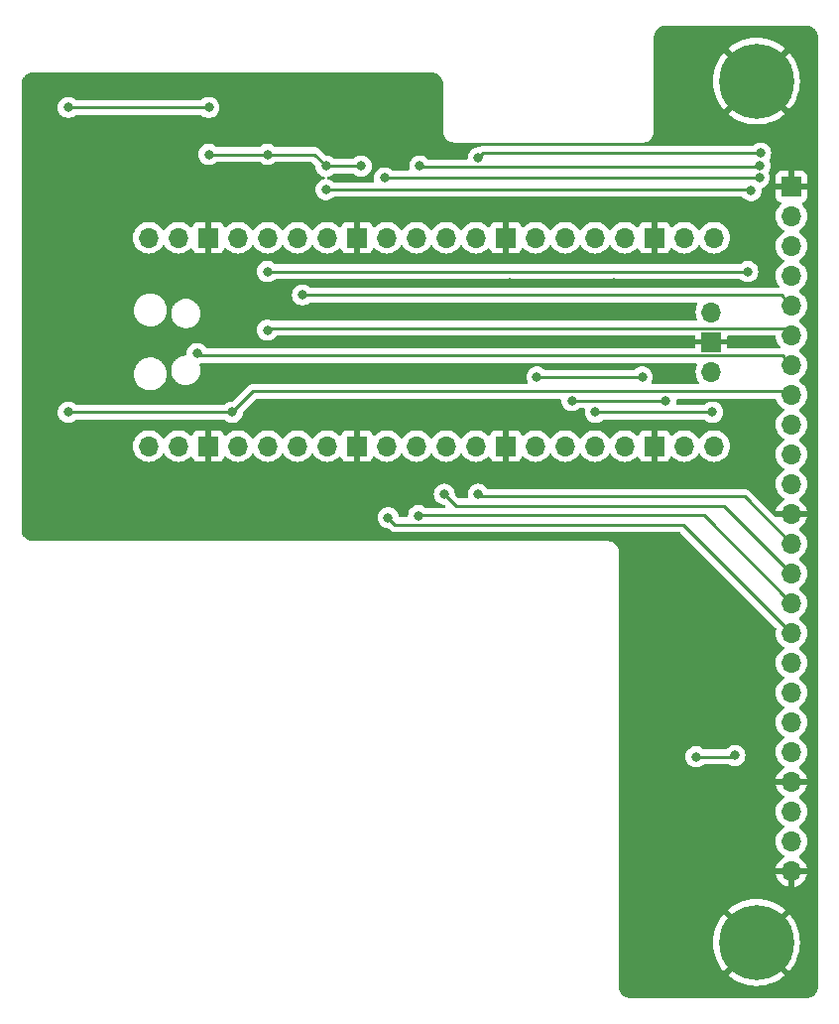
<source format=gbr>
G04 #@! TF.GenerationSoftware,KiCad,Pcbnew,7.0.9-7.0.9~ubuntu22.04.1*
G04 #@! TF.CreationDate,2023-12-12T21:19:08-05:00*
G04 #@! TF.ProjectId,tt03-tester,74743033-2d74-4657-9374-65722e6b6963,rev?*
G04 #@! TF.SameCoordinates,PX41cdb40PY623a7c0*
G04 #@! TF.FileFunction,Copper,L2,Bot*
G04 #@! TF.FilePolarity,Positive*
%FSLAX46Y46*%
G04 Gerber Fmt 4.6, Leading zero omitted, Abs format (unit mm)*
G04 Created by KiCad (PCBNEW 7.0.9-7.0.9~ubuntu22.04.1) date 2023-12-12 21:19:08*
%MOMM*%
%LPD*%
G01*
G04 APERTURE LIST*
G04 #@! TA.AperFunction,ComponentPad*
%ADD10C,0.820000*%
G04 #@! TD*
G04 #@! TA.AperFunction,ComponentPad*
%ADD11O,1.700000X1.700000*%
G04 #@! TD*
G04 #@! TA.AperFunction,ComponentPad*
%ADD12R,1.700000X1.700000*%
G04 #@! TD*
G04 #@! TA.AperFunction,ComponentPad*
%ADD13C,6.400000*%
G04 #@! TD*
G04 #@! TA.AperFunction,ViaPad*
%ADD14C,0.800000*%
G04 #@! TD*
G04 #@! TA.AperFunction,Conductor*
%ADD15C,0.250000*%
G04 #@! TD*
G04 APERTURE END LIST*
D10*
G04 #@! TO.P,STITCH27,1*
G04 #@! TO.N,GND*
X60100000Y15300000D03*
G04 #@! TD*
G04 #@! TO.P,STITCH27,1*
G04 #@! TO.N,GND*
X59100000Y22600000D03*
G04 #@! TD*
G04 #@! TO.P,STITCH18,1*
G04 #@! TO.N,GND*
X6700000Y77500000D03*
G04 #@! TD*
G04 #@! TO.P,STITCH13,1*
G04 #@! TO.N,GND*
X1700000Y62500000D03*
G04 #@! TD*
G04 #@! TO.P,STITCH27,1*
G04 #@! TO.N,GND*
X52200000Y22700000D03*
G04 #@! TD*
G04 #@! TO.P,STITCH12,1*
G04 #@! TO.N,GND*
X1700000Y67500000D03*
G04 #@! TD*
G04 #@! TO.P,STITCH35,1*
G04 #@! TO.N,GND*
X16000000Y56300000D03*
G04 #@! TD*
G04 #@! TO.P,STITCH17,1*
G04 #@! TO.N,GND*
X1700000Y42500000D03*
G04 #@! TD*
G04 #@! TO.P,STITCH25,1*
G04 #@! TO.N,GND*
X52200000Y32700000D03*
G04 #@! TD*
G04 #@! TO.P,STITCH35,1*
G04 #@! TO.N,GND*
X41700000Y56000000D03*
G04 #@! TD*
G04 #@! TO.P,STITCH35,1*
G04 #@! TO.N,GND*
X32500000Y42400000D03*
G04 #@! TD*
G04 #@! TO.P,STITCH20,1*
G04 #@! TO.N,GND*
X52200000Y37700000D03*
G04 #@! TD*
G04 #@! TO.P,STITCH35,1*
G04 #@! TO.N,GND*
X26000000Y58500000D03*
G04 #@! TD*
G04 #@! TO.P,STITCH35,1*
G04 #@! TO.N,GND*
X47700000Y58600000D03*
G04 #@! TD*
G04 #@! TO.P,STITCH10,1*
G04 #@! TO.N,GND*
X1700000Y77500000D03*
G04 #@! TD*
G04 #@! TO.P,STITCH35,1*
G04 #@! TO.N,GND*
X21500000Y59800000D03*
G04 #@! TD*
G04 #@! TO.P,STITCH35,1*
G04 #@! TO.N,GND*
X61900000Y44100000D03*
G04 #@! TD*
G04 #@! TO.P,STITCH35,1*
G04 #@! TO.N,GND*
X53400000Y58600000D03*
G04 #@! TD*
G04 #@! TO.P,STITCH28,1*
G04 #@! TO.N,GND*
X52200000Y17700000D03*
G04 #@! TD*
G04 #@! TO.P,STITCH35,1*
G04 #@! TO.N,GND*
X41700000Y53200000D03*
G04 #@! TD*
G04 #@! TO.P,STITCH35,1*
G04 #@! TO.N,GND*
X41700000Y61000000D03*
G04 #@! TD*
D11*
G04 #@! TO.P,U2,1,GPIO0*
G04 #@! TO.N,unconnected-(U2-GPIO0-Pad1)*
X10870000Y47110000D03*
G04 #@! TO.P,U2,2,GPIO1*
G04 #@! TO.N,mprj_io3_CSB*
X13410000Y47110000D03*
D12*
G04 #@! TO.P,U2,3,GND*
G04 #@! TO.N,GND*
X15950000Y47110000D03*
D11*
G04 #@! TO.P,U2,4,GPIO2*
G04 #@! TO.N,mprj_io4_SCK*
X18490000Y47110000D03*
G04 #@! TO.P,U2,5,GPIO3*
G04 #@! TO.N,mprj_io2_SDI*
X21030000Y47110000D03*
G04 #@! TO.P,U2,6,GPIO4*
G04 #@! TO.N,mprj_io1_SDO*
X23570000Y47110000D03*
G04 #@! TO.P,U2,7,GPIO5*
G04 #@! TO.N,/~{TST_CS}*
X26110000Y47110000D03*
D12*
G04 #@! TO.P,U2,8,GND*
G04 #@! TO.N,GND*
X28650000Y47110000D03*
D11*
G04 #@! TO.P,U2,9,GPIO6*
G04 #@! TO.N,out3*
X31190000Y47110000D03*
G04 #@! TO.P,U2,10,GPIO7*
G04 #@! TO.N,out2*
X33730000Y47110000D03*
G04 #@! TO.P,U2,11,GPIO8*
G04 #@! TO.N,out1*
X36270000Y47110000D03*
G04 #@! TO.P,U2,12,GPIO9*
G04 #@! TO.N,out0*
X38810000Y47110000D03*
D12*
G04 #@! TO.P,U2,13,GND*
G04 #@! TO.N,GND*
X41350000Y47110000D03*
D11*
G04 #@! TO.P,U2,14,GPIO10*
G04 #@! TO.N,unconnected-(U2-GPIO10-Pad14)*
X43890000Y47110000D03*
G04 #@! TO.P,U2,15,GPIO11*
G04 #@! TO.N,unconnected-(U2-GPIO11-Pad15)*
X46430000Y47110000D03*
G04 #@! TO.P,U2,16,GPIO12*
G04 #@! TO.N,unconnected-(U2-GPIO12-Pad16)*
X48970000Y47110000D03*
G04 #@! TO.P,U2,17,GPIO13*
G04 #@! TO.N,unconnected-(U2-GPIO13-Pad17)*
X51510000Y47110000D03*
D12*
G04 #@! TO.P,U2,18,GND*
G04 #@! TO.N,GND*
X54050000Y47110000D03*
D11*
G04 #@! TO.P,U2,19,GPIO14*
G04 #@! TO.N,in0*
X56590000Y47110000D03*
G04 #@! TO.P,U2,20,GPIO15*
G04 #@! TO.N,in1*
X59130000Y47110000D03*
G04 #@! TO.P,U2,21,GPIO16*
G04 #@! TO.N,in2*
X59130000Y64890000D03*
G04 #@! TO.P,U2,22,GPIO17*
G04 #@! TO.N,in3*
X56590000Y64890000D03*
D12*
G04 #@! TO.P,U2,23,GND*
G04 #@! TO.N,GND*
X54050000Y64890000D03*
D11*
G04 #@! TO.P,U2,24,GPIO18*
G04 #@! TO.N,in4*
X51510000Y64890000D03*
G04 #@! TO.P,U2,25,GPIO19*
G04 #@! TO.N,in5*
X48970000Y64890000D03*
G04 #@! TO.P,U2,26,GPIO20*
G04 #@! TO.N,in6*
X46430000Y64890000D03*
G04 #@! TO.P,U2,27,GPIO21*
G04 #@! TO.N,in7*
X43890000Y64890000D03*
D12*
G04 #@! TO.P,U2,28,GND*
G04 #@! TO.N,GND*
X41350000Y64890000D03*
D11*
G04 #@! TO.P,U2,29,GPIO22*
G04 #@! TO.N,out4*
X38810000Y64890000D03*
G04 #@! TO.P,U2,30,RUN*
G04 #@! TO.N,unconnected-(U2-RUN-Pad30)*
X36270000Y64890000D03*
G04 #@! TO.P,U2,31,GPIO26_ADC0*
G04 #@! TO.N,out5*
X33730000Y64890000D03*
G04 #@! TO.P,U2,32,GPIO27_ADC1*
G04 #@! TO.N,out6*
X31190000Y64890000D03*
D12*
G04 #@! TO.P,U2,33,AGND*
G04 #@! TO.N,GND*
X28650000Y64890000D03*
D11*
G04 #@! TO.P,U2,34,GPIO28_ADC2*
G04 #@! TO.N,out7*
X26110000Y64890000D03*
G04 #@! TO.P,U2,35,ADC_VREF*
G04 #@! TO.N,unconnected-(U2-ADC_VREF-Pad35)*
X23570000Y64890000D03*
G04 #@! TO.P,U2,36,3V3*
G04 #@! TO.N,VCC*
X21030000Y64890000D03*
G04 #@! TO.P,U2,37,3V3_EN*
G04 #@! TO.N,unconnected-(U2-3V3_EN-Pad37)*
X18490000Y64890000D03*
D12*
G04 #@! TO.P,U2,38,GND*
G04 #@! TO.N,GND*
X15950000Y64890000D03*
D11*
G04 #@! TO.P,U2,39,VSYS*
G04 #@! TO.N,unconnected-(U2-VSYS-Pad39)*
X13410000Y64890000D03*
G04 #@! TO.P,U2,40,VBUS*
G04 #@! TO.N,VBUS*
X10870000Y64890000D03*
G04 #@! TO.P,U2,41,SWCLK*
G04 #@! TO.N,unconnected-(U2-SWCLK-Pad41)*
X58900000Y53460000D03*
D12*
G04 #@! TO.P,U2,42,GND*
G04 #@! TO.N,GND*
X58900000Y56000000D03*
D11*
G04 #@! TO.P,U2,43,SWDIO*
G04 #@! TO.N,unconnected-(U2-SWDIO-Pad43)*
X58900000Y58540000D03*
G04 #@! TD*
D10*
G04 #@! TO.P,STITCH35,1*
G04 #@! TO.N,GND*
X45200000Y50600000D03*
G04 #@! TD*
G04 #@! TO.P,STITCH35,1*
G04 #@! TO.N,GND*
X45100000Y56000000D03*
G04 #@! TD*
G04 #@! TO.P,STITCH15,1*
G04 #@! TO.N,GND*
X1700000Y52500000D03*
G04 #@! TD*
G04 #@! TO.P,STITCH26,1*
G04 #@! TO.N,GND*
X52200000Y27700000D03*
G04 #@! TD*
G04 #@! TO.P,STITCH35,1*
G04 #@! TO.N,GND*
X15900000Y62800000D03*
G04 #@! TD*
G04 #@! TO.P,STITCH21,1*
G04 #@! TO.N,GND*
X21700000Y77500000D03*
G04 #@! TD*
G04 #@! TO.P,STITCH35,1*
G04 #@! TO.N,GND*
X53400000Y56000000D03*
G04 #@! TD*
G04 #@! TO.P,STITCH30,1*
G04 #@! TO.N,GND*
X52200000Y7700000D03*
G04 #@! TD*
D12*
G04 #@! TO.P,J2,1,Pin_1*
G04 #@! TO.N,GND*
X65750000Y69260000D03*
D11*
G04 #@! TO.P,J2,2,Pin_2*
G04 #@! TO.N,ext_clk*
X65750000Y66720000D03*
G04 #@! TO.P,J2,3,Pin_3*
G04 #@! TO.N,ready*
X65750000Y64180000D03*
G04 #@! TO.P,J2,4,Pin_4*
G04 #@! TO.N,mprj_io0*
X65750000Y61640000D03*
G04 #@! TO.P,J2,5,Pin_5*
G04 #@! TO.N,mprj_io1_SDO*
X65750000Y59100000D03*
G04 #@! TO.P,J2,6,Pin_6*
G04 #@! TO.N,mprj_io2_SDI*
X65750000Y56560000D03*
G04 #@! TO.P,J2,7,Pin_7*
G04 #@! TO.N,mprj_io3_CSB*
X65750000Y54020000D03*
G04 #@! TO.P,J2,8,Pin_8*
G04 #@! TO.N,mprj_io4_SCK*
X65750000Y51480000D03*
G04 #@! TO.P,J2,9,Pin_9*
G04 #@! TO.N,mprj_io5_ser_rx*
X65750000Y48940000D03*
G04 #@! TO.P,J2,10,Pin_10*
G04 #@! TO.N,mprj_io6_ser_tx*
X65750000Y46400000D03*
G04 #@! TO.P,J2,11,Pin_11*
G04 #@! TO.N,mprj_io7*
X65750000Y43860000D03*
G04 #@! TO.P,J2,12,Pin_12*
G04 #@! TO.N,GND*
X65750000Y41320000D03*
G04 #@! TO.P,J2,13,Pin_13*
G04 #@! TO.N,out0*
X65750000Y38780000D03*
G04 #@! TO.P,J2,14,Pin_14*
G04 #@! TO.N,out1*
X65750000Y36240000D03*
G04 #@! TO.P,J2,15,Pin_15*
G04 #@! TO.N,out2*
X65750000Y33700000D03*
G04 #@! TO.P,J2,16,Pin_16*
G04 #@! TO.N,out3*
X65750000Y31160000D03*
G04 #@! TO.P,J2,17,Pin_17*
G04 #@! TO.N,out4*
X65750000Y28620000D03*
G04 #@! TO.P,J2,18,Pin_18*
G04 #@! TO.N,out5*
X65750000Y26080000D03*
G04 #@! TO.P,J2,19,Pin_19*
G04 #@! TO.N,out6*
X65750000Y23540000D03*
G04 #@! TO.P,J2,20,Pin_20*
G04 #@! TO.N,out7*
X65750000Y21000000D03*
G04 #@! TO.P,J2,21,Pin_21*
G04 #@! TO.N,GND*
X65750000Y18460000D03*
G04 #@! TO.P,J2,22,Pin_22*
G04 #@! TO.N,+1V8*
X65750000Y15920000D03*
G04 #@! TO.P,J2,23,Pin_23*
G04 #@! TO.N,+3.3V*
X65750000Y13380000D03*
G04 #@! TO.P,J2,24,Pin_24*
G04 #@! TO.N,GND*
X65750000Y10840000D03*
G04 #@! TD*
D10*
G04 #@! TO.P,STITCH35,1*
G04 #@! TO.N,GND*
X57100000Y82000000D03*
G04 #@! TD*
G04 #@! TO.P,STITCH35,1*
G04 #@! TO.N,GND*
X26000000Y50100000D03*
G04 #@! TD*
G04 #@! TO.P,STITCH35,1*
G04 #@! TO.N,GND*
X47700000Y56000000D03*
G04 #@! TD*
G04 #@! TO.P,STITCH31,1*
G04 #@! TO.N,GND*
X52200000Y2700000D03*
G04 #@! TD*
G04 #@! TO.P,STITCH19,1*
G04 #@! TO.N,GND*
X11700000Y77500000D03*
G04 #@! TD*
G04 #@! TO.P,STITCH11,1*
G04 #@! TO.N,GND*
X1700000Y72500000D03*
G04 #@! TD*
G04 #@! TO.P,STITCH35,1*
G04 #@! TO.N,GND*
X30300000Y39800000D03*
G04 #@! TD*
G04 #@! TO.P,STITCH35,1*
G04 #@! TO.N,GND*
X56400000Y53000000D03*
G04 #@! TD*
G04 #@! TO.P,STITCH23,1*
G04 #@! TO.N,GND*
X31700000Y77500000D03*
G04 #@! TD*
G04 #@! TO.P,STITCH22,1*
G04 #@! TO.N,GND*
X26700000Y77500000D03*
G04 #@! TD*
G04 #@! TO.P,STITCH35,1*
G04 #@! TO.N,GND*
X50600000Y61000000D03*
G04 #@! TD*
G04 #@! TO.P,STITCH16,1*
G04 #@! TO.N,GND*
X1700000Y47500000D03*
G04 #@! TD*
G04 #@! TO.P,STITCH35,1*
G04 #@! TO.N,GND*
X25600000Y39900000D03*
G04 #@! TD*
G04 #@! TO.P,STITCH35,1*
G04 #@! TO.N,GND*
X61200000Y73300000D03*
G04 #@! TD*
G04 #@! TO.P,STITCH31,1*
G04 #@! TO.N,GND*
X5600000Y39900000D03*
G04 #@! TD*
D13*
G04 #@! TO.P,MT2,1,1*
G04 #@! TO.N,GND*
X62750000Y4750000D03*
G04 #@! TD*
D10*
G04 #@! TO.P,STITCH35,1*
G04 #@! TO.N,GND*
X26000000Y56000000D03*
G04 #@! TD*
G04 #@! TO.P,STITCH35,1*
G04 #@! TO.N,GND*
X26000000Y53100000D03*
G04 #@! TD*
G04 #@! TO.P,STITCH29,1*
G04 #@! TO.N,GND*
X52200000Y12700000D03*
G04 #@! TD*
D13*
G04 #@! TO.P,MT1,1,1*
G04 #@! TO.N,GND*
X62750000Y78250000D03*
G04 #@! TD*
D10*
G04 #@! TO.P,STITCH35,1*
G04 #@! TO.N,GND*
X66900000Y82000000D03*
G04 #@! TD*
G04 #@! TO.P,STITCH14,1*
G04 #@! TO.N,GND*
X1700000Y57500000D03*
G04 #@! TD*
G04 #@! TO.P,STITCH35,1*
G04 #@! TO.N,GND*
X41700000Y58600000D03*
G04 #@! TD*
G04 #@! TO.P,STITCH35,1*
G04 #@! TO.N,GND*
X45100000Y58600000D03*
G04 #@! TD*
G04 #@! TO.P,STITCH33,1*
G04 #@! TO.N,GND*
X15600000Y39900000D03*
G04 #@! TD*
G04 #@! TO.P,STITCH34,1*
G04 #@! TO.N,GND*
X20600000Y39900000D03*
G04 #@! TD*
G04 #@! TO.P,STITCH35,1*
G04 #@! TO.N,GND*
X61400000Y64100000D03*
G04 #@! TD*
G04 #@! TO.P,STITCH32,1*
G04 #@! TO.N,GND*
X10600000Y39900000D03*
G04 #@! TD*
G04 #@! TO.P,STITCH35,1*
G04 #@! TO.N,GND*
X16700000Y51700000D03*
G04 #@! TD*
G04 #@! TO.P,STITCH35,1*
G04 #@! TO.N,GND*
X66900000Y72800000D03*
G04 #@! TD*
D14*
G04 #@! TO.N,VCC*
X57600000Y20600000D03*
X60900000Y20700000D03*
G04 #@! TO.N,GND*
X56400000Y31800000D03*
X59000000Y32000000D03*
G04 #@! TO.N,in7*
X44000000Y53000000D03*
X53000000Y53000000D03*
G04 #@! TO.N,in6*
X55000000Y51000000D03*
X47000000Y51000000D03*
G04 #@! TO.N,in5*
X59000000Y50000000D03*
X49000000Y50000000D03*
G04 #@! TO.N,mprj_io1_SDO*
X24000000Y60000000D03*
G04 #@! TO.N,mprj_io2_SDI*
X21000000Y57000000D03*
G04 #@! TO.N,mprj_io3_CSB*
X15000000Y55000000D03*
G04 #@! TO.N,mprj_io4_SCK*
X18000000Y50000000D03*
X16000000Y76000000D03*
X4000000Y50000000D03*
X4000000Y76000000D03*
G04 #@! TO.N,out0*
X39000000Y43000000D03*
G04 #@! TO.N,out1*
X36100000Y42999994D03*
G04 #@! TO.N,out2*
X33899999Y41175000D03*
G04 #@! TO.N,out3*
X31300000Y41000000D03*
G04 #@! TO.N,out4*
X39000000Y71700000D03*
X63100000Y72100000D03*
G04 #@! TO.N,out5*
X34000000Y71000000D03*
X63051992Y71051992D03*
G04 #@! TO.N,out6*
X63000000Y70000000D03*
X31000000Y70000000D03*
G04 #@! TO.N,out7*
X62299998Y68899998D03*
X26000000Y69000000D03*
G04 #@! TO.N,VCC*
X29000000Y71000000D03*
X21000000Y62000000D03*
X62000000Y62000000D03*
X16000000Y72000000D03*
X26000000Y71000000D03*
X21000000Y72000000D03*
G04 #@! TD*
D15*
G04 #@! TO.N,out5*
X62925000Y70925000D02*
X63051992Y71051992D01*
G04 #@! TO.N,out4*
X39400000Y72100000D02*
X39000000Y71700000D01*
G04 #@! TO.N,out5*
X34000000Y71000000D02*
X34075000Y70925000D01*
G04 #@! TO.N,out4*
X63100000Y72100000D02*
X39400000Y72100000D01*
G04 #@! TO.N,out5*
X34075000Y70925000D02*
X62925000Y70925000D01*
G04 #@! TO.N,VCC*
X57600000Y20600000D02*
X60800000Y20600000D01*
X60800000Y20600000D02*
X60900000Y20700000D01*
G04 #@! TO.N,in7*
X44000000Y53000000D02*
X53000000Y53000000D01*
G04 #@! TO.N,in6*
X47000000Y51000000D02*
X55000000Y51000000D01*
G04 #@! TO.N,in5*
X49000000Y50000000D02*
X59000000Y50000000D01*
G04 #@! TO.N,mprj_io1_SDO*
X65750000Y59100000D02*
X64850000Y60000000D01*
X64850000Y60000000D02*
X24000000Y60000000D01*
G04 #@! TO.N,mprj_io2_SDI*
X21175000Y57175000D02*
X21000000Y57000000D01*
X65135000Y57175000D02*
X21175000Y57175000D01*
X65750000Y56560000D02*
X65135000Y57175000D01*
G04 #@! TO.N,mprj_io3_CSB*
X64945000Y54825000D02*
X15175000Y54825000D01*
X65750000Y54020000D02*
X64945000Y54825000D01*
X15175000Y54825000D02*
X15000000Y55000000D01*
G04 #@! TO.N,mprj_io4_SCK*
X18000000Y50000000D02*
X4000000Y50000000D01*
X65750000Y51480000D02*
X65455000Y51775000D01*
X65455000Y51775000D02*
X19775000Y51775000D01*
X19775000Y51775000D02*
X18000000Y50000000D01*
X4000000Y76000000D02*
X16000000Y76000000D01*
G04 #@! TO.N,out0*
X39200000Y42800000D02*
X39000000Y43000000D01*
X61730000Y42800000D02*
X39200000Y42800000D01*
X65750000Y38780000D02*
X61730000Y42800000D01*
G04 #@! TO.N,out1*
X65750000Y36240000D02*
X59990000Y42000000D01*
X37099994Y42000000D02*
X36100000Y42999994D01*
X59990000Y42000000D02*
X37099994Y42000000D01*
G04 #@! TO.N,out2*
X65750000Y33700000D02*
X58250000Y41200000D01*
X33924999Y41200000D02*
X33899999Y41175000D01*
X58250000Y41200000D02*
X33924999Y41200000D01*
G04 #@! TO.N,out3*
X56510000Y40400000D02*
X31900000Y40400000D01*
X31900000Y40400000D02*
X31300000Y41000000D01*
X65750000Y31160000D02*
X56510000Y40400000D01*
G04 #@! TO.N,out6*
X63000000Y70000000D02*
X31000000Y70000000D01*
G04 #@! TO.N,out7*
X62000000Y69000000D02*
X62199996Y69000000D01*
X26000000Y69000000D02*
X62000000Y69000000D01*
X62199996Y69000000D02*
X62299998Y68899998D01*
G04 #@! TO.N,VCC*
X21000000Y72000000D02*
X25000000Y72000000D01*
X21000000Y62000000D02*
X62000000Y62000000D01*
X26000000Y71000000D02*
X29000000Y71000000D01*
X21000000Y72000000D02*
X16000000Y72000000D01*
X25000000Y72000000D02*
X26000000Y71000000D01*
G04 #@! TD*
G04 #@! TA.AperFunction,Conductor*
G04 #@! TO.N,GND*
G36*
X64348674Y56529815D02*
G01*
X64394429Y56477011D01*
X64405163Y56436308D01*
X64414936Y56324597D01*
X64414938Y56324587D01*
X64476094Y56096345D01*
X64476096Y56096341D01*
X64476097Y56096337D01*
X64486827Y56073327D01*
X64575965Y55882170D01*
X64575967Y55882166D01*
X64711501Y55688605D01*
X64711506Y55688598D01*
X64737923Y55662181D01*
X64771408Y55600858D01*
X64766424Y55531166D01*
X64724552Y55475233D01*
X64659088Y55450816D01*
X64650242Y55450500D01*
X60374000Y55450500D01*
X60306961Y55470185D01*
X60261206Y55522989D01*
X60250000Y55574500D01*
X60250000Y55750000D01*
X59345572Y55750000D01*
X59368682Y55785960D01*
X59410000Y55926673D01*
X59410000Y56073327D01*
X59368682Y56214040D01*
X59345572Y56250000D01*
X60250000Y56250000D01*
X60250000Y56425500D01*
X60269685Y56492539D01*
X60322489Y56538294D01*
X60374000Y56549500D01*
X64281635Y56549500D01*
X64348674Y56529815D01*
G37*
G04 #@! TD.AperFunction*
G04 #@! TA.AperFunction,Conductor*
G36*
X67002695Y82999265D02*
G01*
X67045519Y82995518D01*
X67171771Y82983082D01*
X67191685Y82979459D01*
X67258349Y82961597D01*
X67351570Y82933318D01*
X67367971Y82927042D01*
X67435411Y82895594D01*
X67438375Y82894112D01*
X67475969Y82874018D01*
X67522327Y82849238D01*
X67528667Y82845343D01*
X67594828Y82799017D01*
X67598600Y82796156D01*
X67670808Y82736897D01*
X67675309Y82732818D01*
X67732815Y82675312D01*
X67736895Y82670810D01*
X67796154Y82598602D01*
X67799015Y82594830D01*
X67845341Y82528669D01*
X67849236Y82522329D01*
X67894101Y82438395D01*
X67895614Y82435369D01*
X67927040Y82367973D01*
X67933319Y82351565D01*
X67961601Y82258331D01*
X67979454Y82191701D01*
X67983082Y82171762D01*
X67995523Y82045446D01*
X67999264Y82002698D01*
X67999500Y81997290D01*
X67999500Y1002711D01*
X67999264Y997303D01*
X67995523Y954555D01*
X67983082Y828240D01*
X67979454Y808301D01*
X67961601Y741670D01*
X67933318Y648437D01*
X67927040Y632029D01*
X67895614Y564633D01*
X67894101Y561607D01*
X67849236Y477673D01*
X67845341Y471333D01*
X67799015Y405172D01*
X67796154Y401400D01*
X67736895Y329192D01*
X67732806Y324680D01*
X67675320Y267194D01*
X67670808Y263105D01*
X67598600Y203846D01*
X67594828Y200985D01*
X67528667Y154659D01*
X67522327Y150764D01*
X67438393Y105899D01*
X67435367Y104386D01*
X67367971Y72960D01*
X67351563Y66682D01*
X67258330Y38399D01*
X67191699Y20546D01*
X67171760Y16918D01*
X67045445Y4477D01*
X67004789Y920D01*
X67002696Y736D01*
X66997290Y500D01*
X52002710Y500D01*
X51997303Y736D01*
X51995015Y937D01*
X51954554Y4477D01*
X51828238Y16918D01*
X51808299Y20546D01*
X51741669Y38399D01*
X51648435Y66681D01*
X51632027Y72960D01*
X51583433Y95619D01*
X51564618Y104393D01*
X51561605Y105899D01*
X51477671Y150764D01*
X51471331Y154659D01*
X51405170Y200985D01*
X51401398Y203846D01*
X51329190Y263105D01*
X51324688Y267185D01*
X51267182Y324691D01*
X51263103Y329192D01*
X51203844Y401400D01*
X51200983Y405172D01*
X51154657Y471333D01*
X51150762Y477673D01*
X51125982Y524031D01*
X51105888Y561625D01*
X51104406Y564589D01*
X51072958Y632029D01*
X51066682Y648430D01*
X51038398Y741670D01*
X51020541Y808315D01*
X51016918Y828229D01*
X51004482Y954481D01*
X51000735Y997305D01*
X51000500Y1002707D01*
X51000500Y4750000D01*
X59044922Y4750000D01*
X59065219Y4362713D01*
X59125886Y3979677D01*
X59125887Y3979670D01*
X59226262Y3605064D01*
X59365244Y3243006D01*
X59541310Y2897457D01*
X59752531Y2572207D01*
X59961095Y2314650D01*
X59961096Y2314650D01*
X61452266Y3805820D01*
X61615130Y3615130D01*
X61805819Y3452267D01*
X60314648Y1961097D01*
X60314649Y1961096D01*
X60572206Y1752532D01*
X60897456Y1541311D01*
X61243005Y1365245D01*
X61605063Y1226263D01*
X61979669Y1125888D01*
X61979676Y1125887D01*
X62362712Y1065220D01*
X62749999Y1044922D01*
X62750001Y1044922D01*
X63137287Y1065220D01*
X63520323Y1125887D01*
X63520330Y1125888D01*
X63894936Y1226263D01*
X64256994Y1365245D01*
X64602543Y1541311D01*
X64927783Y1752524D01*
X64927785Y1752525D01*
X65185349Y1961098D01*
X63694180Y3452267D01*
X63884870Y3615130D01*
X64047733Y3805820D01*
X65538902Y2314651D01*
X65747475Y2572215D01*
X65747476Y2572217D01*
X65958689Y2897457D01*
X66134755Y3243006D01*
X66273737Y3605064D01*
X66374112Y3979670D01*
X66374113Y3979677D01*
X66434780Y4362713D01*
X66455078Y4750000D01*
X66455078Y4750001D01*
X66434780Y5137288D01*
X66374113Y5520324D01*
X66374112Y5520331D01*
X66273737Y5894937D01*
X66134755Y6256995D01*
X65958689Y6602544D01*
X65747468Y6927794D01*
X65538904Y7185351D01*
X65538903Y7185352D01*
X64047732Y5694182D01*
X63884870Y5884870D01*
X63694180Y6047734D01*
X65185350Y7538904D01*
X65185350Y7538905D01*
X64927793Y7747469D01*
X64602543Y7958690D01*
X64256994Y8134756D01*
X63894936Y8273738D01*
X63520330Y8374113D01*
X63520323Y8374114D01*
X63137287Y8434781D01*
X62750001Y8455078D01*
X62749999Y8455078D01*
X62362712Y8434781D01*
X61979676Y8374114D01*
X61979669Y8374113D01*
X61605063Y8273738D01*
X61243005Y8134756D01*
X60897456Y7958690D01*
X60572206Y7747469D01*
X60314648Y7538905D01*
X60314648Y7538904D01*
X61805819Y6047734D01*
X61615130Y5884870D01*
X61452266Y5694182D01*
X59961096Y7185352D01*
X59961095Y7185352D01*
X59752531Y6927794D01*
X59541310Y6602544D01*
X59365244Y6256995D01*
X59226262Y5894937D01*
X59125887Y5520331D01*
X59125886Y5520324D01*
X59065219Y5137288D01*
X59044922Y4750001D01*
X59044922Y4750000D01*
X51000500Y4750000D01*
X51000500Y20600000D01*
X56694540Y20600000D01*
X56714326Y20411744D01*
X56714327Y20411741D01*
X56772818Y20231723D01*
X56772821Y20231716D01*
X56867467Y20067784D01*
X56963164Y19961502D01*
X56994129Y19927112D01*
X57147265Y19815852D01*
X57147270Y19815849D01*
X57320192Y19738858D01*
X57320197Y19738856D01*
X57505354Y19699500D01*
X57505355Y19699500D01*
X57694644Y19699500D01*
X57694646Y19699500D01*
X57879803Y19738856D01*
X58052730Y19815849D01*
X58205871Y19927112D01*
X58208788Y19930353D01*
X58211600Y19933474D01*
X58271087Y19970121D01*
X58303748Y19974500D01*
X60326253Y19974500D01*
X60393292Y19954815D01*
X60399138Y19950818D01*
X60447265Y19915852D01*
X60447270Y19915849D01*
X60620192Y19838858D01*
X60620197Y19838856D01*
X60805354Y19799500D01*
X60805355Y19799500D01*
X60994644Y19799500D01*
X60994646Y19799500D01*
X61179803Y19838856D01*
X61352730Y19915849D01*
X61505871Y20027112D01*
X61632533Y20167784D01*
X61727179Y20331716D01*
X61785674Y20511744D01*
X61805460Y20700000D01*
X61785674Y20888256D01*
X61727179Y21068284D01*
X61632533Y21232216D01*
X61505871Y21372888D01*
X61490369Y21384151D01*
X61352734Y21484149D01*
X61352729Y21484152D01*
X61179807Y21561143D01*
X61179802Y21561145D01*
X61034001Y21592135D01*
X60994646Y21600500D01*
X60805354Y21600500D01*
X60772897Y21593602D01*
X60620197Y21561145D01*
X60620192Y21561143D01*
X60447270Y21484152D01*
X60447265Y21484149D01*
X60294129Y21372889D01*
X60219047Y21289502D01*
X60204089Y21272888D01*
X60198362Y21266528D01*
X60138875Y21229879D01*
X60106212Y21225500D01*
X58303748Y21225500D01*
X58236709Y21245185D01*
X58211600Y21266526D01*
X58205873Y21272886D01*
X58205869Y21272890D01*
X58052734Y21384149D01*
X58052729Y21384152D01*
X57879807Y21461143D01*
X57879802Y21461145D01*
X57734001Y21492135D01*
X57694646Y21500500D01*
X57505354Y21500500D01*
X57472897Y21493602D01*
X57320197Y21461145D01*
X57320192Y21461143D01*
X57147270Y21384152D01*
X57147265Y21384149D01*
X56994129Y21272889D01*
X56867466Y21132215D01*
X56772821Y20968285D01*
X56772818Y20968278D01*
X56714327Y20788260D01*
X56714326Y20788256D01*
X56694540Y20600000D01*
X51000500Y20600000D01*
X51000500Y38087528D01*
X51000500Y38087532D01*
X50970101Y38259938D01*
X50910225Y38424445D01*
X50822692Y38576055D01*
X50822691Y38576057D01*
X50822690Y38576058D01*
X50710163Y38710164D01*
X50576057Y38822691D01*
X50424446Y38910225D01*
X50259937Y38970102D01*
X50087534Y39000500D01*
X50087532Y39000500D01*
X50000099Y39000500D01*
X1002710Y39000500D01*
X997303Y39000736D01*
X995015Y39000937D01*
X954554Y39004477D01*
X828238Y39016918D01*
X808299Y39020546D01*
X741669Y39038399D01*
X648435Y39066681D01*
X632027Y39072960D01*
X583433Y39095619D01*
X564618Y39104393D01*
X561605Y39105899D01*
X477671Y39150764D01*
X471331Y39154659D01*
X405170Y39200985D01*
X401398Y39203846D01*
X329190Y39263105D01*
X324688Y39267185D01*
X267182Y39324691D01*
X263103Y39329192D01*
X203844Y39401400D01*
X200983Y39405172D01*
X154657Y39471333D01*
X150762Y39477673D01*
X125982Y39524031D01*
X105888Y39561625D01*
X104406Y39564589D01*
X72958Y39632029D01*
X66682Y39648430D01*
X38403Y39741651D01*
X20541Y39808315D01*
X16918Y39828229D01*
X4482Y39954481D01*
X735Y39997305D01*
X500Y40002707D01*
X500Y47110000D01*
X9514341Y47110000D01*
X9534936Y46874597D01*
X9534938Y46874587D01*
X9596094Y46646345D01*
X9596096Y46646341D01*
X9596097Y46646337D01*
X9676004Y46474977D01*
X9695965Y46432170D01*
X9695967Y46432166D01*
X9804281Y46277479D01*
X9831505Y46238599D01*
X9998599Y46071505D01*
X10075135Y46017914D01*
X10192165Y45935968D01*
X10192167Y45935967D01*
X10192170Y45935965D01*
X10406337Y45836097D01*
X10634592Y45774937D01*
X10805319Y45760000D01*
X10869999Y45754341D01*
X10870000Y45754341D01*
X10870001Y45754341D01*
X10934681Y45760000D01*
X11105408Y45774937D01*
X11333663Y45836097D01*
X11547830Y45935965D01*
X11741401Y46071505D01*
X11908495Y46238599D01*
X12038425Y46424158D01*
X12093002Y46467783D01*
X12162500Y46474977D01*
X12224855Y46443454D01*
X12241575Y46424158D01*
X12371500Y46238605D01*
X12371505Y46238599D01*
X12538599Y46071505D01*
X12615135Y46017914D01*
X12732165Y45935968D01*
X12732167Y45935967D01*
X12732170Y45935965D01*
X12946337Y45836097D01*
X13174592Y45774937D01*
X13345319Y45760000D01*
X13409999Y45754341D01*
X13410000Y45754341D01*
X13410001Y45754341D01*
X13474681Y45760000D01*
X13645408Y45774937D01*
X13873663Y45836097D01*
X14087830Y45935965D01*
X14281401Y46071505D01*
X14403717Y46193822D01*
X14465036Y46227304D01*
X14534728Y46222320D01*
X14590662Y46180449D01*
X14607577Y46149472D01*
X14656646Y46017912D01*
X14656649Y46017907D01*
X14742809Y45902813D01*
X14742812Y45902810D01*
X14857906Y45816650D01*
X14857913Y45816646D01*
X14992620Y45766404D01*
X14992627Y45766402D01*
X15052155Y45760001D01*
X15052172Y45760000D01*
X15700000Y45760000D01*
X15700000Y46663506D01*
X15804839Y46615627D01*
X15913527Y46600000D01*
X15986473Y46600000D01*
X16095161Y46615627D01*
X16200000Y46663506D01*
X16200000Y45760000D01*
X16847828Y45760000D01*
X16847844Y45760001D01*
X16907372Y45766402D01*
X16907379Y45766404D01*
X17042086Y45816646D01*
X17042093Y45816650D01*
X17157187Y45902810D01*
X17157190Y45902813D01*
X17243350Y46017907D01*
X17243354Y46017914D01*
X17292422Y46149471D01*
X17334293Y46205405D01*
X17399757Y46229822D01*
X17468030Y46214970D01*
X17496285Y46193819D01*
X17618599Y46071505D01*
X17695135Y46017914D01*
X17812165Y45935968D01*
X17812167Y45935967D01*
X17812170Y45935965D01*
X18026337Y45836097D01*
X18254592Y45774937D01*
X18425319Y45760000D01*
X18489999Y45754341D01*
X18490000Y45754341D01*
X18490001Y45754341D01*
X18554681Y45760000D01*
X18725408Y45774937D01*
X18953663Y45836097D01*
X19167830Y45935965D01*
X19361401Y46071505D01*
X19528495Y46238599D01*
X19658425Y46424158D01*
X19713002Y46467783D01*
X19782500Y46474977D01*
X19844855Y46443454D01*
X19861575Y46424158D01*
X19991500Y46238605D01*
X19991505Y46238599D01*
X20158599Y46071505D01*
X20235135Y46017914D01*
X20352165Y45935968D01*
X20352167Y45935967D01*
X20352170Y45935965D01*
X20566337Y45836097D01*
X20794592Y45774937D01*
X20965319Y45760000D01*
X21029999Y45754341D01*
X21030000Y45754341D01*
X21030001Y45754341D01*
X21094681Y45760000D01*
X21265408Y45774937D01*
X21493663Y45836097D01*
X21707830Y45935965D01*
X21901401Y46071505D01*
X22068495Y46238599D01*
X22198425Y46424158D01*
X22253002Y46467783D01*
X22322500Y46474977D01*
X22384855Y46443454D01*
X22401575Y46424158D01*
X22531500Y46238605D01*
X22531505Y46238599D01*
X22698599Y46071505D01*
X22775135Y46017914D01*
X22892165Y45935968D01*
X22892167Y45935967D01*
X22892170Y45935965D01*
X23106337Y45836097D01*
X23334592Y45774937D01*
X23505319Y45760000D01*
X23569999Y45754341D01*
X23570000Y45754341D01*
X23570001Y45754341D01*
X23634681Y45760000D01*
X23805408Y45774937D01*
X24033663Y45836097D01*
X24247830Y45935965D01*
X24441401Y46071505D01*
X24608495Y46238599D01*
X24738425Y46424158D01*
X24793002Y46467783D01*
X24862500Y46474977D01*
X24924855Y46443454D01*
X24941575Y46424158D01*
X25071500Y46238605D01*
X25071505Y46238599D01*
X25238599Y46071505D01*
X25315135Y46017914D01*
X25432165Y45935968D01*
X25432167Y45935967D01*
X25432170Y45935965D01*
X25646337Y45836097D01*
X25874592Y45774937D01*
X26045319Y45760000D01*
X26109999Y45754341D01*
X26110000Y45754341D01*
X26110001Y45754341D01*
X26174681Y45760000D01*
X26345408Y45774937D01*
X26573663Y45836097D01*
X26787830Y45935965D01*
X26981401Y46071505D01*
X27103717Y46193822D01*
X27165036Y46227304D01*
X27234728Y46222320D01*
X27290662Y46180449D01*
X27307577Y46149472D01*
X27356646Y46017912D01*
X27356649Y46017907D01*
X27442809Y45902813D01*
X27442812Y45902810D01*
X27557906Y45816650D01*
X27557913Y45816646D01*
X27692620Y45766404D01*
X27692627Y45766402D01*
X27752155Y45760001D01*
X27752172Y45760000D01*
X28400000Y45760000D01*
X28400000Y46663506D01*
X28504839Y46615627D01*
X28613527Y46600000D01*
X28686473Y46600000D01*
X28795161Y46615627D01*
X28900000Y46663506D01*
X28900000Y45760000D01*
X29547828Y45760000D01*
X29547844Y45760001D01*
X29607372Y45766402D01*
X29607379Y45766404D01*
X29742086Y45816646D01*
X29742093Y45816650D01*
X29857187Y45902810D01*
X29857190Y45902813D01*
X29943350Y46017907D01*
X29943354Y46017914D01*
X29992422Y46149471D01*
X30034293Y46205405D01*
X30099757Y46229822D01*
X30168030Y46214970D01*
X30196285Y46193819D01*
X30318599Y46071505D01*
X30395135Y46017914D01*
X30512165Y45935968D01*
X30512167Y45935967D01*
X30512170Y45935965D01*
X30726337Y45836097D01*
X30954592Y45774937D01*
X31125319Y45760000D01*
X31189999Y45754341D01*
X31190000Y45754341D01*
X31190001Y45754341D01*
X31254681Y45760000D01*
X31425408Y45774937D01*
X31653663Y45836097D01*
X31867830Y45935965D01*
X32061401Y46071505D01*
X32228495Y46238599D01*
X32358425Y46424158D01*
X32413002Y46467783D01*
X32482500Y46474977D01*
X32544855Y46443454D01*
X32561575Y46424158D01*
X32691500Y46238605D01*
X32691505Y46238599D01*
X32858599Y46071505D01*
X32935135Y46017914D01*
X33052165Y45935968D01*
X33052167Y45935967D01*
X33052170Y45935965D01*
X33266337Y45836097D01*
X33494592Y45774937D01*
X33665319Y45760000D01*
X33729999Y45754341D01*
X33730000Y45754341D01*
X33730001Y45754341D01*
X33794681Y45760000D01*
X33965408Y45774937D01*
X34193663Y45836097D01*
X34407830Y45935965D01*
X34601401Y46071505D01*
X34768495Y46238599D01*
X34898425Y46424158D01*
X34953002Y46467783D01*
X35022500Y46474977D01*
X35084855Y46443454D01*
X35101575Y46424158D01*
X35231500Y46238605D01*
X35231505Y46238599D01*
X35398599Y46071505D01*
X35475135Y46017914D01*
X35592165Y45935968D01*
X35592167Y45935967D01*
X35592170Y45935965D01*
X35806337Y45836097D01*
X36034592Y45774937D01*
X36205319Y45760000D01*
X36269999Y45754341D01*
X36270000Y45754341D01*
X36270001Y45754341D01*
X36334681Y45760000D01*
X36505408Y45774937D01*
X36733663Y45836097D01*
X36947830Y45935965D01*
X37141401Y46071505D01*
X37308495Y46238599D01*
X37438425Y46424158D01*
X37493002Y46467783D01*
X37562500Y46474977D01*
X37624855Y46443454D01*
X37641575Y46424158D01*
X37771500Y46238605D01*
X37771505Y46238599D01*
X37938599Y46071505D01*
X38015135Y46017914D01*
X38132165Y45935968D01*
X38132167Y45935967D01*
X38132170Y45935965D01*
X38346337Y45836097D01*
X38574592Y45774937D01*
X38745319Y45760000D01*
X38809999Y45754341D01*
X38810000Y45754341D01*
X38810001Y45754341D01*
X38874681Y45760000D01*
X39045408Y45774937D01*
X39273663Y45836097D01*
X39487830Y45935965D01*
X39681401Y46071505D01*
X39803717Y46193822D01*
X39865036Y46227304D01*
X39934728Y46222320D01*
X39990662Y46180449D01*
X40007577Y46149472D01*
X40056646Y46017912D01*
X40056649Y46017907D01*
X40142809Y45902813D01*
X40142812Y45902810D01*
X40257906Y45816650D01*
X40257913Y45816646D01*
X40392620Y45766404D01*
X40392627Y45766402D01*
X40452155Y45760001D01*
X40452172Y45760000D01*
X41100000Y45760000D01*
X41100000Y46663506D01*
X41204839Y46615627D01*
X41313527Y46600000D01*
X41386473Y46600000D01*
X41495161Y46615627D01*
X41600000Y46663506D01*
X41600000Y45760000D01*
X42247828Y45760000D01*
X42247844Y45760001D01*
X42307372Y45766402D01*
X42307379Y45766404D01*
X42442086Y45816646D01*
X42442093Y45816650D01*
X42557187Y45902810D01*
X42557190Y45902813D01*
X42643350Y46017907D01*
X42643354Y46017914D01*
X42692422Y46149471D01*
X42734293Y46205405D01*
X42799757Y46229822D01*
X42868030Y46214970D01*
X42896285Y46193819D01*
X43018599Y46071505D01*
X43095135Y46017914D01*
X43212165Y45935968D01*
X43212167Y45935967D01*
X43212170Y45935965D01*
X43426337Y45836097D01*
X43654592Y45774937D01*
X43825319Y45760000D01*
X43889999Y45754341D01*
X43890000Y45754341D01*
X43890001Y45754341D01*
X43954681Y45760000D01*
X44125408Y45774937D01*
X44353663Y45836097D01*
X44567830Y45935965D01*
X44761401Y46071505D01*
X44928495Y46238599D01*
X45058425Y46424158D01*
X45113002Y46467783D01*
X45182500Y46474977D01*
X45244855Y46443454D01*
X45261575Y46424158D01*
X45391500Y46238605D01*
X45391505Y46238599D01*
X45558599Y46071505D01*
X45635135Y46017914D01*
X45752165Y45935968D01*
X45752167Y45935967D01*
X45752170Y45935965D01*
X45966337Y45836097D01*
X46194592Y45774937D01*
X46365319Y45760000D01*
X46429999Y45754341D01*
X46430000Y45754341D01*
X46430001Y45754341D01*
X46494681Y45760000D01*
X46665408Y45774937D01*
X46893663Y45836097D01*
X47107830Y45935965D01*
X47301401Y46071505D01*
X47468495Y46238599D01*
X47598425Y46424158D01*
X47653002Y46467783D01*
X47722500Y46474977D01*
X47784855Y46443454D01*
X47801575Y46424158D01*
X47931500Y46238605D01*
X47931505Y46238599D01*
X48098599Y46071505D01*
X48175135Y46017914D01*
X48292165Y45935968D01*
X48292167Y45935967D01*
X48292170Y45935965D01*
X48506337Y45836097D01*
X48734592Y45774937D01*
X48905319Y45760000D01*
X48969999Y45754341D01*
X48970000Y45754341D01*
X48970001Y45754341D01*
X49034681Y45760000D01*
X49205408Y45774937D01*
X49433663Y45836097D01*
X49647830Y45935965D01*
X49841401Y46071505D01*
X50008495Y46238599D01*
X50138425Y46424158D01*
X50193002Y46467783D01*
X50262500Y46474977D01*
X50324855Y46443454D01*
X50341575Y46424158D01*
X50471500Y46238605D01*
X50471505Y46238599D01*
X50638599Y46071505D01*
X50715135Y46017914D01*
X50832165Y45935968D01*
X50832167Y45935967D01*
X50832170Y45935965D01*
X51046337Y45836097D01*
X51274592Y45774937D01*
X51445319Y45760000D01*
X51509999Y45754341D01*
X51510000Y45754341D01*
X51510001Y45754341D01*
X51574681Y45760000D01*
X51745408Y45774937D01*
X51973663Y45836097D01*
X52187830Y45935965D01*
X52381401Y46071505D01*
X52503717Y46193822D01*
X52565036Y46227304D01*
X52634728Y46222320D01*
X52690662Y46180449D01*
X52707577Y46149472D01*
X52756646Y46017912D01*
X52756649Y46017907D01*
X52842809Y45902813D01*
X52842812Y45902810D01*
X52957906Y45816650D01*
X52957913Y45816646D01*
X53092620Y45766404D01*
X53092627Y45766402D01*
X53152155Y45760001D01*
X53152172Y45760000D01*
X53800000Y45760000D01*
X53800000Y46663506D01*
X53904839Y46615627D01*
X54013527Y46600000D01*
X54086473Y46600000D01*
X54195161Y46615627D01*
X54300000Y46663506D01*
X54300000Y45760000D01*
X54947828Y45760000D01*
X54947844Y45760001D01*
X55007372Y45766402D01*
X55007379Y45766404D01*
X55142086Y45816646D01*
X55142093Y45816650D01*
X55257187Y45902810D01*
X55257190Y45902813D01*
X55343350Y46017907D01*
X55343354Y46017914D01*
X55392422Y46149471D01*
X55434293Y46205405D01*
X55499757Y46229822D01*
X55568030Y46214970D01*
X55596285Y46193819D01*
X55718599Y46071505D01*
X55795135Y46017914D01*
X55912165Y45935968D01*
X55912167Y45935967D01*
X55912170Y45935965D01*
X56126337Y45836097D01*
X56354592Y45774937D01*
X56525319Y45760000D01*
X56589999Y45754341D01*
X56590000Y45754341D01*
X56590001Y45754341D01*
X56654681Y45760000D01*
X56825408Y45774937D01*
X57053663Y45836097D01*
X57267830Y45935965D01*
X57461401Y46071505D01*
X57628495Y46238599D01*
X57758425Y46424158D01*
X57813002Y46467783D01*
X57882500Y46474977D01*
X57944855Y46443454D01*
X57961575Y46424158D01*
X58091500Y46238605D01*
X58091505Y46238599D01*
X58258599Y46071505D01*
X58335135Y46017914D01*
X58452165Y45935968D01*
X58452167Y45935967D01*
X58452170Y45935965D01*
X58666337Y45836097D01*
X58894592Y45774937D01*
X59065319Y45760000D01*
X59129999Y45754341D01*
X59130000Y45754341D01*
X59130001Y45754341D01*
X59194681Y45760000D01*
X59365408Y45774937D01*
X59593663Y45836097D01*
X59807830Y45935965D01*
X60001401Y46071505D01*
X60168495Y46238599D01*
X60304035Y46432170D01*
X60403903Y46646337D01*
X60465063Y46874592D01*
X60485659Y47110000D01*
X60465063Y47345408D01*
X60403903Y47573663D01*
X60304035Y47787829D01*
X60298425Y47795842D01*
X60168494Y47981403D01*
X60001402Y48148494D01*
X60001395Y48148499D01*
X59807834Y48284033D01*
X59807830Y48284035D01*
X59736727Y48317191D01*
X59593663Y48383903D01*
X59593659Y48383904D01*
X59593655Y48383906D01*
X59365413Y48445062D01*
X59365403Y48445064D01*
X59130001Y48465659D01*
X59129999Y48465659D01*
X58894596Y48445064D01*
X58894586Y48445062D01*
X58666344Y48383906D01*
X58666335Y48383902D01*
X58452171Y48284036D01*
X58452169Y48284035D01*
X58258597Y48148495D01*
X58091505Y47981403D01*
X57961575Y47795842D01*
X57906998Y47752217D01*
X57837500Y47745023D01*
X57775145Y47776546D01*
X57758425Y47795842D01*
X57628494Y47981403D01*
X57461402Y48148494D01*
X57461395Y48148499D01*
X57267834Y48284033D01*
X57267830Y48284035D01*
X57196727Y48317191D01*
X57053663Y48383903D01*
X57053659Y48383904D01*
X57053655Y48383906D01*
X56825413Y48445062D01*
X56825403Y48445064D01*
X56590001Y48465659D01*
X56589999Y48465659D01*
X56354596Y48445064D01*
X56354586Y48445062D01*
X56126344Y48383906D01*
X56126335Y48383902D01*
X55912171Y48284036D01*
X55912169Y48284035D01*
X55718600Y48148497D01*
X55596284Y48026181D01*
X55534961Y47992697D01*
X55465269Y47997681D01*
X55409336Y48039553D01*
X55392421Y48070530D01*
X55343354Y48202087D01*
X55343350Y48202094D01*
X55257190Y48317188D01*
X55257187Y48317191D01*
X55142093Y48403351D01*
X55142086Y48403355D01*
X55007379Y48453597D01*
X55007372Y48453599D01*
X54947844Y48460000D01*
X54300000Y48460000D01*
X54300000Y47556495D01*
X54195161Y47604373D01*
X54086473Y47620000D01*
X54013527Y47620000D01*
X53904839Y47604373D01*
X53800000Y47556495D01*
X53800000Y48460000D01*
X53152155Y48460000D01*
X53092627Y48453599D01*
X53092620Y48453597D01*
X52957913Y48403355D01*
X52957906Y48403351D01*
X52842812Y48317191D01*
X52842809Y48317188D01*
X52756649Y48202094D01*
X52756645Y48202087D01*
X52707578Y48070530D01*
X52665707Y48014596D01*
X52600242Y47990179D01*
X52531969Y48005031D01*
X52503715Y48026181D01*
X52459366Y48070530D01*
X52381401Y48148495D01*
X52381397Y48148498D01*
X52381396Y48148499D01*
X52187834Y48284033D01*
X52187830Y48284035D01*
X52116727Y48317191D01*
X51973663Y48383903D01*
X51973659Y48383904D01*
X51973655Y48383906D01*
X51745413Y48445062D01*
X51745403Y48445064D01*
X51510001Y48465659D01*
X51509999Y48465659D01*
X51274596Y48445064D01*
X51274586Y48445062D01*
X51046344Y48383906D01*
X51046335Y48383902D01*
X50832171Y48284036D01*
X50832169Y48284035D01*
X50638597Y48148495D01*
X50471505Y47981403D01*
X50341575Y47795842D01*
X50286998Y47752217D01*
X50217500Y47745023D01*
X50155145Y47776546D01*
X50138425Y47795842D01*
X50008494Y47981403D01*
X49841402Y48148494D01*
X49841395Y48148499D01*
X49647834Y48284033D01*
X49647830Y48284035D01*
X49576727Y48317191D01*
X49433663Y48383903D01*
X49433659Y48383904D01*
X49433655Y48383906D01*
X49205413Y48445062D01*
X49205403Y48445064D01*
X48970001Y48465659D01*
X48969999Y48465659D01*
X48734596Y48445064D01*
X48734586Y48445062D01*
X48506344Y48383906D01*
X48506335Y48383902D01*
X48292171Y48284036D01*
X48292169Y48284035D01*
X48098597Y48148495D01*
X47931505Y47981403D01*
X47801575Y47795842D01*
X47746998Y47752217D01*
X47677500Y47745023D01*
X47615145Y47776546D01*
X47598425Y47795842D01*
X47468494Y47981403D01*
X47301402Y48148494D01*
X47301395Y48148499D01*
X47107834Y48284033D01*
X47107830Y48284035D01*
X47036727Y48317191D01*
X46893663Y48383903D01*
X46893659Y48383904D01*
X46893655Y48383906D01*
X46665413Y48445062D01*
X46665403Y48445064D01*
X46430001Y48465659D01*
X46429999Y48465659D01*
X46194596Y48445064D01*
X46194586Y48445062D01*
X45966344Y48383906D01*
X45966335Y48383902D01*
X45752171Y48284036D01*
X45752169Y48284035D01*
X45558597Y48148495D01*
X45391505Y47981403D01*
X45261575Y47795842D01*
X45206998Y47752217D01*
X45137500Y47745023D01*
X45075145Y47776546D01*
X45058425Y47795842D01*
X44928494Y47981403D01*
X44761402Y48148494D01*
X44761395Y48148499D01*
X44567834Y48284033D01*
X44567830Y48284035D01*
X44496727Y48317191D01*
X44353663Y48383903D01*
X44353659Y48383904D01*
X44353655Y48383906D01*
X44125413Y48445062D01*
X44125403Y48445064D01*
X43890001Y48465659D01*
X43889999Y48465659D01*
X43654596Y48445064D01*
X43654586Y48445062D01*
X43426344Y48383906D01*
X43426335Y48383902D01*
X43212171Y48284036D01*
X43212169Y48284035D01*
X43018600Y48148497D01*
X42896284Y48026181D01*
X42834961Y47992697D01*
X42765269Y47997681D01*
X42709336Y48039553D01*
X42692421Y48070530D01*
X42643354Y48202087D01*
X42643350Y48202094D01*
X42557190Y48317188D01*
X42557187Y48317191D01*
X42442093Y48403351D01*
X42442086Y48403355D01*
X42307379Y48453597D01*
X42307372Y48453599D01*
X42247844Y48460000D01*
X41600000Y48460000D01*
X41600000Y47556495D01*
X41495161Y47604373D01*
X41386473Y47620000D01*
X41313527Y47620000D01*
X41204839Y47604373D01*
X41100000Y47556495D01*
X41100000Y48460000D01*
X40452155Y48460000D01*
X40392627Y48453599D01*
X40392620Y48453597D01*
X40257913Y48403355D01*
X40257906Y48403351D01*
X40142812Y48317191D01*
X40142809Y48317188D01*
X40056649Y48202094D01*
X40056645Y48202087D01*
X40007578Y48070530D01*
X39965707Y48014596D01*
X39900242Y47990179D01*
X39831969Y48005031D01*
X39803715Y48026181D01*
X39759366Y48070530D01*
X39681401Y48148495D01*
X39681397Y48148498D01*
X39681396Y48148499D01*
X39487834Y48284033D01*
X39487830Y48284035D01*
X39416727Y48317191D01*
X39273663Y48383903D01*
X39273659Y48383904D01*
X39273655Y48383906D01*
X39045413Y48445062D01*
X39045403Y48445064D01*
X38810001Y48465659D01*
X38809999Y48465659D01*
X38574596Y48445064D01*
X38574586Y48445062D01*
X38346344Y48383906D01*
X38346335Y48383902D01*
X38132171Y48284036D01*
X38132169Y48284035D01*
X37938597Y48148495D01*
X37771505Y47981403D01*
X37641575Y47795842D01*
X37586998Y47752217D01*
X37517500Y47745023D01*
X37455145Y47776546D01*
X37438425Y47795842D01*
X37308494Y47981403D01*
X37141402Y48148494D01*
X37141395Y48148499D01*
X36947834Y48284033D01*
X36947830Y48284035D01*
X36876727Y48317191D01*
X36733663Y48383903D01*
X36733659Y48383904D01*
X36733655Y48383906D01*
X36505413Y48445062D01*
X36505403Y48445064D01*
X36270001Y48465659D01*
X36269999Y48465659D01*
X36034596Y48445064D01*
X36034586Y48445062D01*
X35806344Y48383906D01*
X35806335Y48383902D01*
X35592171Y48284036D01*
X35592169Y48284035D01*
X35398597Y48148495D01*
X35231505Y47981403D01*
X35101575Y47795842D01*
X35046998Y47752217D01*
X34977500Y47745023D01*
X34915145Y47776546D01*
X34898425Y47795842D01*
X34768494Y47981403D01*
X34601402Y48148494D01*
X34601395Y48148499D01*
X34407834Y48284033D01*
X34407830Y48284035D01*
X34336727Y48317191D01*
X34193663Y48383903D01*
X34193659Y48383904D01*
X34193655Y48383906D01*
X33965413Y48445062D01*
X33965403Y48445064D01*
X33730001Y48465659D01*
X33729999Y48465659D01*
X33494596Y48445064D01*
X33494586Y48445062D01*
X33266344Y48383906D01*
X33266335Y48383902D01*
X33052171Y48284036D01*
X33052169Y48284035D01*
X32858597Y48148495D01*
X32691505Y47981403D01*
X32561575Y47795842D01*
X32506998Y47752217D01*
X32437500Y47745023D01*
X32375145Y47776546D01*
X32358425Y47795842D01*
X32228494Y47981403D01*
X32061402Y48148494D01*
X32061395Y48148499D01*
X31867834Y48284033D01*
X31867830Y48284035D01*
X31796727Y48317191D01*
X31653663Y48383903D01*
X31653659Y48383904D01*
X31653655Y48383906D01*
X31425413Y48445062D01*
X31425403Y48445064D01*
X31190001Y48465659D01*
X31189999Y48465659D01*
X30954596Y48445064D01*
X30954586Y48445062D01*
X30726344Y48383906D01*
X30726335Y48383902D01*
X30512171Y48284036D01*
X30512169Y48284035D01*
X30318600Y48148497D01*
X30196284Y48026181D01*
X30134961Y47992697D01*
X30065269Y47997681D01*
X30009336Y48039553D01*
X29992421Y48070530D01*
X29943354Y48202087D01*
X29943350Y48202094D01*
X29857190Y48317188D01*
X29857187Y48317191D01*
X29742093Y48403351D01*
X29742086Y48403355D01*
X29607379Y48453597D01*
X29607372Y48453599D01*
X29547844Y48460000D01*
X28900000Y48460000D01*
X28900000Y47556495D01*
X28795161Y47604373D01*
X28686473Y47620000D01*
X28613527Y47620000D01*
X28504839Y47604373D01*
X28400000Y47556495D01*
X28400000Y48460000D01*
X27752155Y48460000D01*
X27692627Y48453599D01*
X27692620Y48453597D01*
X27557913Y48403355D01*
X27557906Y48403351D01*
X27442812Y48317191D01*
X27442809Y48317188D01*
X27356649Y48202094D01*
X27356645Y48202087D01*
X27307578Y48070530D01*
X27265707Y48014596D01*
X27200242Y47990179D01*
X27131969Y48005031D01*
X27103715Y48026181D01*
X27059366Y48070530D01*
X26981401Y48148495D01*
X26981397Y48148498D01*
X26981396Y48148499D01*
X26787834Y48284033D01*
X26787830Y48284035D01*
X26716727Y48317191D01*
X26573663Y48383903D01*
X26573659Y48383904D01*
X26573655Y48383906D01*
X26345413Y48445062D01*
X26345403Y48445064D01*
X26110001Y48465659D01*
X26109999Y48465659D01*
X25874596Y48445064D01*
X25874586Y48445062D01*
X25646344Y48383906D01*
X25646335Y48383902D01*
X25432171Y48284036D01*
X25432169Y48284035D01*
X25238597Y48148495D01*
X25071505Y47981403D01*
X24941575Y47795842D01*
X24886998Y47752217D01*
X24817500Y47745023D01*
X24755145Y47776546D01*
X24738425Y47795842D01*
X24608494Y47981403D01*
X24441402Y48148494D01*
X24441395Y48148499D01*
X24247834Y48284033D01*
X24247830Y48284035D01*
X24176727Y48317191D01*
X24033663Y48383903D01*
X24033659Y48383904D01*
X24033655Y48383906D01*
X23805413Y48445062D01*
X23805403Y48445064D01*
X23570001Y48465659D01*
X23569999Y48465659D01*
X23334596Y48445064D01*
X23334586Y48445062D01*
X23106344Y48383906D01*
X23106335Y48383902D01*
X22892171Y48284036D01*
X22892169Y48284035D01*
X22698597Y48148495D01*
X22531505Y47981403D01*
X22401575Y47795842D01*
X22346998Y47752217D01*
X22277500Y47745023D01*
X22215145Y47776546D01*
X22198425Y47795842D01*
X22068494Y47981403D01*
X21901402Y48148494D01*
X21901395Y48148499D01*
X21707834Y48284033D01*
X21707830Y48284035D01*
X21636727Y48317191D01*
X21493663Y48383903D01*
X21493659Y48383904D01*
X21493655Y48383906D01*
X21265413Y48445062D01*
X21265403Y48445064D01*
X21030001Y48465659D01*
X21029999Y48465659D01*
X20794596Y48445064D01*
X20794586Y48445062D01*
X20566344Y48383906D01*
X20566335Y48383902D01*
X20352171Y48284036D01*
X20352169Y48284035D01*
X20158597Y48148495D01*
X19991505Y47981403D01*
X19861575Y47795842D01*
X19806998Y47752217D01*
X19737500Y47745023D01*
X19675145Y47776546D01*
X19658425Y47795842D01*
X19528494Y47981403D01*
X19361402Y48148494D01*
X19361395Y48148499D01*
X19167834Y48284033D01*
X19167830Y48284035D01*
X19096727Y48317191D01*
X18953663Y48383903D01*
X18953659Y48383904D01*
X18953655Y48383906D01*
X18725413Y48445062D01*
X18725403Y48445064D01*
X18490001Y48465659D01*
X18489999Y48465659D01*
X18254596Y48445064D01*
X18254586Y48445062D01*
X18026344Y48383906D01*
X18026335Y48383902D01*
X17812171Y48284036D01*
X17812169Y48284035D01*
X17618600Y48148497D01*
X17496284Y48026181D01*
X17434961Y47992697D01*
X17365269Y47997681D01*
X17309336Y48039553D01*
X17292421Y48070530D01*
X17243354Y48202087D01*
X17243350Y48202094D01*
X17157190Y48317188D01*
X17157187Y48317191D01*
X17042093Y48403351D01*
X17042086Y48403355D01*
X16907379Y48453597D01*
X16907372Y48453599D01*
X16847844Y48460000D01*
X16200000Y48460000D01*
X16200000Y47556495D01*
X16095161Y47604373D01*
X15986473Y47620000D01*
X15913527Y47620000D01*
X15804839Y47604373D01*
X15700000Y47556495D01*
X15700000Y48460000D01*
X15052155Y48460000D01*
X14992627Y48453599D01*
X14992620Y48453597D01*
X14857913Y48403355D01*
X14857906Y48403351D01*
X14742812Y48317191D01*
X14742809Y48317188D01*
X14656649Y48202094D01*
X14656645Y48202087D01*
X14607578Y48070530D01*
X14565707Y48014596D01*
X14500242Y47990179D01*
X14431969Y48005031D01*
X14403715Y48026181D01*
X14359366Y48070530D01*
X14281401Y48148495D01*
X14281397Y48148498D01*
X14281396Y48148499D01*
X14087834Y48284033D01*
X14087830Y48284035D01*
X14016727Y48317191D01*
X13873663Y48383903D01*
X13873659Y48383904D01*
X13873655Y48383906D01*
X13645413Y48445062D01*
X13645403Y48445064D01*
X13410001Y48465659D01*
X13409999Y48465659D01*
X13174596Y48445064D01*
X13174586Y48445062D01*
X12946344Y48383906D01*
X12946335Y48383902D01*
X12732171Y48284036D01*
X12732169Y48284035D01*
X12538597Y48148495D01*
X12371505Y47981403D01*
X12241575Y47795842D01*
X12186998Y47752217D01*
X12117500Y47745023D01*
X12055145Y47776546D01*
X12038425Y47795842D01*
X11908494Y47981403D01*
X11741402Y48148494D01*
X11741395Y48148499D01*
X11547834Y48284033D01*
X11547830Y48284035D01*
X11476727Y48317191D01*
X11333663Y48383903D01*
X11333659Y48383904D01*
X11333655Y48383906D01*
X11105413Y48445062D01*
X11105403Y48445064D01*
X10870001Y48465659D01*
X10869999Y48465659D01*
X10634596Y48445064D01*
X10634586Y48445062D01*
X10406344Y48383906D01*
X10406335Y48383902D01*
X10192171Y48284036D01*
X10192169Y48284035D01*
X9998597Y48148495D01*
X9831505Y47981403D01*
X9695965Y47787831D01*
X9695964Y47787829D01*
X9641020Y47670000D01*
X9596271Y47574035D01*
X9596098Y47573665D01*
X9596094Y47573656D01*
X9534938Y47345414D01*
X9534936Y47345404D01*
X9514341Y47110001D01*
X9514341Y47110000D01*
X500Y47110000D01*
X500Y50000000D01*
X3094540Y50000000D01*
X3114326Y49811744D01*
X3114327Y49811741D01*
X3172818Y49631723D01*
X3172821Y49631716D01*
X3267467Y49467784D01*
X3369185Y49354815D01*
X3394129Y49327112D01*
X3547265Y49215852D01*
X3547270Y49215849D01*
X3720192Y49138858D01*
X3720197Y49138856D01*
X3905354Y49099500D01*
X3905355Y49099500D01*
X4094644Y49099500D01*
X4094646Y49099500D01*
X4279803Y49138856D01*
X4452730Y49215849D01*
X4605871Y49327112D01*
X4608788Y49330353D01*
X4611600Y49333474D01*
X4671087Y49370121D01*
X4703748Y49374500D01*
X17296252Y49374500D01*
X17363291Y49354815D01*
X17388400Y49333474D01*
X17394126Y49327115D01*
X17394130Y49327111D01*
X17547265Y49215852D01*
X17547270Y49215849D01*
X17720192Y49138858D01*
X17720197Y49138856D01*
X17905354Y49099500D01*
X17905355Y49099500D01*
X18094644Y49099500D01*
X18094646Y49099500D01*
X18279803Y49138856D01*
X18452730Y49215849D01*
X18605871Y49327112D01*
X18732533Y49467784D01*
X18827179Y49631716D01*
X18885674Y49811744D01*
X18903321Y49979656D01*
X18929904Y50044266D01*
X18938951Y50054362D01*
X19997772Y51113181D01*
X20059095Y51146666D01*
X20085453Y51149500D01*
X45972537Y51149500D01*
X46039576Y51129815D01*
X46085331Y51077011D01*
X46095857Y51012540D01*
X46094540Y51000000D01*
X46114326Y50811744D01*
X46114327Y50811741D01*
X46172818Y50631723D01*
X46172821Y50631716D01*
X46267467Y50467784D01*
X46357063Y50368278D01*
X46394129Y50327112D01*
X46547265Y50215852D01*
X46547270Y50215849D01*
X46720192Y50138858D01*
X46720197Y50138856D01*
X46905354Y50099500D01*
X46905355Y50099500D01*
X47094644Y50099500D01*
X47094646Y50099500D01*
X47279803Y50138856D01*
X47452730Y50215849D01*
X47605871Y50327112D01*
X47608788Y50330353D01*
X47611600Y50333474D01*
X47671087Y50370121D01*
X47703748Y50374500D01*
X48004169Y50374500D01*
X48071208Y50354815D01*
X48116963Y50302011D01*
X48126907Y50232853D01*
X48122099Y50212182D01*
X48114326Y50188256D01*
X48094540Y50000000D01*
X48114326Y49811744D01*
X48114327Y49811741D01*
X48172818Y49631723D01*
X48172821Y49631716D01*
X48267467Y49467784D01*
X48369185Y49354815D01*
X48394129Y49327112D01*
X48547265Y49215852D01*
X48547270Y49215849D01*
X48720192Y49138858D01*
X48720197Y49138856D01*
X48905354Y49099500D01*
X48905355Y49099500D01*
X49094644Y49099500D01*
X49094646Y49099500D01*
X49279803Y49138856D01*
X49452730Y49215849D01*
X49605871Y49327112D01*
X49608788Y49330353D01*
X49611600Y49333474D01*
X49671087Y49370121D01*
X49703748Y49374500D01*
X58296252Y49374500D01*
X58363291Y49354815D01*
X58388400Y49333474D01*
X58394126Y49327115D01*
X58394130Y49327111D01*
X58547265Y49215852D01*
X58547270Y49215849D01*
X58720192Y49138858D01*
X58720197Y49138856D01*
X58905354Y49099500D01*
X58905355Y49099500D01*
X59094644Y49099500D01*
X59094646Y49099500D01*
X59279803Y49138856D01*
X59452730Y49215849D01*
X59605871Y49327112D01*
X59732533Y49467784D01*
X59827179Y49631716D01*
X59885674Y49811744D01*
X59905460Y50000000D01*
X59885674Y50188256D01*
X59827179Y50368284D01*
X59732533Y50532216D01*
X59605871Y50672888D01*
X59605870Y50672889D01*
X59452734Y50784149D01*
X59452729Y50784152D01*
X59279807Y50861143D01*
X59279802Y50861145D01*
X59134001Y50892135D01*
X59094646Y50900500D01*
X58905354Y50900500D01*
X58872897Y50893602D01*
X58720197Y50861145D01*
X58720192Y50861143D01*
X58547270Y50784152D01*
X58547265Y50784149D01*
X58394130Y50672890D01*
X58394126Y50672886D01*
X58388400Y50666526D01*
X58328913Y50629879D01*
X58296252Y50625500D01*
X55995831Y50625500D01*
X55928792Y50645185D01*
X55883037Y50697989D01*
X55873093Y50767147D01*
X55877900Y50787818D01*
X55878436Y50789471D01*
X55885674Y50811744D01*
X55905460Y51000000D01*
X55904142Y51012540D01*
X55916712Y51081269D01*
X55964444Y51132292D01*
X56027463Y51149500D01*
X64345268Y51149500D01*
X64412307Y51129815D01*
X64458062Y51077011D01*
X64465043Y51057591D01*
X64476092Y51016350D01*
X64476096Y51016341D01*
X64476097Y51016337D01*
X64571501Y50811744D01*
X64575965Y50802170D01*
X64575967Y50802166D01*
X64711501Y50608605D01*
X64711506Y50608598D01*
X64878597Y50441507D01*
X64878603Y50441502D01*
X65064158Y50311575D01*
X65107783Y50256998D01*
X65114977Y50187500D01*
X65083454Y50125145D01*
X65064158Y50108425D01*
X64878597Y49978495D01*
X64711505Y49811403D01*
X64575965Y49617831D01*
X64575964Y49617829D01*
X64476098Y49403665D01*
X64476094Y49403656D01*
X64414938Y49175414D01*
X64414936Y49175404D01*
X64394341Y48940001D01*
X64394341Y48940000D01*
X64414936Y48704597D01*
X64414938Y48704587D01*
X64476094Y48476345D01*
X64476096Y48476341D01*
X64476097Y48476337D01*
X64550308Y48317191D01*
X64575965Y48262170D01*
X64575967Y48262166D01*
X64711501Y48068605D01*
X64711506Y48068598D01*
X64878597Y47901507D01*
X64878603Y47901502D01*
X65064158Y47771575D01*
X65107783Y47716998D01*
X65114977Y47647500D01*
X65083454Y47585145D01*
X65064158Y47568425D01*
X64878597Y47438495D01*
X64711505Y47271403D01*
X64575965Y47077831D01*
X64575964Y47077829D01*
X64476098Y46863665D01*
X64476094Y46863656D01*
X64414938Y46635414D01*
X64414936Y46635404D01*
X64394341Y46400001D01*
X64394341Y46400000D01*
X64414936Y46164597D01*
X64414938Y46164587D01*
X64476094Y45936345D01*
X64476096Y45936341D01*
X64476097Y45936337D01*
X64491730Y45902813D01*
X64575965Y45722170D01*
X64575967Y45722166D01*
X64711501Y45528605D01*
X64711506Y45528598D01*
X64878597Y45361507D01*
X64878603Y45361502D01*
X65064158Y45231575D01*
X65107783Y45176998D01*
X65114977Y45107500D01*
X65083454Y45045145D01*
X65064158Y45028425D01*
X64878597Y44898495D01*
X64711505Y44731403D01*
X64575965Y44537831D01*
X64575964Y44537829D01*
X64476098Y44323665D01*
X64476094Y44323656D01*
X64414938Y44095414D01*
X64414936Y44095404D01*
X64394341Y43860001D01*
X64394341Y43860000D01*
X64414936Y43624597D01*
X64414938Y43624587D01*
X64476094Y43396345D01*
X64476096Y43396341D01*
X64476097Y43396337D01*
X64532135Y43276164D01*
X64575965Y43182170D01*
X64575967Y43182166D01*
X64711501Y42988605D01*
X64711506Y42988598D01*
X64878597Y42821507D01*
X64878603Y42821502D01*
X65064594Y42691270D01*
X65108219Y42636693D01*
X65115413Y42567195D01*
X65083890Y42504840D01*
X65064595Y42488120D01*
X64878922Y42358110D01*
X64878920Y42358109D01*
X64711891Y42191080D01*
X64711886Y42191074D01*
X64576400Y41997580D01*
X64576399Y41997578D01*
X64476570Y41783493D01*
X64476567Y41783487D01*
X64419364Y41570001D01*
X64419364Y41570000D01*
X65316314Y41570000D01*
X65290507Y41529844D01*
X65250000Y41391889D01*
X65250000Y41248111D01*
X65290507Y41110156D01*
X65316314Y41070000D01*
X64395953Y41070000D01*
X64328914Y41089685D01*
X64308272Y41106319D01*
X62230803Y43183788D01*
X62220980Y43196050D01*
X62220759Y43195866D01*
X62215786Y43201877D01*
X62165364Y43249227D01*
X62154919Y43259672D01*
X62144475Y43270117D01*
X62138986Y43274375D01*
X62134561Y43278153D01*
X62100582Y43310062D01*
X62100580Y43310064D01*
X62100577Y43310065D01*
X62083029Y43319712D01*
X62066763Y43330396D01*
X62050933Y43342675D01*
X62008168Y43361182D01*
X62002922Y43363752D01*
X61962093Y43386197D01*
X61962092Y43386198D01*
X61942693Y43391178D01*
X61924281Y43397482D01*
X61905898Y43405438D01*
X61905892Y43405440D01*
X61859874Y43412728D01*
X61854152Y43413913D01*
X61809021Y43425500D01*
X61809019Y43425500D01*
X61788984Y43425500D01*
X61769586Y43427027D01*
X61762162Y43428203D01*
X61749805Y43430160D01*
X61749804Y43430160D01*
X61703416Y43425775D01*
X61697578Y43425500D01*
X39865737Y43425500D01*
X39798698Y43445185D01*
X39758350Y43487500D01*
X39747483Y43506321D01*
X39732533Y43532216D01*
X39605871Y43672888D01*
X39605870Y43672889D01*
X39452734Y43784149D01*
X39452729Y43784152D01*
X39279807Y43861143D01*
X39279802Y43861145D01*
X39134001Y43892135D01*
X39094646Y43900500D01*
X38905354Y43900500D01*
X38872897Y43893602D01*
X38720197Y43861145D01*
X38720192Y43861143D01*
X38547270Y43784152D01*
X38547265Y43784149D01*
X38394129Y43672889D01*
X38267466Y43532215D01*
X38172821Y43368285D01*
X38172818Y43368278D01*
X38116020Y43193470D01*
X38114326Y43188256D01*
X38094540Y43000000D01*
X38114326Y42811744D01*
X38114327Y42811741D01*
X38122100Y42787818D01*
X38124095Y42717977D01*
X38088015Y42658144D01*
X38025314Y42627316D01*
X38004169Y42625500D01*
X37410446Y42625500D01*
X37343407Y42645185D01*
X37322765Y42661819D01*
X37038960Y42945625D01*
X37005475Y43006948D01*
X37003323Y43020326D01*
X36985674Y43188250D01*
X36927179Y43368278D01*
X36832533Y43532210D01*
X36705871Y43672882D01*
X36705863Y43672888D01*
X36552734Y43784143D01*
X36552729Y43784146D01*
X36379807Y43861137D01*
X36379802Y43861139D01*
X36234001Y43892129D01*
X36194646Y43900494D01*
X36005354Y43900494D01*
X35972897Y43893596D01*
X35820197Y43861139D01*
X35820192Y43861137D01*
X35647270Y43784146D01*
X35647265Y43784143D01*
X35494129Y43672883D01*
X35367466Y43532209D01*
X35272821Y43368279D01*
X35272818Y43368272D01*
X35216022Y43193470D01*
X35214326Y43188250D01*
X35194540Y42999994D01*
X35214326Y42811738D01*
X35214327Y42811735D01*
X35272818Y42631717D01*
X35272821Y42631710D01*
X35367467Y42467778D01*
X35466213Y42358110D01*
X35494129Y42327106D01*
X35647265Y42215846D01*
X35647270Y42215843D01*
X35820192Y42138852D01*
X35820197Y42138850D01*
X36005354Y42099494D01*
X36064548Y42099494D01*
X36131587Y42079809D01*
X36152229Y42063175D01*
X36178223Y42037181D01*
X36211708Y41975858D01*
X36206724Y41906166D01*
X36164852Y41850233D01*
X36099388Y41825816D01*
X36090542Y41825500D01*
X34576974Y41825500D01*
X34509935Y41845185D01*
X34504089Y41849182D01*
X34352733Y41959149D01*
X34352728Y41959152D01*
X34179806Y42036143D01*
X34179801Y42036145D01*
X34034000Y42067135D01*
X33994645Y42075500D01*
X33805353Y42075500D01*
X33772896Y42068602D01*
X33620196Y42036145D01*
X33620191Y42036143D01*
X33447269Y41959152D01*
X33447264Y41959149D01*
X33294128Y41847889D01*
X33167465Y41707215D01*
X33072820Y41543285D01*
X33072817Y41543278D01*
X33014326Y41363260D01*
X33014325Y41363256D01*
X33011690Y41338181D01*
X32994539Y41175000D01*
X32995857Y41162461D01*
X32983287Y41093731D01*
X32935555Y41042708D01*
X32872536Y41025500D01*
X32314430Y41025500D01*
X32247391Y41045185D01*
X32201636Y41097989D01*
X32191110Y41136535D01*
X32185674Y41188256D01*
X32127179Y41368284D01*
X32032533Y41532216D01*
X31905871Y41672888D01*
X31858624Y41707215D01*
X31752734Y41784149D01*
X31752729Y41784152D01*
X31579807Y41861143D01*
X31579802Y41861145D01*
X31434001Y41892135D01*
X31394646Y41900500D01*
X31205354Y41900500D01*
X31172897Y41893602D01*
X31020197Y41861145D01*
X31020192Y41861143D01*
X30847270Y41784152D01*
X30847265Y41784149D01*
X30694129Y41672889D01*
X30567466Y41532215D01*
X30472821Y41368285D01*
X30472818Y41368278D01*
X30433774Y41248111D01*
X30414326Y41188256D01*
X30394540Y41000000D01*
X30414326Y40811744D01*
X30414327Y40811741D01*
X30472818Y40631723D01*
X30472821Y40631716D01*
X30567467Y40467784D01*
X30606763Y40424142D01*
X30694129Y40327112D01*
X30847265Y40215852D01*
X30847270Y40215849D01*
X31020192Y40138858D01*
X31020197Y40138856D01*
X31205354Y40099500D01*
X31264547Y40099500D01*
X31331586Y40079815D01*
X31352228Y40063181D01*
X31399197Y40016212D01*
X31409022Y40003949D01*
X31409243Y40004131D01*
X31414214Y39998122D01*
X31440217Y39973705D01*
X31464635Y39950774D01*
X31485529Y39929880D01*
X31491011Y39925627D01*
X31495443Y39921843D01*
X31529418Y39889938D01*
X31546976Y39880286D01*
X31563235Y39869605D01*
X31579064Y39857327D01*
X31621838Y39838818D01*
X31627056Y39836262D01*
X31667908Y39813803D01*
X31687316Y39808820D01*
X31705717Y39802520D01*
X31724104Y39794563D01*
X31767488Y39787692D01*
X31770119Y39787275D01*
X31775839Y39786091D01*
X31820981Y39774500D01*
X31841016Y39774500D01*
X31860414Y39772974D01*
X31880194Y39769841D01*
X31880195Y39769840D01*
X31880195Y39769841D01*
X31880196Y39769840D01*
X31926584Y39774225D01*
X31932422Y39774500D01*
X56199548Y39774500D01*
X56266587Y39754815D01*
X56287229Y39738181D01*
X64409761Y31615648D01*
X64443246Y31554325D01*
X64441855Y31495876D01*
X64414937Y31395411D01*
X64414937Y31395410D01*
X64394341Y31160001D01*
X64394341Y31160000D01*
X64414936Y30924597D01*
X64414938Y30924587D01*
X64476094Y30696345D01*
X64476096Y30696341D01*
X64476097Y30696337D01*
X64575965Y30482170D01*
X64575967Y30482166D01*
X64711501Y30288605D01*
X64711506Y30288598D01*
X64878597Y30121507D01*
X64878603Y30121502D01*
X65064158Y29991575D01*
X65107783Y29936998D01*
X65114977Y29867500D01*
X65083454Y29805145D01*
X65064158Y29788425D01*
X64878597Y29658495D01*
X64711505Y29491403D01*
X64575965Y29297831D01*
X64575964Y29297829D01*
X64476098Y29083665D01*
X64476094Y29083656D01*
X64414938Y28855414D01*
X64414936Y28855404D01*
X64394341Y28620001D01*
X64394341Y28620000D01*
X64414936Y28384597D01*
X64414938Y28384587D01*
X64476094Y28156345D01*
X64476096Y28156341D01*
X64476097Y28156337D01*
X64575965Y27942170D01*
X64575967Y27942166D01*
X64711501Y27748605D01*
X64711506Y27748598D01*
X64878597Y27581507D01*
X64878603Y27581502D01*
X65064158Y27451575D01*
X65107783Y27396998D01*
X65114977Y27327500D01*
X65083454Y27265145D01*
X65064158Y27248425D01*
X64878597Y27118495D01*
X64711505Y26951403D01*
X64575965Y26757831D01*
X64575964Y26757829D01*
X64476098Y26543665D01*
X64476094Y26543656D01*
X64414938Y26315414D01*
X64414936Y26315404D01*
X64394341Y26080001D01*
X64394341Y26080000D01*
X64414936Y25844597D01*
X64414938Y25844587D01*
X64476094Y25616345D01*
X64476096Y25616341D01*
X64476097Y25616337D01*
X64575965Y25402170D01*
X64575967Y25402166D01*
X64711501Y25208605D01*
X64711506Y25208598D01*
X64878597Y25041507D01*
X64878603Y25041502D01*
X65064158Y24911575D01*
X65107783Y24856998D01*
X65114977Y24787500D01*
X65083454Y24725145D01*
X65064158Y24708425D01*
X64878597Y24578495D01*
X64711505Y24411403D01*
X64575965Y24217831D01*
X64575964Y24217829D01*
X64476098Y24003665D01*
X64476094Y24003656D01*
X64414938Y23775414D01*
X64414936Y23775404D01*
X64394341Y23540001D01*
X64394341Y23540000D01*
X64414936Y23304597D01*
X64414938Y23304587D01*
X64476094Y23076345D01*
X64476096Y23076341D01*
X64476097Y23076337D01*
X64575965Y22862170D01*
X64575967Y22862166D01*
X64711501Y22668605D01*
X64711506Y22668598D01*
X64878597Y22501507D01*
X64878603Y22501502D01*
X65064158Y22371575D01*
X65107783Y22316998D01*
X65114977Y22247500D01*
X65083454Y22185145D01*
X65064158Y22168425D01*
X64878597Y22038495D01*
X64711505Y21871403D01*
X64575965Y21677831D01*
X64575964Y21677829D01*
X64476098Y21463665D01*
X64476094Y21463656D01*
X64414938Y21235414D01*
X64414936Y21235404D01*
X64394341Y21000001D01*
X64394341Y21000000D01*
X64414936Y20764597D01*
X64414938Y20764587D01*
X64476094Y20536345D01*
X64476096Y20536341D01*
X64476097Y20536337D01*
X64534196Y20411744D01*
X64575965Y20322170D01*
X64575967Y20322166D01*
X64711501Y20128605D01*
X64711506Y20128598D01*
X64878597Y19961507D01*
X64878603Y19961502D01*
X65064594Y19831270D01*
X65108219Y19776693D01*
X65115413Y19707195D01*
X65083890Y19644840D01*
X65064595Y19628120D01*
X64878922Y19498110D01*
X64878920Y19498109D01*
X64711891Y19331080D01*
X64711886Y19331074D01*
X64576400Y19137580D01*
X64576399Y19137578D01*
X64476570Y18923493D01*
X64476567Y18923487D01*
X64419364Y18710001D01*
X64419364Y18710000D01*
X65316314Y18710000D01*
X65290507Y18669844D01*
X65250000Y18531889D01*
X65250000Y18388111D01*
X65290507Y18250156D01*
X65316314Y18210000D01*
X64419364Y18210000D01*
X64476567Y17996514D01*
X64476570Y17996508D01*
X64576399Y17782422D01*
X64711894Y17588918D01*
X64878917Y17421895D01*
X65064595Y17291881D01*
X65108219Y17237304D01*
X65115412Y17167805D01*
X65083890Y17105451D01*
X65064595Y17088731D01*
X64878594Y16958492D01*
X64711505Y16791403D01*
X64575965Y16597831D01*
X64575964Y16597829D01*
X64476098Y16383665D01*
X64476094Y16383656D01*
X64414938Y16155414D01*
X64414936Y16155404D01*
X64394341Y15920001D01*
X64394341Y15920000D01*
X64414936Y15684597D01*
X64414938Y15684587D01*
X64476094Y15456345D01*
X64476096Y15456341D01*
X64476097Y15456337D01*
X64575965Y15242170D01*
X64575967Y15242166D01*
X64711501Y15048605D01*
X64711506Y15048598D01*
X64878597Y14881507D01*
X64878603Y14881502D01*
X65064158Y14751575D01*
X65107783Y14696998D01*
X65114977Y14627500D01*
X65083454Y14565145D01*
X65064158Y14548425D01*
X64878597Y14418495D01*
X64711505Y14251403D01*
X64575965Y14057831D01*
X64575964Y14057829D01*
X64476098Y13843665D01*
X64476094Y13843656D01*
X64414938Y13615414D01*
X64414936Y13615404D01*
X64394341Y13380001D01*
X64394341Y13380000D01*
X64414936Y13144597D01*
X64414938Y13144587D01*
X64476094Y12916345D01*
X64476096Y12916341D01*
X64476097Y12916337D01*
X64575965Y12702170D01*
X64575967Y12702166D01*
X64711501Y12508605D01*
X64711506Y12508598D01*
X64878597Y12341507D01*
X64878603Y12341502D01*
X65064594Y12211270D01*
X65108219Y12156693D01*
X65115413Y12087195D01*
X65083890Y12024840D01*
X65064595Y12008120D01*
X64878922Y11878110D01*
X64878920Y11878109D01*
X64711891Y11711080D01*
X64711886Y11711074D01*
X64576400Y11517580D01*
X64576399Y11517578D01*
X64476570Y11303493D01*
X64476567Y11303487D01*
X64419364Y11090001D01*
X64419364Y11090000D01*
X65316314Y11090000D01*
X65290507Y11049844D01*
X65250000Y10911889D01*
X65250000Y10768111D01*
X65290507Y10630156D01*
X65316314Y10590000D01*
X64419364Y10590000D01*
X64476567Y10376514D01*
X64476570Y10376508D01*
X64576399Y10162422D01*
X64711894Y9968918D01*
X64878917Y9801895D01*
X65072421Y9666400D01*
X65286507Y9566571D01*
X65286516Y9566567D01*
X65500000Y9509366D01*
X65500000Y10404499D01*
X65607685Y10355320D01*
X65714237Y10340000D01*
X65785763Y10340000D01*
X65892315Y10355320D01*
X66000000Y10404499D01*
X66000000Y9509367D01*
X66213483Y9566567D01*
X66213492Y9566571D01*
X66427578Y9666400D01*
X66621082Y9801895D01*
X66788105Y9968918D01*
X66923600Y10162422D01*
X67023429Y10376508D01*
X67023432Y10376514D01*
X67080636Y10590000D01*
X66183686Y10590000D01*
X66209493Y10630156D01*
X66250000Y10768111D01*
X66250000Y10911889D01*
X66209493Y11049844D01*
X66183686Y11090000D01*
X67080636Y11090000D01*
X67080635Y11090001D01*
X67023432Y11303487D01*
X67023429Y11303493D01*
X66923600Y11517578D01*
X66923599Y11517580D01*
X66788113Y11711074D01*
X66788108Y11711080D01*
X66621078Y11878110D01*
X66435405Y12008121D01*
X66391780Y12062698D01*
X66384588Y12132196D01*
X66416110Y12194551D01*
X66435406Y12211270D01*
X66621401Y12341505D01*
X66788495Y12508599D01*
X66924035Y12702170D01*
X67023903Y12916337D01*
X67085063Y13144592D01*
X67105659Y13380000D01*
X67085063Y13615408D01*
X67023903Y13843663D01*
X66924035Y14057829D01*
X66788495Y14251401D01*
X66788494Y14251403D01*
X66621402Y14418494D01*
X66621396Y14418499D01*
X66435842Y14548425D01*
X66392217Y14603002D01*
X66385023Y14672500D01*
X66416546Y14734855D01*
X66435842Y14751575D01*
X66458026Y14767109D01*
X66621401Y14881505D01*
X66788495Y15048599D01*
X66924035Y15242170D01*
X67023903Y15456337D01*
X67085063Y15684592D01*
X67105659Y15920000D01*
X67085063Y16155408D01*
X67023903Y16383663D01*
X66924035Y16597829D01*
X66788495Y16791401D01*
X66788494Y16791403D01*
X66621402Y16958494D01*
X66621401Y16958495D01*
X66435405Y17088731D01*
X66391781Y17143308D01*
X66384588Y17212807D01*
X66416110Y17275161D01*
X66435405Y17291881D01*
X66621082Y17421895D01*
X66788105Y17588918D01*
X66923600Y17782422D01*
X67023429Y17996508D01*
X67023432Y17996514D01*
X67080636Y18210000D01*
X66183686Y18210000D01*
X66209493Y18250156D01*
X66250000Y18388111D01*
X66250000Y18531889D01*
X66209493Y18669844D01*
X66183686Y18710000D01*
X67080636Y18710000D01*
X67080635Y18710001D01*
X67023432Y18923487D01*
X67023429Y18923493D01*
X66923600Y19137578D01*
X66923599Y19137580D01*
X66788113Y19331074D01*
X66788108Y19331080D01*
X66621078Y19498110D01*
X66435405Y19628121D01*
X66391780Y19682698D01*
X66384588Y19752196D01*
X66416110Y19814551D01*
X66435406Y19831270D01*
X66446243Y19838858D01*
X66621401Y19961505D01*
X66788495Y20128599D01*
X66924035Y20322170D01*
X67023903Y20536337D01*
X67085063Y20764592D01*
X67105659Y21000000D01*
X67085063Y21235408D01*
X67023903Y21463663D01*
X66924035Y21677829D01*
X66788495Y21871401D01*
X66788494Y21871403D01*
X66621402Y22038494D01*
X66621396Y22038499D01*
X66435842Y22168425D01*
X66392217Y22223002D01*
X66385023Y22292500D01*
X66416546Y22354855D01*
X66435842Y22371575D01*
X66458026Y22387109D01*
X66621401Y22501505D01*
X66788495Y22668599D01*
X66924035Y22862170D01*
X67023903Y23076337D01*
X67085063Y23304592D01*
X67105659Y23540000D01*
X67085063Y23775408D01*
X67023903Y24003663D01*
X66924035Y24217829D01*
X66788495Y24411401D01*
X66788494Y24411403D01*
X66621402Y24578494D01*
X66621396Y24578499D01*
X66435842Y24708425D01*
X66392217Y24763002D01*
X66385023Y24832500D01*
X66416546Y24894855D01*
X66435842Y24911575D01*
X66458026Y24927109D01*
X66621401Y25041505D01*
X66788495Y25208599D01*
X66924035Y25402170D01*
X67023903Y25616337D01*
X67085063Y25844592D01*
X67105659Y26080000D01*
X67085063Y26315408D01*
X67023903Y26543663D01*
X66924035Y26757829D01*
X66788495Y26951401D01*
X66788494Y26951403D01*
X66621402Y27118494D01*
X66621396Y27118499D01*
X66435842Y27248425D01*
X66392217Y27303002D01*
X66385023Y27372500D01*
X66416546Y27434855D01*
X66435842Y27451575D01*
X66458026Y27467109D01*
X66621401Y27581505D01*
X66788495Y27748599D01*
X66924035Y27942170D01*
X67023903Y28156337D01*
X67085063Y28384592D01*
X67105659Y28620000D01*
X67085063Y28855408D01*
X67023903Y29083663D01*
X66924035Y29297829D01*
X66788495Y29491401D01*
X66788494Y29491403D01*
X66621402Y29658494D01*
X66621396Y29658499D01*
X66435842Y29788425D01*
X66392217Y29843002D01*
X66385023Y29912500D01*
X66416546Y29974855D01*
X66435842Y29991575D01*
X66458026Y30007109D01*
X66621401Y30121505D01*
X66788495Y30288599D01*
X66924035Y30482170D01*
X67023903Y30696337D01*
X67085063Y30924592D01*
X67105659Y31160000D01*
X67085063Y31395408D01*
X67023903Y31623663D01*
X66924035Y31837829D01*
X66788495Y32031401D01*
X66788494Y32031403D01*
X66621402Y32198494D01*
X66621396Y32198499D01*
X66435842Y32328425D01*
X66392217Y32383002D01*
X66385023Y32452500D01*
X66416546Y32514855D01*
X66435842Y32531575D01*
X66458026Y32547109D01*
X66621401Y32661505D01*
X66788495Y32828599D01*
X66924035Y33022170D01*
X67023903Y33236337D01*
X67085063Y33464592D01*
X67105659Y33700000D01*
X67085063Y33935408D01*
X67023903Y34163663D01*
X66924035Y34377829D01*
X66788495Y34571401D01*
X66788494Y34571403D01*
X66621402Y34738494D01*
X66621396Y34738499D01*
X66435842Y34868425D01*
X66392217Y34923002D01*
X66385023Y34992500D01*
X66416546Y35054855D01*
X66435842Y35071575D01*
X66458026Y35087109D01*
X66621401Y35201505D01*
X66788495Y35368599D01*
X66924035Y35562170D01*
X67023903Y35776337D01*
X67085063Y36004592D01*
X67105659Y36240000D01*
X67085063Y36475408D01*
X67023903Y36703663D01*
X66924035Y36917829D01*
X66788495Y37111401D01*
X66788494Y37111403D01*
X66621402Y37278494D01*
X66621396Y37278499D01*
X66435842Y37408425D01*
X66392217Y37463002D01*
X66385023Y37532500D01*
X66416546Y37594855D01*
X66435842Y37611575D01*
X66458026Y37627109D01*
X66621401Y37741505D01*
X66788495Y37908599D01*
X66924035Y38102170D01*
X67023903Y38316337D01*
X67085063Y38544592D01*
X67105659Y38780000D01*
X67085063Y39015408D01*
X67023903Y39243663D01*
X66924035Y39457829D01*
X66914580Y39471333D01*
X66788494Y39651403D01*
X66621402Y39818494D01*
X66621401Y39818495D01*
X66435405Y39948731D01*
X66391781Y40003308D01*
X66384588Y40072807D01*
X66416110Y40135161D01*
X66435405Y40151881D01*
X66621082Y40281895D01*
X66788105Y40448918D01*
X66923600Y40642422D01*
X67023429Y40856508D01*
X67023432Y40856514D01*
X67080636Y41070000D01*
X66183686Y41070000D01*
X66209493Y41110156D01*
X66250000Y41248111D01*
X66250000Y41391889D01*
X66209493Y41529844D01*
X66183686Y41570000D01*
X67080636Y41570000D01*
X67080635Y41570001D01*
X67023432Y41783487D01*
X67023429Y41783493D01*
X66923600Y41997578D01*
X66923599Y41997580D01*
X66788113Y42191074D01*
X66788108Y42191080D01*
X66621078Y42358110D01*
X66435405Y42488121D01*
X66391780Y42542698D01*
X66384588Y42612196D01*
X66416110Y42674551D01*
X66435406Y42691270D01*
X66621401Y42821505D01*
X66788495Y42988599D01*
X66924035Y43182170D01*
X67023903Y43396337D01*
X67085063Y43624592D01*
X67105659Y43860000D01*
X67105559Y43861138D01*
X67085063Y44095404D01*
X67085063Y44095408D01*
X67023903Y44323663D01*
X66924035Y44537829D01*
X66788495Y44731401D01*
X66788494Y44731403D01*
X66621402Y44898494D01*
X66621396Y44898499D01*
X66435842Y45028425D01*
X66392217Y45083002D01*
X66385023Y45152500D01*
X66416546Y45214855D01*
X66435842Y45231575D01*
X66458026Y45247109D01*
X66621401Y45361505D01*
X66788495Y45528599D01*
X66924035Y45722170D01*
X67023903Y45936337D01*
X67085063Y46164592D01*
X67105659Y46400000D01*
X67085063Y46635408D01*
X67023903Y46863663D01*
X66924035Y47077829D01*
X66788495Y47271401D01*
X66788494Y47271403D01*
X66621402Y47438494D01*
X66621396Y47438499D01*
X66435842Y47568425D01*
X66392217Y47623002D01*
X66385023Y47692500D01*
X66416546Y47754855D01*
X66435842Y47771575D01*
X66470499Y47795842D01*
X66621401Y47901505D01*
X66788495Y48068599D01*
X66924035Y48262170D01*
X67023903Y48476337D01*
X67085063Y48704592D01*
X67105659Y48940000D01*
X67085063Y49175408D01*
X67023903Y49403663D01*
X66924035Y49617829D01*
X66914312Y49631716D01*
X66788494Y49811403D01*
X66621402Y49978494D01*
X66621396Y49978499D01*
X66435842Y50108425D01*
X66392217Y50163002D01*
X66385023Y50232500D01*
X66416546Y50294855D01*
X66435842Y50311575D01*
X66516822Y50368278D01*
X66621401Y50441505D01*
X66788495Y50608599D01*
X66924035Y50802170D01*
X67023903Y51016337D01*
X67085063Y51244592D01*
X67105659Y51480000D01*
X67085063Y51715408D01*
X67031639Y51914792D01*
X67023905Y51943656D01*
X67023904Y51943657D01*
X67023903Y51943663D01*
X66924035Y52157829D01*
X66895424Y52198691D01*
X66788494Y52351403D01*
X66621402Y52518494D01*
X66621396Y52518499D01*
X66435842Y52648425D01*
X66392217Y52703002D01*
X66385023Y52772500D01*
X66416546Y52834855D01*
X66435842Y52851575D01*
X66481181Y52883322D01*
X66621401Y52981505D01*
X66788495Y53148599D01*
X66924035Y53342170D01*
X67023903Y53556337D01*
X67085063Y53784592D01*
X67105659Y54020000D01*
X67085063Y54255408D01*
X67026516Y54473911D01*
X67023905Y54483656D01*
X67023904Y54483657D01*
X67023903Y54483663D01*
X66924035Y54697829D01*
X66918958Y54705081D01*
X66788494Y54891403D01*
X66621402Y55058494D01*
X66621396Y55058499D01*
X66435842Y55188425D01*
X66392217Y55243002D01*
X66385023Y55312500D01*
X66416546Y55374855D01*
X66435842Y55391575D01*
X66519995Y55450500D01*
X66621401Y55521505D01*
X66788495Y55688599D01*
X66924035Y55882170D01*
X67023903Y56096337D01*
X67085063Y56324592D01*
X67105659Y56560000D01*
X67085063Y56795408D01*
X67023903Y57023663D01*
X66924035Y57237829D01*
X66918717Y57245425D01*
X66788494Y57431403D01*
X66621402Y57598494D01*
X66621396Y57598499D01*
X66435842Y57728425D01*
X66392217Y57783002D01*
X66385023Y57852500D01*
X66416546Y57914855D01*
X66435842Y57931575D01*
X66492858Y57971498D01*
X66621401Y58061505D01*
X66788495Y58228599D01*
X66924035Y58422170D01*
X67023903Y58636337D01*
X67085063Y58864592D01*
X67105659Y59100000D01*
X67085063Y59335408D01*
X67024672Y59560792D01*
X67023905Y59563656D01*
X67023904Y59563657D01*
X67023903Y59563663D01*
X66924035Y59777829D01*
X66895503Y59818578D01*
X66788494Y59971403D01*
X66621402Y60138494D01*
X66621396Y60138499D01*
X66435842Y60268425D01*
X66392217Y60323002D01*
X66385023Y60392500D01*
X66416546Y60454855D01*
X66435842Y60471575D01*
X66458026Y60487109D01*
X66621401Y60601505D01*
X66788495Y60768599D01*
X66924035Y60962170D01*
X67023903Y61176337D01*
X67085063Y61404592D01*
X67105659Y61640000D01*
X67085063Y61875408D01*
X67023903Y62103663D01*
X66924035Y62317829D01*
X66888711Y62368278D01*
X66788494Y62511403D01*
X66621402Y62678494D01*
X66621396Y62678499D01*
X66435842Y62808425D01*
X66392217Y62863002D01*
X66385023Y62932500D01*
X66416546Y62994855D01*
X66435842Y63011575D01*
X66458026Y63027109D01*
X66621401Y63141505D01*
X66788495Y63308599D01*
X66924035Y63502170D01*
X67023903Y63716337D01*
X67085063Y63944592D01*
X67105659Y64180000D01*
X67085063Y64415408D01*
X67023903Y64643663D01*
X66924035Y64857829D01*
X66788495Y65051401D01*
X66788494Y65051403D01*
X66621402Y65218494D01*
X66621396Y65218499D01*
X66435842Y65348425D01*
X66392217Y65403002D01*
X66385023Y65472500D01*
X66416546Y65534855D01*
X66435842Y65551575D01*
X66470499Y65575842D01*
X66621401Y65681505D01*
X66788495Y65848599D01*
X66924035Y66042170D01*
X67023903Y66256337D01*
X67085063Y66484592D01*
X67105659Y66720000D01*
X67085063Y66955408D01*
X67023903Y67183663D01*
X66924035Y67397829D01*
X66788495Y67591401D01*
X66666179Y67713717D01*
X66632696Y67775037D01*
X66637680Y67844729D01*
X66679551Y67900663D01*
X66710529Y67917578D01*
X66842086Y67966646D01*
X66842093Y67966650D01*
X66957187Y68052810D01*
X66957190Y68052813D01*
X67043350Y68167907D01*
X67043354Y68167914D01*
X67093596Y68302621D01*
X67093598Y68302628D01*
X67099999Y68362156D01*
X67100000Y68362173D01*
X67100000Y69010000D01*
X66183686Y69010000D01*
X66209493Y69050156D01*
X66250000Y69188111D01*
X66250000Y69331889D01*
X66209493Y69469844D01*
X66183686Y69510000D01*
X67100000Y69510000D01*
X67100000Y70157828D01*
X67099999Y70157845D01*
X67093598Y70217373D01*
X67093596Y70217380D01*
X67043354Y70352087D01*
X67043350Y70352094D01*
X66957190Y70467188D01*
X66957187Y70467191D01*
X66842093Y70553351D01*
X66842086Y70553355D01*
X66707379Y70603597D01*
X66707372Y70603599D01*
X66647844Y70610000D01*
X66000000Y70610000D01*
X66000000Y69695502D01*
X65892315Y69744680D01*
X65785763Y69760000D01*
X65714237Y69760000D01*
X65607685Y69744680D01*
X65500000Y69695502D01*
X65500000Y70610000D01*
X64852155Y70610000D01*
X64792627Y70603599D01*
X64792620Y70603597D01*
X64657913Y70553355D01*
X64657906Y70553351D01*
X64542812Y70467191D01*
X64542809Y70467188D01*
X64456649Y70352094D01*
X64456645Y70352087D01*
X64406403Y70217380D01*
X64406401Y70217373D01*
X64400000Y70157845D01*
X64400000Y69510000D01*
X65316314Y69510000D01*
X65290507Y69469844D01*
X65250000Y69331889D01*
X65250000Y69188111D01*
X65290507Y69050156D01*
X65316314Y69010000D01*
X64400000Y69010000D01*
X64400000Y68362156D01*
X64406401Y68302628D01*
X64406403Y68302621D01*
X64456645Y68167914D01*
X64456649Y68167907D01*
X64542809Y68052813D01*
X64542812Y68052810D01*
X64657906Y67966650D01*
X64657913Y67966646D01*
X64789470Y67917579D01*
X64845403Y67875708D01*
X64869821Y67810244D01*
X64854970Y67741971D01*
X64833819Y67713716D01*
X64711503Y67591400D01*
X64575965Y67397831D01*
X64575964Y67397829D01*
X64476098Y67183665D01*
X64476094Y67183656D01*
X64414938Y66955414D01*
X64414936Y66955404D01*
X64394341Y66720001D01*
X64394341Y66720000D01*
X64414936Y66484597D01*
X64414938Y66484587D01*
X64476094Y66256345D01*
X64476096Y66256341D01*
X64476097Y66256337D01*
X64550308Y66097191D01*
X64575965Y66042170D01*
X64575967Y66042166D01*
X64711501Y65848605D01*
X64711506Y65848598D01*
X64878597Y65681507D01*
X64878603Y65681502D01*
X65064158Y65551575D01*
X65107783Y65496998D01*
X65114977Y65427500D01*
X65083454Y65365145D01*
X65064158Y65348425D01*
X64878597Y65218495D01*
X64711505Y65051403D01*
X64575965Y64857831D01*
X64575964Y64857829D01*
X64476098Y64643665D01*
X64476094Y64643656D01*
X64414938Y64415414D01*
X64414936Y64415404D01*
X64394341Y64180001D01*
X64394341Y64180000D01*
X64414936Y63944597D01*
X64414938Y63944587D01*
X64476094Y63716345D01*
X64476096Y63716341D01*
X64476097Y63716337D01*
X64491730Y63682813D01*
X64575965Y63502170D01*
X64575967Y63502166D01*
X64711501Y63308605D01*
X64711506Y63308598D01*
X64878597Y63141507D01*
X64878603Y63141502D01*
X65064158Y63011575D01*
X65107783Y62956998D01*
X65114977Y62887500D01*
X65083454Y62825145D01*
X65064158Y62808425D01*
X64878597Y62678495D01*
X64711505Y62511403D01*
X64575965Y62317831D01*
X64575964Y62317829D01*
X64476098Y62103665D01*
X64476094Y62103656D01*
X64414938Y61875414D01*
X64414936Y61875404D01*
X64394341Y61640001D01*
X64394341Y61640000D01*
X64414936Y61404597D01*
X64414938Y61404587D01*
X64476094Y61176345D01*
X64476096Y61176341D01*
X64476097Y61176337D01*
X64493574Y61138858D01*
X64575965Y60962170D01*
X64575967Y60962166D01*
X64675077Y60820623D01*
X64697404Y60754417D01*
X64680394Y60686650D01*
X64629446Y60638837D01*
X64573502Y60625500D01*
X24703748Y60625500D01*
X24636709Y60645185D01*
X24611600Y60666526D01*
X24605873Y60672886D01*
X24605869Y60672890D01*
X24452734Y60784149D01*
X24452729Y60784152D01*
X24279807Y60861143D01*
X24279802Y60861145D01*
X24134001Y60892135D01*
X24094646Y60900500D01*
X23905354Y60900500D01*
X23872897Y60893602D01*
X23720197Y60861145D01*
X23720192Y60861143D01*
X23547270Y60784152D01*
X23547265Y60784149D01*
X23394129Y60672889D01*
X23267466Y60532215D01*
X23172821Y60368285D01*
X23172818Y60368278D01*
X23114327Y60188260D01*
X23114326Y60188256D01*
X23094540Y60000000D01*
X23114326Y59811744D01*
X23114327Y59811741D01*
X23172818Y59631723D01*
X23172821Y59631716D01*
X23267467Y59467784D01*
X23369185Y59354815D01*
X23394129Y59327112D01*
X23547265Y59215852D01*
X23547270Y59215849D01*
X23720192Y59138858D01*
X23720197Y59138856D01*
X23905354Y59099500D01*
X23905355Y59099500D01*
X24094644Y59099500D01*
X24094646Y59099500D01*
X24279803Y59138856D01*
X24452730Y59215849D01*
X24605871Y59327112D01*
X24609332Y59330956D01*
X24611600Y59333474D01*
X24671087Y59370121D01*
X24703748Y59374500D01*
X57604381Y59374500D01*
X57671420Y59354815D01*
X57717175Y59302011D01*
X57727119Y59232853D01*
X57716763Y59198097D01*
X57708931Y59181300D01*
X57626097Y59003665D01*
X57626094Y59003656D01*
X57564938Y58775414D01*
X57564936Y58775404D01*
X57544341Y58540001D01*
X57544341Y58540000D01*
X57564936Y58304597D01*
X57564938Y58304587D01*
X57626094Y58076345D01*
X57626096Y58076341D01*
X57626097Y58076337D01*
X57650738Y58023495D01*
X57672463Y57976905D01*
X57682955Y57907827D01*
X57654435Y57844043D01*
X57595959Y57805804D01*
X57560081Y57800500D01*
X21442367Y57800500D01*
X21391931Y57811221D01*
X21279807Y57861143D01*
X21279802Y57861145D01*
X21134001Y57892135D01*
X21094646Y57900500D01*
X20905354Y57900500D01*
X20872897Y57893602D01*
X20720197Y57861145D01*
X20720192Y57861143D01*
X20547270Y57784152D01*
X20547265Y57784149D01*
X20394129Y57672889D01*
X20267466Y57532215D01*
X20172821Y57368285D01*
X20172818Y57368278D01*
X20114501Y57188794D01*
X20114326Y57188256D01*
X20094540Y57000000D01*
X20114326Y56811744D01*
X20114327Y56811741D01*
X20172818Y56631723D01*
X20172821Y56631716D01*
X20267467Y56467784D01*
X20298381Y56433451D01*
X20394129Y56327112D01*
X20547265Y56215852D01*
X20547270Y56215849D01*
X20720192Y56138858D01*
X20720197Y56138856D01*
X20905354Y56099500D01*
X20905355Y56099500D01*
X21094644Y56099500D01*
X21094646Y56099500D01*
X21279803Y56138856D01*
X21452730Y56215849D01*
X21605871Y56327112D01*
X21732533Y56467784D01*
X21743916Y56487501D01*
X21794482Y56535715D01*
X21851303Y56549500D01*
X57426000Y56549500D01*
X57493039Y56529815D01*
X57538794Y56477011D01*
X57550000Y56425500D01*
X57550000Y56250000D01*
X58454428Y56250000D01*
X58431318Y56214040D01*
X58390000Y56073327D01*
X58390000Y55926673D01*
X58431318Y55785960D01*
X58454428Y55750000D01*
X57550000Y55750000D01*
X57550000Y55574500D01*
X57530315Y55507461D01*
X57477511Y55461706D01*
X57426000Y55450500D01*
X15851303Y55450500D01*
X15784264Y55470185D01*
X15743916Y55512500D01*
X15732533Y55532216D01*
X15605871Y55672888D01*
X15584247Y55688599D01*
X15452734Y55784149D01*
X15452729Y55784152D01*
X15279807Y55861143D01*
X15279802Y55861145D01*
X15134001Y55892135D01*
X15094646Y55900500D01*
X14905354Y55900500D01*
X14872897Y55893602D01*
X14720197Y55861145D01*
X14720192Y55861143D01*
X14547270Y55784152D01*
X14547265Y55784149D01*
X14394129Y55672889D01*
X14267466Y55532215D01*
X14172821Y55368285D01*
X14172818Y55368278D01*
X14114381Y55188425D01*
X14114326Y55188256D01*
X14100688Y55058495D01*
X14094540Y55000000D01*
X14098438Y54962910D01*
X14085868Y54894180D01*
X14038135Y54843157D01*
X13985930Y54826422D01*
X13977053Y54825645D01*
X13973862Y54825501D01*
X13973851Y54825500D01*
X13973845Y54825500D01*
X13927671Y54821345D01*
X13919826Y54820639D01*
X13812020Y54811207D01*
X13811468Y54811109D01*
X13806275Y54810419D01*
X13805812Y54810378D01*
X13805809Y54810377D01*
X13702002Y54781727D01*
X13600659Y54754572D01*
X13593739Y54752054D01*
X13589050Y54750556D01*
X13588849Y54750501D01*
X13588832Y54750495D01*
X13494528Y54705081D01*
X13402358Y54662101D01*
X13397670Y54659394D01*
X13397598Y54659519D01*
X13386871Y54653236D01*
X13386030Y54652832D01*
X13303831Y54593111D01*
X13223123Y54536599D01*
X13222241Y54535716D01*
X13207461Y54523094D01*
X13203928Y54520528D01*
X13203916Y54520517D01*
X13168683Y54483665D01*
X13135868Y54449344D01*
X13113379Y54426856D01*
X13068403Y54381880D01*
X13068402Y54381879D01*
X13065711Y54378035D01*
X13053773Y54363479D01*
X13048368Y54357826D01*
X13027476Y54326178D01*
X12995828Y54278232D01*
X12943587Y54203622D01*
X12942898Y54202638D01*
X12942891Y54202626D01*
X12939457Y54195262D01*
X12930572Y54179372D01*
X12924362Y54169965D01*
X12924362Y54169964D01*
X12897129Y54106248D01*
X12888108Y54085142D01*
X12880331Y54068464D01*
X12850425Y54004331D01*
X12850424Y54004329D01*
X12847425Y53993140D01*
X12841681Y53976525D01*
X12835899Y53962995D01*
X12835896Y53962984D01*
X12816063Y53876093D01*
X12793793Y53792978D01*
X12793793Y53792977D01*
X12792112Y53773774D01*
X12790793Y53765381D01*
X12789492Y53759677D01*
X12785809Y53743541D01*
X12785809Y53743536D01*
X12781949Y53657603D01*
X12774723Y53575004D01*
X12774723Y53574997D01*
X12776688Y53552530D01*
X12776862Y53544340D01*
X12775709Y53518676D01*
X12775710Y53518672D01*
X12786641Y53437969D01*
X12786966Y53435051D01*
X12793792Y53357028D01*
X12793795Y53357013D01*
X12800482Y53332059D01*
X12802034Y53324330D01*
X12805924Y53295619D01*
X12805926Y53295608D01*
X12830075Y53221287D01*
X12830997Y53218175D01*
X12850423Y53145676D01*
X12850427Y53145664D01*
X12862736Y53119268D01*
X12865512Y53112221D01*
X12875483Y53081536D01*
X12910970Y53015589D01*
X12912558Y53012424D01*
X12942898Y52947361D01*
X12961490Y52920809D01*
X12965303Y52914622D01*
X12982146Y52883322D01*
X12982152Y52883313D01*
X13026792Y52827337D01*
X13029106Y52824242D01*
X13052854Y52790328D01*
X13068402Y52768123D01*
X13068405Y52768120D01*
X13093646Y52742879D01*
X13098283Y52737691D01*
X13122492Y52707334D01*
X13173959Y52662368D01*
X13177008Y52659517D01*
X13223116Y52613408D01*
X13223122Y52613403D01*
X13223123Y52613402D01*
X13233479Y52606151D01*
X13255055Y52591043D01*
X13260290Y52586943D01*
X13292004Y52559235D01*
X13292013Y52559229D01*
X13347849Y52525869D01*
X13351613Y52523432D01*
X13402359Y52487899D01*
X13402364Y52487896D01*
X13424917Y52477380D01*
X13440677Y52470031D01*
X13446271Y52467065D01*
X13483349Y52444912D01*
X13485236Y52443785D01*
X13497437Y52439206D01*
X13543083Y52422075D01*
X13547503Y52420218D01*
X13600670Y52395425D01*
X13600674Y52395423D01*
X13627728Y52388175D01*
X13644677Y52383634D01*
X13650413Y52381793D01*
X13657581Y52379103D01*
X13695976Y52364693D01*
X13753545Y52354246D01*
X13758511Y52353132D01*
X13812023Y52338793D01*
X13860689Y52334536D01*
X13866306Y52333782D01*
X13917453Y52324500D01*
X13972691Y52324500D01*
X13978092Y52324265D01*
X14006548Y52321775D01*
X14029998Y52319723D01*
X14030000Y52319723D01*
X14082992Y52324360D01*
X14086121Y52324500D01*
X14086155Y52324500D01*
X14140172Y52329362D01*
X14247977Y52338793D01*
X14248000Y52338800D01*
X14248475Y52338883D01*
X14253713Y52339581D01*
X14254188Y52339623D01*
X14357997Y52368274D01*
X14459330Y52395425D01*
X14459337Y52395429D01*
X14466254Y52397947D01*
X14470948Y52399446D01*
X14471170Y52399507D01*
X14471181Y52399513D01*
X14471183Y52399513D01*
X14565454Y52444912D01*
X14601349Y52461650D01*
X14657639Y52487898D01*
X14657644Y52487903D01*
X14662327Y52490605D01*
X14662400Y52490478D01*
X14673164Y52496782D01*
X14673973Y52497171D01*
X14756156Y52556882D01*
X14836877Y52613402D01*
X14837747Y52614273D01*
X14852550Y52626916D01*
X14856078Y52629478D01*
X14858225Y52631723D01*
X14924131Y52700657D01*
X14991592Y52768117D01*
X14991592Y52768118D01*
X14991598Y52768123D01*
X14994285Y52771961D01*
X15006239Y52786535D01*
X15011629Y52792172D01*
X15011628Y52792172D01*
X15011632Y52792175D01*
X15064164Y52871759D01*
X15117102Y52947361D01*
X15120543Y52954741D01*
X15129432Y52970636D01*
X15135635Y52980032D01*
X15171889Y53064854D01*
X15209575Y53145670D01*
X15212570Y53156852D01*
X15218325Y53173495D01*
X15224103Y53187012D01*
X15243936Y53273908D01*
X15266207Y53357023D01*
X15267887Y53376234D01*
X15269206Y53384623D01*
X15269445Y53385675D01*
X15274191Y53406463D01*
X15278050Y53492398D01*
X15285277Y53575000D01*
X15283310Y53597472D01*
X15283137Y53605666D01*
X15284290Y53631330D01*
X15273353Y53712061D01*
X15273034Y53714933D01*
X15266207Y53792977D01*
X15259515Y53817947D01*
X15257963Y53825678D01*
X15254076Y53854382D01*
X15254075Y53854384D01*
X15254075Y53854387D01*
X15231817Y53922888D01*
X15229921Y53928724D01*
X15229003Y53931820D01*
X15212266Y53994287D01*
X15213929Y54064137D01*
X15253093Y54121999D01*
X15281605Y54139658D01*
X15391931Y54188779D01*
X15442367Y54199500D01*
X57560081Y54199500D01*
X57627120Y54179815D01*
X57672875Y54127011D01*
X57682819Y54057853D01*
X57672463Y54023095D01*
X57626098Y53923665D01*
X57626094Y53923656D01*
X57564938Y53695414D01*
X57564936Y53695404D01*
X57544341Y53460001D01*
X57544341Y53460000D01*
X57564936Y53224597D01*
X57564938Y53224587D01*
X57626094Y52996345D01*
X57626096Y52996341D01*
X57626097Y52996337D01*
X57708930Y52818701D01*
X57725965Y52782170D01*
X57725967Y52782166D01*
X57856586Y52595623D01*
X57878913Y52529417D01*
X57861903Y52461650D01*
X57810955Y52413837D01*
X57755011Y52400500D01*
X53908460Y52400500D01*
X53841421Y52420185D01*
X53795666Y52472989D01*
X53785722Y52542147D01*
X53801072Y52586498D01*
X53827179Y52631716D01*
X53885674Y52811744D01*
X53905460Y53000000D01*
X53885674Y53188256D01*
X53827179Y53368284D01*
X53732533Y53532216D01*
X53605871Y53672888D01*
X53605870Y53672889D01*
X53452734Y53784149D01*
X53452729Y53784152D01*
X53279807Y53861143D01*
X53279802Y53861145D01*
X53134001Y53892135D01*
X53094646Y53900500D01*
X52905354Y53900500D01*
X52872897Y53893602D01*
X52720197Y53861145D01*
X52720192Y53861143D01*
X52547270Y53784152D01*
X52547265Y53784149D01*
X52394130Y53672890D01*
X52394126Y53672886D01*
X52388400Y53666526D01*
X52328913Y53629879D01*
X52296252Y53625500D01*
X44703748Y53625500D01*
X44636709Y53645185D01*
X44611600Y53666526D01*
X44605873Y53672886D01*
X44605869Y53672890D01*
X44452734Y53784149D01*
X44452729Y53784152D01*
X44279807Y53861143D01*
X44279802Y53861145D01*
X44134001Y53892135D01*
X44094646Y53900500D01*
X43905354Y53900500D01*
X43872897Y53893602D01*
X43720197Y53861145D01*
X43720192Y53861143D01*
X43547270Y53784152D01*
X43547265Y53784149D01*
X43394129Y53672889D01*
X43267466Y53532215D01*
X43172821Y53368285D01*
X43172818Y53368278D01*
X43124047Y53218175D01*
X43114326Y53188256D01*
X43094540Y53000000D01*
X43114326Y52811744D01*
X43114327Y52811741D01*
X43172818Y52631723D01*
X43172821Y52631716D01*
X43198927Y52586499D01*
X43215400Y52518600D01*
X43192548Y52452573D01*
X43137626Y52409383D01*
X43091540Y52400500D01*
X19857738Y52400500D01*
X19842121Y52402224D01*
X19842094Y52401938D01*
X19834332Y52402673D01*
X19765204Y52400500D01*
X19735650Y52400500D01*
X19734929Y52400410D01*
X19728757Y52399631D01*
X19722945Y52399174D01*
X19676373Y52397710D01*
X19676372Y52397710D01*
X19657129Y52392119D01*
X19638079Y52388175D01*
X19618211Y52385666D01*
X19574884Y52368512D01*
X19569358Y52366621D01*
X19524614Y52353621D01*
X19524610Y52353619D01*
X19507366Y52343421D01*
X19489905Y52334867D01*
X19471274Y52327490D01*
X19471262Y52327483D01*
X19433570Y52300098D01*
X19428687Y52296891D01*
X19388580Y52273171D01*
X19374414Y52259005D01*
X19359624Y52246373D01*
X19343414Y52234596D01*
X19343411Y52234593D01*
X19313710Y52198691D01*
X19309777Y52194369D01*
X18052228Y50936819D01*
X17990905Y50903334D01*
X17964547Y50900500D01*
X17905354Y50900500D01*
X17872897Y50893602D01*
X17720197Y50861145D01*
X17720192Y50861143D01*
X17547270Y50784152D01*
X17547265Y50784149D01*
X17394130Y50672890D01*
X17394126Y50672886D01*
X17388400Y50666526D01*
X17328913Y50629879D01*
X17296252Y50625500D01*
X4703748Y50625500D01*
X4636709Y50645185D01*
X4611600Y50666526D01*
X4605873Y50672886D01*
X4605869Y50672890D01*
X4452734Y50784149D01*
X4452729Y50784152D01*
X4279807Y50861143D01*
X4279802Y50861145D01*
X4134001Y50892135D01*
X4094646Y50900500D01*
X3905354Y50900500D01*
X3872897Y50893602D01*
X3720197Y50861145D01*
X3720192Y50861143D01*
X3547270Y50784152D01*
X3547265Y50784149D01*
X3394129Y50672889D01*
X3267466Y50532215D01*
X3172821Y50368285D01*
X3172818Y50368278D01*
X3122100Y50212182D01*
X3114326Y50188256D01*
X3094540Y50000000D01*
X500Y50000000D01*
X500Y53275000D01*
X9594700Y53275000D01*
X9597359Y53242903D01*
X9601955Y53187433D01*
X9605819Y53096477D01*
X9605820Y53096466D01*
X9610939Y53072716D01*
X9612120Y53064767D01*
X9613865Y53043699D01*
X9613865Y53043696D01*
X9613866Y53043695D01*
X9636205Y52955480D01*
X9643677Y52920809D01*
X9656046Y52863418D01*
X9663883Y52843916D01*
X9666458Y52836013D01*
X9670844Y52818697D01*
X9708655Y52732496D01*
X9744934Y52642213D01*
X9744935Y52642212D01*
X9754232Y52627112D01*
X9758218Y52619505D01*
X9764076Y52606150D01*
X9817275Y52524723D01*
X9869930Y52439206D01*
X9876543Y52431692D01*
X9887263Y52417598D01*
X9889721Y52413837D01*
X9891021Y52411847D01*
X9959027Y52337972D01*
X10027436Y52260245D01*
X10032564Y52256105D01*
X10045882Y52243623D01*
X10048216Y52241087D01*
X10129933Y52177485D01*
X10212920Y52110477D01*
X10212922Y52110476D01*
X10215678Y52108936D01*
X10231360Y52098540D01*
X10231367Y52098535D01*
X10231371Y52098533D01*
X10231374Y52098530D01*
X10324885Y52047925D01*
X10325162Y52047775D01*
X10421046Y51994210D01*
X10423849Y51992942D01*
X10430695Y51989903D01*
X10430794Y51990127D01*
X10435490Y51988068D01*
X10435497Y51988064D01*
X10539276Y51952437D01*
X10645829Y51914789D01*
X10646398Y51914692D01*
X10651129Y51913688D01*
X10655007Y51912706D01*
X10655019Y51912702D01*
X10766324Y51894129D01*
X10880791Y51874501D01*
X10880800Y51874500D01*
X11116044Y51874500D01*
X11116049Y51874500D01*
X11149073Y51880012D01*
X11172469Y51883915D01*
X11177407Y51884537D01*
X11237541Y51889654D01*
X11289615Y51903214D01*
X11295017Y51904366D01*
X11344981Y51912702D01*
X11402186Y51932342D01*
X11406663Y51933691D01*
X11468249Y51949725D01*
X11474249Y51952437D01*
X11479262Y51954704D01*
X11514297Y51970541D01*
X11519681Y51972678D01*
X11564503Y51988064D01*
X11620554Y52018399D01*
X11624527Y52020368D01*
X11633156Y52024270D01*
X11685486Y52047923D01*
X11724647Y52074392D01*
X11729820Y52077531D01*
X11768626Y52098530D01*
X11821532Y52139710D01*
X11824850Y52142119D01*
X11883003Y52181421D01*
X11914770Y52211869D01*
X11919548Y52215998D01*
X11951784Y52241087D01*
X11954109Y52243612D01*
X11969420Y52260245D01*
X11999389Y52292802D01*
X12002101Y52295568D01*
X12055118Y52346379D01*
X12079329Y52379117D01*
X12083540Y52384215D01*
X12108979Y52411847D01*
X12149206Y52473422D01*
X12151241Y52476348D01*
X12196879Y52538053D01*
X12213733Y52571483D01*
X12217170Y52577448D01*
X12235924Y52606151D01*
X12266805Y52676555D01*
X12268174Y52679462D01*
X12304207Y52750926D01*
X12314208Y52783587D01*
X12316701Y52790306D01*
X12329157Y52818700D01*
X12348827Y52896379D01*
X12349635Y52899268D01*
X12374016Y52978877D01*
X12377936Y53009492D01*
X12379330Y53016830D01*
X12386134Y53043695D01*
X12393132Y53128155D01*
X12404298Y53215346D01*
X12403126Y53242921D01*
X12403281Y53250645D01*
X12405300Y53275000D01*
X12403592Y53295608D01*
X12398044Y53362568D01*
X12394180Y53453526D01*
X12394180Y53453532D01*
X12389059Y53477291D01*
X12387879Y53485238D01*
X12387286Y53492398D01*
X12386134Y53506305D01*
X12386133Y53506308D01*
X12386133Y53506312D01*
X12368738Y53575000D01*
X12363794Y53594521D01*
X12343954Y53686581D01*
X12336115Y53706088D01*
X12333541Y53713985D01*
X12329157Y53731300D01*
X12291344Y53817505D01*
X12255064Y53907790D01*
X12245768Y53922888D01*
X12241779Y53930500D01*
X12235924Y53943849D01*
X12182724Y54025279D01*
X12130071Y54110792D01*
X12130070Y54110793D01*
X12130069Y54110795D01*
X12123451Y54118314D01*
X12112727Y54132416D01*
X12108978Y54138155D01*
X12040972Y54212029D01*
X11972565Y54289754D01*
X11967439Y54293893D01*
X11954117Y54306379D01*
X11951785Y54308912D01*
X11951783Y54308914D01*
X11870066Y54372516D01*
X11787080Y54439523D01*
X11787073Y54439528D01*
X11784311Y54441071D01*
X11768643Y54451458D01*
X11768634Y54451465D01*
X11768628Y54451468D01*
X11768626Y54451470D01*
X11674837Y54502226D01*
X11578954Y54555790D01*
X11578953Y54555791D01*
X11578952Y54555791D01*
X11576381Y54556953D01*
X11569284Y54560102D01*
X11569188Y54559881D01*
X11564506Y54561935D01*
X11460723Y54597564D01*
X11354168Y54635212D01*
X11354160Y54635214D01*
X11353612Y54635308D01*
X11348889Y54636309D01*
X11344989Y54637297D01*
X11233675Y54655872D01*
X11119209Y54675500D01*
X11119200Y54675500D01*
X11116049Y54675500D01*
X10883951Y54675500D01*
X10883950Y54675500D01*
X10827533Y54666087D01*
X10822587Y54665465D01*
X10820099Y54665253D01*
X10762469Y54660348D01*
X10762461Y54660347D01*
X10710397Y54646792D01*
X10704981Y54645637D01*
X10655013Y54637297D01*
X10597840Y54617669D01*
X10593330Y54616310D01*
X10531749Y54600275D01*
X10531744Y54600273D01*
X10485711Y54579465D01*
X10480304Y54577320D01*
X10435503Y54561940D01*
X10435498Y54561937D01*
X10379448Y54531605D01*
X10375478Y54529637D01*
X10314514Y54502078D01*
X10275359Y54475615D01*
X10270149Y54472456D01*
X10231379Y54451474D01*
X10231367Y54451467D01*
X10178487Y54410308D01*
X10175124Y54407867D01*
X10117001Y54368583D01*
X10116994Y54368578D01*
X10085248Y54338153D01*
X10080430Y54333989D01*
X10048218Y54308915D01*
X10048209Y54308907D01*
X10000613Y54257205D01*
X9997900Y54254436D01*
X9944882Y54203622D01*
X9944880Y54203620D01*
X9920681Y54170902D01*
X9916448Y54165777D01*
X9891022Y54138155D01*
X9850797Y54076588D01*
X9848741Y54073633D01*
X9803124Y54011953D01*
X9803120Y54011946D01*
X9786268Y53978525D01*
X9782811Y53972528D01*
X9764076Y53943851D01*
X9733219Y53873504D01*
X9731803Y53870497D01*
X9695790Y53799069D01*
X9685792Y53766427D01*
X9683288Y53759677D01*
X9670845Y53731309D01*
X9670845Y53731308D01*
X9651178Y53653653D01*
X9650358Y53650721D01*
X9625984Y53571124D01*
X9625983Y53571121D01*
X9622063Y53540515D01*
X9620668Y53533170D01*
X9613867Y53506312D01*
X9613864Y53506295D01*
X9606867Y53421846D01*
X9595702Y53334656D01*
X9595701Y53334656D01*
X9596872Y53307100D01*
X9596716Y53299345D01*
X9594700Y53275005D01*
X9594700Y53275000D01*
X500Y53275000D01*
X500Y58725000D01*
X9594700Y58725000D01*
X9599642Y58665347D01*
X9601955Y58637433D01*
X9605819Y58546477D01*
X9605820Y58546466D01*
X9610939Y58522716D01*
X9612120Y58514767D01*
X9613865Y58493699D01*
X9636205Y58405481D01*
X9656046Y58313418D01*
X9663883Y58293916D01*
X9666458Y58286013D01*
X9670844Y58268697D01*
X9708655Y58182496D01*
X9744934Y58092213D01*
X9744935Y58092212D01*
X9754232Y58077112D01*
X9758218Y58069505D01*
X9764076Y58056150D01*
X9817275Y57974723D01*
X9869930Y57889206D01*
X9876543Y57881692D01*
X9887263Y57867598D01*
X9888576Y57865589D01*
X9891021Y57861847D01*
X9959027Y57787972D01*
X10027436Y57710245D01*
X10032564Y57706105D01*
X10045882Y57693623D01*
X10048216Y57691087D01*
X10129933Y57627485D01*
X10212920Y57560477D01*
X10212922Y57560476D01*
X10215678Y57558936D01*
X10231360Y57548540D01*
X10231367Y57548535D01*
X10231371Y57548533D01*
X10231374Y57548530D01*
X10324885Y57497925D01*
X10325162Y57497775D01*
X10421046Y57444210D01*
X10423849Y57442942D01*
X10430695Y57439903D01*
X10430794Y57440127D01*
X10435490Y57438068D01*
X10435497Y57438064D01*
X10539276Y57402437D01*
X10645829Y57364789D01*
X10646398Y57364692D01*
X10651129Y57363688D01*
X10655007Y57362706D01*
X10655019Y57362702D01*
X10766324Y57344129D01*
X10880791Y57324501D01*
X10880800Y57324500D01*
X11116044Y57324500D01*
X11116049Y57324500D01*
X11149073Y57330012D01*
X11172469Y57333915D01*
X11177407Y57334537D01*
X11237541Y57339654D01*
X11289615Y57353214D01*
X11295017Y57354366D01*
X11344981Y57362702D01*
X11402186Y57382342D01*
X11406663Y57383691D01*
X11468249Y57399725D01*
X11474249Y57402437D01*
X11484082Y57406882D01*
X11514297Y57420541D01*
X11519681Y57422678D01*
X11564503Y57438064D01*
X11620554Y57468399D01*
X11624527Y57470368D01*
X11633156Y57474270D01*
X11685486Y57497923D01*
X11724647Y57524392D01*
X11729820Y57527531D01*
X11768626Y57548530D01*
X11821532Y57589710D01*
X11824850Y57592119D01*
X11883003Y57631421D01*
X11914770Y57661869D01*
X11919548Y57665998D01*
X11951784Y57691087D01*
X11954109Y57693612D01*
X11969420Y57710245D01*
X11999389Y57742802D01*
X12002101Y57745568D01*
X12055118Y57796379D01*
X12079329Y57829117D01*
X12083540Y57834215D01*
X12108979Y57861847D01*
X12109348Y57862411D01*
X12149205Y57923419D01*
X12151241Y57926348D01*
X12196879Y57988053D01*
X12213733Y58021483D01*
X12217170Y58027448D01*
X12235924Y58056151D01*
X12266805Y58126555D01*
X12268174Y58129462D01*
X12304207Y58200926D01*
X12314208Y58233587D01*
X12316701Y58240306D01*
X12329157Y58268700D01*
X12348827Y58346379D01*
X12349635Y58349268D01*
X12372828Y58424997D01*
X12774723Y58424997D01*
X12776688Y58402530D01*
X12776862Y58394340D01*
X12775709Y58368676D01*
X12775710Y58368672D01*
X12786641Y58287969D01*
X12786966Y58285051D01*
X12793792Y58207028D01*
X12793795Y58207013D01*
X12800482Y58182059D01*
X12802034Y58174330D01*
X12805924Y58145619D01*
X12805926Y58145608D01*
X12830075Y58071287D01*
X12830997Y58068175D01*
X12850423Y57995676D01*
X12850427Y57995664D01*
X12862736Y57969268D01*
X12865512Y57962221D01*
X12875483Y57931536D01*
X12910970Y57865589D01*
X12912558Y57862424D01*
X12942898Y57797361D01*
X12961490Y57770809D01*
X12965303Y57764622D01*
X12982146Y57733322D01*
X12982152Y57733313D01*
X13026792Y57677337D01*
X13029106Y57674242D01*
X13060296Y57629699D01*
X13068402Y57618123D01*
X13068405Y57618120D01*
X13093646Y57592879D01*
X13098283Y57587691D01*
X13122492Y57557334D01*
X13173959Y57512368D01*
X13177008Y57509517D01*
X13223116Y57463408D01*
X13223122Y57463403D01*
X13223123Y57463402D01*
X13234802Y57455225D01*
X13255055Y57441043D01*
X13260290Y57436943D01*
X13292004Y57409235D01*
X13292013Y57409229D01*
X13347849Y57375869D01*
X13351613Y57373432D01*
X13402359Y57337899D01*
X13402364Y57337896D01*
X13410902Y57333915D01*
X13440677Y57320031D01*
X13446271Y57317065D01*
X13483349Y57294912D01*
X13485236Y57293785D01*
X13503828Y57286808D01*
X13543083Y57272075D01*
X13547503Y57270218D01*
X13600670Y57245425D01*
X13600674Y57245423D01*
X13629012Y57237831D01*
X13644677Y57233634D01*
X13650413Y57231793D01*
X13667264Y57225469D01*
X13695976Y57214693D01*
X13753545Y57204246D01*
X13758511Y57203132D01*
X13812023Y57188793D01*
X13860689Y57184536D01*
X13866306Y57183782D01*
X13917453Y57174500D01*
X13972691Y57174500D01*
X13978092Y57174265D01*
X14006548Y57171775D01*
X14029998Y57169723D01*
X14030000Y57169723D01*
X14082992Y57174360D01*
X14086121Y57174500D01*
X14086155Y57174500D01*
X14140172Y57179362D01*
X14247977Y57188793D01*
X14248000Y57188800D01*
X14248475Y57188883D01*
X14253713Y57189581D01*
X14254188Y57189623D01*
X14357997Y57218274D01*
X14459330Y57245425D01*
X14459337Y57245429D01*
X14466254Y57247947D01*
X14470948Y57249446D01*
X14471170Y57249507D01*
X14471181Y57249513D01*
X14471183Y57249513D01*
X14565454Y57294912D01*
X14657639Y57337898D01*
X14657644Y57337903D01*
X14662327Y57340605D01*
X14662400Y57340478D01*
X14673164Y57346782D01*
X14673973Y57347171D01*
X14756156Y57406882D01*
X14836877Y57463402D01*
X14837747Y57464273D01*
X14852550Y57476916D01*
X14856078Y57479478D01*
X14873572Y57497775D01*
X14924131Y57550657D01*
X14991592Y57618117D01*
X14991592Y57618118D01*
X14991598Y57618123D01*
X14994285Y57621961D01*
X15006239Y57636535D01*
X15011629Y57642172D01*
X15011628Y57642172D01*
X15011632Y57642175D01*
X15064164Y57721759D01*
X15117102Y57797361D01*
X15120543Y57804741D01*
X15129432Y57820636D01*
X15135635Y57830032D01*
X15171889Y57914854D01*
X15209575Y57995670D01*
X15212570Y58006852D01*
X15218325Y58023495D01*
X15220024Y58027469D01*
X15224103Y58037012D01*
X15243936Y58123908D01*
X15266207Y58207023D01*
X15267887Y58226234D01*
X15269206Y58234623D01*
X15270508Y58240328D01*
X15274191Y58256463D01*
X15278050Y58342398D01*
X15285277Y58425000D01*
X15283310Y58447472D01*
X15283137Y58455666D01*
X15284290Y58481330D01*
X15273353Y58562061D01*
X15273034Y58564933D01*
X15266207Y58642977D01*
X15259515Y58667947D01*
X15257963Y58675678D01*
X15254076Y58704382D01*
X15254075Y58704384D01*
X15254075Y58704387D01*
X15236947Y58757100D01*
X15229921Y58778724D01*
X15228998Y58781839D01*
X15209576Y58854327D01*
X15209574Y58854331D01*
X15197266Y58880726D01*
X15194488Y58887778D01*
X15184519Y58918459D01*
X15184517Y58918463D01*
X15184517Y58918464D01*
X15171988Y58941747D01*
X15149027Y58984417D01*
X15147432Y58987595D01*
X15132338Y59019964D01*
X15117102Y59052638D01*
X15098512Y59079187D01*
X15094698Y59085375D01*
X15086828Y59100000D01*
X15077852Y59116681D01*
X15033192Y59172682D01*
X15030896Y59175753D01*
X14991598Y59231877D01*
X14966353Y59257122D01*
X14961715Y59262311D01*
X14937508Y59292666D01*
X14929866Y59299343D01*
X14886039Y59337634D01*
X14882990Y59340485D01*
X14836878Y59386598D01*
X14804940Y59408961D01*
X14799705Y59413061D01*
X14785542Y59425435D01*
X14767996Y59440765D01*
X14767994Y59440767D01*
X14767992Y59440768D01*
X14712149Y59474132D01*
X14708386Y59476569D01*
X14657641Y59512101D01*
X14632911Y59523633D01*
X14619332Y59529966D01*
X14613735Y59532933D01*
X14574769Y59556213D01*
X14574767Y59556214D01*
X14516928Y59577921D01*
X14512515Y59579774D01*
X14459330Y59604575D01*
X14415321Y59616368D01*
X14409581Y59618210D01*
X14364025Y59635308D01*
X14306456Y59645755D01*
X14301480Y59646872D01*
X14247977Y59661207D01*
X14199327Y59665464D01*
X14193659Y59666225D01*
X14142551Y59675500D01*
X14142547Y59675500D01*
X14087309Y59675500D01*
X14081907Y59675736D01*
X14053451Y59678226D01*
X14030002Y59680277D01*
X14029997Y59680277D01*
X13977050Y59675645D01*
X13973862Y59675501D01*
X13973851Y59675500D01*
X13973845Y59675500D01*
X13927671Y59671345D01*
X13919826Y59670639D01*
X13812020Y59661207D01*
X13811468Y59661109D01*
X13806275Y59660419D01*
X13805812Y59660378D01*
X13805809Y59660377D01*
X13702002Y59631727D01*
X13600659Y59604572D01*
X13593739Y59602054D01*
X13589050Y59600556D01*
X13588849Y59600501D01*
X13588832Y59600495D01*
X13494528Y59555081D01*
X13402358Y59512101D01*
X13397670Y59509394D01*
X13397598Y59509519D01*
X13386871Y59503236D01*
X13386030Y59502832D01*
X13303831Y59443111D01*
X13223123Y59386599D01*
X13222241Y59385716D01*
X13207461Y59373094D01*
X13203928Y59370528D01*
X13203916Y59370517D01*
X13172477Y59337634D01*
X13135868Y59299344D01*
X13113379Y59276856D01*
X13068403Y59231880D01*
X13068402Y59231879D01*
X13065711Y59228035D01*
X13053773Y59213479D01*
X13048368Y59207826D01*
X13030864Y59181308D01*
X12995828Y59128232D01*
X12942898Y59052638D01*
X12942891Y59052626D01*
X12939457Y59045262D01*
X12930572Y59029372D01*
X12924362Y59019965D01*
X12924362Y59019964D01*
X12897157Y58956312D01*
X12888108Y58935142D01*
X12884445Y58927286D01*
X12850425Y58854331D01*
X12850424Y58854329D01*
X12847425Y58843140D01*
X12841681Y58826525D01*
X12835899Y58812995D01*
X12835896Y58812984D01*
X12816063Y58726093D01*
X12793793Y58642978D01*
X12793793Y58642977D01*
X12792112Y58623774D01*
X12790793Y58615375D01*
X12785809Y58593541D01*
X12785809Y58593536D01*
X12781949Y58507603D01*
X12774723Y58425004D01*
X12774723Y58424997D01*
X12372828Y58424997D01*
X12374016Y58428877D01*
X12377936Y58459492D01*
X12379330Y58466830D01*
X12386134Y58493695D01*
X12393132Y58578155D01*
X12404298Y58665346D01*
X12403126Y58692921D01*
X12403281Y58700645D01*
X12405300Y58725000D01*
X12405209Y58726093D01*
X12398044Y58812568D01*
X12394180Y58903526D01*
X12394180Y58903532D01*
X12389059Y58927291D01*
X12387879Y58935238D01*
X12386134Y58956305D01*
X12386133Y58956308D01*
X12386133Y58956312D01*
X12363794Y59044520D01*
X12362045Y59052637D01*
X12343954Y59136581D01*
X12336115Y59156088D01*
X12333541Y59163985D01*
X12329157Y59181300D01*
X12291344Y59267505D01*
X12255064Y59357790D01*
X12248041Y59369196D01*
X12245768Y59372888D01*
X12241779Y59380500D01*
X12235924Y59393849D01*
X12182724Y59475279D01*
X12130071Y59560792D01*
X12130070Y59560793D01*
X12130069Y59560795D01*
X12123451Y59568314D01*
X12112727Y59582416D01*
X12108978Y59588155D01*
X12040972Y59662029D01*
X11972565Y59739754D01*
X11967439Y59743893D01*
X11954117Y59756379D01*
X11951785Y59758912D01*
X11951783Y59758914D01*
X11870066Y59822516D01*
X11787080Y59889523D01*
X11787073Y59889528D01*
X11784311Y59891071D01*
X11768643Y59901458D01*
X11768634Y59901465D01*
X11768628Y59901468D01*
X11768626Y59901470D01*
X11674837Y59952226D01*
X11578954Y60005790D01*
X11578953Y60005791D01*
X11578952Y60005791D01*
X11576381Y60006953D01*
X11569284Y60010102D01*
X11569188Y60009881D01*
X11564506Y60011935D01*
X11460723Y60047564D01*
X11354168Y60085212D01*
X11354160Y60085214D01*
X11353612Y60085308D01*
X11348889Y60086309D01*
X11344989Y60087297D01*
X11233675Y60105872D01*
X11119209Y60125500D01*
X11119200Y60125500D01*
X11116049Y60125500D01*
X10883951Y60125500D01*
X10883950Y60125500D01*
X10827533Y60116087D01*
X10822587Y60115465D01*
X10820099Y60115253D01*
X10762469Y60110348D01*
X10762461Y60110347D01*
X10710397Y60096792D01*
X10704981Y60095637D01*
X10655013Y60087297D01*
X10597840Y60067669D01*
X10593330Y60066310D01*
X10531749Y60050275D01*
X10531744Y60050273D01*
X10485711Y60029465D01*
X10480304Y60027320D01*
X10435503Y60011940D01*
X10435498Y60011937D01*
X10379448Y59981605D01*
X10375478Y59979637D01*
X10314514Y59952078D01*
X10275359Y59925615D01*
X10270149Y59922456D01*
X10231379Y59901474D01*
X10231367Y59901467D01*
X10178487Y59860308D01*
X10175124Y59857867D01*
X10117001Y59818583D01*
X10116994Y59818578D01*
X10085248Y59788153D01*
X10080430Y59783989D01*
X10048218Y59758915D01*
X10048209Y59758907D01*
X10000613Y59707205D01*
X9997900Y59704436D01*
X9944882Y59653622D01*
X9944880Y59653620D01*
X9920681Y59620902D01*
X9916448Y59615777D01*
X9891022Y59588155D01*
X9850797Y59526588D01*
X9848741Y59523633D01*
X9803124Y59461953D01*
X9803120Y59461946D01*
X9786268Y59428525D01*
X9782811Y59422528D01*
X9764076Y59393851D01*
X9733219Y59323504D01*
X9731803Y59320497D01*
X9695790Y59249069D01*
X9685792Y59216427D01*
X9683288Y59209677D01*
X9670845Y59181309D01*
X9670845Y59181308D01*
X9651178Y59103653D01*
X9650358Y59100721D01*
X9625984Y59021124D01*
X9625983Y59021121D01*
X9622063Y58990515D01*
X9620668Y58983170D01*
X9613867Y58956312D01*
X9613864Y58956295D01*
X9606867Y58871846D01*
X9595702Y58784656D01*
X9595701Y58784656D01*
X9596872Y58757100D01*
X9596716Y58749345D01*
X9594700Y58725005D01*
X9594700Y58725000D01*
X500Y58725000D01*
X500Y62000000D01*
X20094540Y62000000D01*
X20114326Y61811744D01*
X20114327Y61811741D01*
X20172818Y61631723D01*
X20172821Y61631716D01*
X20267467Y61467784D01*
X20369185Y61354815D01*
X20394129Y61327112D01*
X20547265Y61215852D01*
X20547270Y61215849D01*
X20720192Y61138858D01*
X20720197Y61138856D01*
X20905354Y61099500D01*
X20905355Y61099500D01*
X21094644Y61099500D01*
X21094646Y61099500D01*
X21279803Y61138856D01*
X21452730Y61215849D01*
X21605871Y61327112D01*
X21608788Y61330353D01*
X21611600Y61333474D01*
X21671087Y61370121D01*
X21703748Y61374500D01*
X61296252Y61374500D01*
X61363291Y61354815D01*
X61388400Y61333474D01*
X61394126Y61327115D01*
X61394130Y61327111D01*
X61547265Y61215852D01*
X61547270Y61215849D01*
X61720192Y61138858D01*
X61720197Y61138856D01*
X61905354Y61099500D01*
X61905355Y61099500D01*
X62094644Y61099500D01*
X62094646Y61099500D01*
X62279803Y61138856D01*
X62452730Y61215849D01*
X62605871Y61327112D01*
X62732533Y61467784D01*
X62827179Y61631716D01*
X62885674Y61811744D01*
X62905460Y62000000D01*
X62885674Y62188256D01*
X62827179Y62368284D01*
X62732533Y62532216D01*
X62605871Y62672888D01*
X62605870Y62672889D01*
X62452734Y62784149D01*
X62452729Y62784152D01*
X62279807Y62861143D01*
X62279802Y62861145D01*
X62134001Y62892135D01*
X62094646Y62900500D01*
X61905354Y62900500D01*
X61872897Y62893602D01*
X61720197Y62861145D01*
X61720192Y62861143D01*
X61547270Y62784152D01*
X61547265Y62784149D01*
X61394130Y62672890D01*
X61394126Y62672886D01*
X61388400Y62666526D01*
X61328913Y62629879D01*
X61296252Y62625500D01*
X21703748Y62625500D01*
X21636709Y62645185D01*
X21611600Y62666526D01*
X21605873Y62672886D01*
X21605869Y62672890D01*
X21452734Y62784149D01*
X21452729Y62784152D01*
X21279807Y62861143D01*
X21279802Y62861145D01*
X21134001Y62892135D01*
X21094646Y62900500D01*
X20905354Y62900500D01*
X20872897Y62893602D01*
X20720197Y62861145D01*
X20720192Y62861143D01*
X20547270Y62784152D01*
X20547265Y62784149D01*
X20394129Y62672889D01*
X20267466Y62532215D01*
X20172821Y62368285D01*
X20172818Y62368278D01*
X20114327Y62188260D01*
X20114326Y62188256D01*
X20094540Y62000000D01*
X500Y62000000D01*
X500Y64890000D01*
X9514341Y64890000D01*
X9534936Y64654597D01*
X9534938Y64654587D01*
X9596094Y64426345D01*
X9596096Y64426341D01*
X9596097Y64426337D01*
X9676004Y64254977D01*
X9695965Y64212170D01*
X9695967Y64212166D01*
X9804281Y64057479D01*
X9831505Y64018599D01*
X9998599Y63851505D01*
X10075135Y63797914D01*
X10192165Y63715968D01*
X10192167Y63715967D01*
X10192170Y63715965D01*
X10406337Y63616097D01*
X10634592Y63554937D01*
X10805319Y63540000D01*
X10869999Y63534341D01*
X10870000Y63534341D01*
X10870001Y63534341D01*
X10934681Y63540000D01*
X11105408Y63554937D01*
X11333663Y63616097D01*
X11547830Y63715965D01*
X11741401Y63851505D01*
X11908495Y64018599D01*
X12038425Y64204158D01*
X12093002Y64247783D01*
X12162500Y64254977D01*
X12224855Y64223454D01*
X12241575Y64204158D01*
X12371500Y64018605D01*
X12371505Y64018599D01*
X12538599Y63851505D01*
X12615135Y63797914D01*
X12732165Y63715968D01*
X12732167Y63715967D01*
X12732170Y63715965D01*
X12946337Y63616097D01*
X13174592Y63554937D01*
X13345319Y63540000D01*
X13409999Y63534341D01*
X13410000Y63534341D01*
X13410001Y63534341D01*
X13474681Y63540000D01*
X13645408Y63554937D01*
X13873663Y63616097D01*
X14087830Y63715965D01*
X14281401Y63851505D01*
X14403717Y63973822D01*
X14465036Y64007304D01*
X14534728Y64002320D01*
X14590662Y63960449D01*
X14607577Y63929472D01*
X14656646Y63797912D01*
X14656649Y63797907D01*
X14742809Y63682813D01*
X14742812Y63682810D01*
X14857906Y63596650D01*
X14857913Y63596646D01*
X14992620Y63546404D01*
X14992627Y63546402D01*
X15052155Y63540001D01*
X15052172Y63540000D01*
X15700000Y63540000D01*
X15700000Y64443506D01*
X15804839Y64395627D01*
X15913527Y64380000D01*
X15986473Y64380000D01*
X16095161Y64395627D01*
X16200000Y64443506D01*
X16200000Y63540000D01*
X16847828Y63540000D01*
X16847844Y63540001D01*
X16907372Y63546402D01*
X16907379Y63546404D01*
X17042086Y63596646D01*
X17042093Y63596650D01*
X17157187Y63682810D01*
X17157190Y63682813D01*
X17243350Y63797907D01*
X17243354Y63797914D01*
X17292422Y63929471D01*
X17334293Y63985405D01*
X17399757Y64009822D01*
X17468030Y63994970D01*
X17496285Y63973819D01*
X17618599Y63851505D01*
X17695135Y63797914D01*
X17812165Y63715968D01*
X17812167Y63715967D01*
X17812170Y63715965D01*
X18026337Y63616097D01*
X18254592Y63554937D01*
X18425319Y63540000D01*
X18489999Y63534341D01*
X18490000Y63534341D01*
X18490001Y63534341D01*
X18554681Y63540000D01*
X18725408Y63554937D01*
X18953663Y63616097D01*
X19167830Y63715965D01*
X19361401Y63851505D01*
X19528495Y64018599D01*
X19658425Y64204158D01*
X19713002Y64247783D01*
X19782500Y64254977D01*
X19844855Y64223454D01*
X19861575Y64204158D01*
X19991500Y64018605D01*
X19991505Y64018599D01*
X20158599Y63851505D01*
X20235135Y63797914D01*
X20352165Y63715968D01*
X20352167Y63715967D01*
X20352170Y63715965D01*
X20566337Y63616097D01*
X20794592Y63554937D01*
X20965319Y63540000D01*
X21029999Y63534341D01*
X21030000Y63534341D01*
X21030001Y63534341D01*
X21094681Y63540000D01*
X21265408Y63554937D01*
X21493663Y63616097D01*
X21707830Y63715965D01*
X21901401Y63851505D01*
X22068495Y64018599D01*
X22198425Y64204158D01*
X22253002Y64247783D01*
X22322500Y64254977D01*
X22384855Y64223454D01*
X22401575Y64204158D01*
X22531500Y64018605D01*
X22531505Y64018599D01*
X22698599Y63851505D01*
X22775135Y63797914D01*
X22892165Y63715968D01*
X22892167Y63715967D01*
X22892170Y63715965D01*
X23106337Y63616097D01*
X23334592Y63554937D01*
X23505319Y63540000D01*
X23569999Y63534341D01*
X23570000Y63534341D01*
X23570001Y63534341D01*
X23634681Y63540000D01*
X23805408Y63554937D01*
X24033663Y63616097D01*
X24247830Y63715965D01*
X24441401Y63851505D01*
X24608495Y64018599D01*
X24738425Y64204158D01*
X24793002Y64247783D01*
X24862500Y64254977D01*
X24924855Y64223454D01*
X24941575Y64204158D01*
X25071500Y64018605D01*
X25071505Y64018599D01*
X25238599Y63851505D01*
X25315135Y63797914D01*
X25432165Y63715968D01*
X25432167Y63715967D01*
X25432170Y63715965D01*
X25646337Y63616097D01*
X25874592Y63554937D01*
X26045319Y63540000D01*
X26109999Y63534341D01*
X26110000Y63534341D01*
X26110001Y63534341D01*
X26174681Y63540000D01*
X26345408Y63554937D01*
X26573663Y63616097D01*
X26787830Y63715965D01*
X26981401Y63851505D01*
X27103717Y63973822D01*
X27165036Y64007304D01*
X27234728Y64002320D01*
X27290662Y63960449D01*
X27307577Y63929472D01*
X27356646Y63797912D01*
X27356649Y63797907D01*
X27442809Y63682813D01*
X27442812Y63682810D01*
X27557906Y63596650D01*
X27557913Y63596646D01*
X27692620Y63546404D01*
X27692627Y63546402D01*
X27752155Y63540001D01*
X27752172Y63540000D01*
X28400000Y63540000D01*
X28400000Y64443506D01*
X28504839Y64395627D01*
X28613527Y64380000D01*
X28686473Y64380000D01*
X28795161Y64395627D01*
X28900000Y64443506D01*
X28900000Y63540000D01*
X29547828Y63540000D01*
X29547844Y63540001D01*
X29607372Y63546402D01*
X29607379Y63546404D01*
X29742086Y63596646D01*
X29742093Y63596650D01*
X29857187Y63682810D01*
X29857190Y63682813D01*
X29943350Y63797907D01*
X29943354Y63797914D01*
X29992422Y63929471D01*
X30034293Y63985405D01*
X30099757Y64009822D01*
X30168030Y63994970D01*
X30196285Y63973819D01*
X30318599Y63851505D01*
X30395135Y63797914D01*
X30512165Y63715968D01*
X30512167Y63715967D01*
X30512170Y63715965D01*
X30726337Y63616097D01*
X30954592Y63554937D01*
X31125319Y63540000D01*
X31189999Y63534341D01*
X31190000Y63534341D01*
X31190001Y63534341D01*
X31254681Y63540000D01*
X31425408Y63554937D01*
X31653663Y63616097D01*
X31867830Y63715965D01*
X32061401Y63851505D01*
X32228495Y64018599D01*
X32358425Y64204158D01*
X32413002Y64247783D01*
X32482500Y64254977D01*
X32544855Y64223454D01*
X32561575Y64204158D01*
X32691500Y64018605D01*
X32691505Y64018599D01*
X32858599Y63851505D01*
X32935135Y63797914D01*
X33052165Y63715968D01*
X33052167Y63715967D01*
X33052170Y63715965D01*
X33266337Y63616097D01*
X33494592Y63554937D01*
X33665319Y63540000D01*
X33729999Y63534341D01*
X33730000Y63534341D01*
X33730001Y63534341D01*
X33794681Y63540000D01*
X33965408Y63554937D01*
X34193663Y63616097D01*
X34407830Y63715965D01*
X34601401Y63851505D01*
X34768495Y64018599D01*
X34898425Y64204158D01*
X34953002Y64247783D01*
X35022500Y64254977D01*
X35084855Y64223454D01*
X35101575Y64204158D01*
X35231500Y64018605D01*
X35231505Y64018599D01*
X35398599Y63851505D01*
X35475135Y63797914D01*
X35592165Y63715968D01*
X35592167Y63715967D01*
X35592170Y63715965D01*
X35806337Y63616097D01*
X36034592Y63554937D01*
X36205319Y63540000D01*
X36269999Y63534341D01*
X36270000Y63534341D01*
X36270001Y63534341D01*
X36334681Y63540000D01*
X36505408Y63554937D01*
X36733663Y63616097D01*
X36947830Y63715965D01*
X37141401Y63851505D01*
X37308495Y64018599D01*
X37438425Y64204158D01*
X37493002Y64247783D01*
X37562500Y64254977D01*
X37624855Y64223454D01*
X37641575Y64204158D01*
X37771500Y64018605D01*
X37771505Y64018599D01*
X37938599Y63851505D01*
X38015135Y63797914D01*
X38132165Y63715968D01*
X38132167Y63715967D01*
X38132170Y63715965D01*
X38346337Y63616097D01*
X38574592Y63554937D01*
X38745319Y63540000D01*
X38809999Y63534341D01*
X38810000Y63534341D01*
X38810001Y63534341D01*
X38874681Y63540000D01*
X39045408Y63554937D01*
X39273663Y63616097D01*
X39487830Y63715965D01*
X39681401Y63851505D01*
X39803717Y63973822D01*
X39865036Y64007304D01*
X39934728Y64002320D01*
X39990662Y63960449D01*
X40007577Y63929472D01*
X40056646Y63797912D01*
X40056649Y63797907D01*
X40142809Y63682813D01*
X40142812Y63682810D01*
X40257906Y63596650D01*
X40257913Y63596646D01*
X40392620Y63546404D01*
X40392627Y63546402D01*
X40452155Y63540001D01*
X40452172Y63540000D01*
X41100000Y63540000D01*
X41100000Y64443506D01*
X41204839Y64395627D01*
X41313527Y64380000D01*
X41386473Y64380000D01*
X41495161Y64395627D01*
X41600000Y64443506D01*
X41600000Y63540000D01*
X42247828Y63540000D01*
X42247844Y63540001D01*
X42307372Y63546402D01*
X42307379Y63546404D01*
X42442086Y63596646D01*
X42442093Y63596650D01*
X42557187Y63682810D01*
X42557190Y63682813D01*
X42643350Y63797907D01*
X42643354Y63797914D01*
X42692422Y63929471D01*
X42734293Y63985405D01*
X42799757Y64009822D01*
X42868030Y63994970D01*
X42896285Y63973819D01*
X43018599Y63851505D01*
X43095135Y63797914D01*
X43212165Y63715968D01*
X43212167Y63715967D01*
X43212170Y63715965D01*
X43426337Y63616097D01*
X43654592Y63554937D01*
X43825319Y63540000D01*
X43889999Y63534341D01*
X43890000Y63534341D01*
X43890001Y63534341D01*
X43954681Y63540000D01*
X44125408Y63554937D01*
X44353663Y63616097D01*
X44567830Y63715965D01*
X44761401Y63851505D01*
X44928495Y64018599D01*
X45058425Y64204158D01*
X45113002Y64247783D01*
X45182500Y64254977D01*
X45244855Y64223454D01*
X45261575Y64204158D01*
X45391500Y64018605D01*
X45391505Y64018599D01*
X45558599Y63851505D01*
X45635135Y63797914D01*
X45752165Y63715968D01*
X45752167Y63715967D01*
X45752170Y63715965D01*
X45966337Y63616097D01*
X46194592Y63554937D01*
X46365319Y63540000D01*
X46429999Y63534341D01*
X46430000Y63534341D01*
X46430001Y63534341D01*
X46494681Y63540000D01*
X46665408Y63554937D01*
X46893663Y63616097D01*
X47107830Y63715965D01*
X47301401Y63851505D01*
X47468495Y64018599D01*
X47598425Y64204158D01*
X47653002Y64247783D01*
X47722500Y64254977D01*
X47784855Y64223454D01*
X47801575Y64204158D01*
X47931500Y64018605D01*
X47931505Y64018599D01*
X48098599Y63851505D01*
X48175135Y63797914D01*
X48292165Y63715968D01*
X48292167Y63715967D01*
X48292170Y63715965D01*
X48506337Y63616097D01*
X48734592Y63554937D01*
X48905319Y63540000D01*
X48969999Y63534341D01*
X48970000Y63534341D01*
X48970001Y63534341D01*
X49034681Y63540000D01*
X49205408Y63554937D01*
X49433663Y63616097D01*
X49647830Y63715965D01*
X49841401Y63851505D01*
X50008495Y64018599D01*
X50138425Y64204158D01*
X50193002Y64247783D01*
X50262500Y64254977D01*
X50324855Y64223454D01*
X50341575Y64204158D01*
X50471500Y64018605D01*
X50471505Y64018599D01*
X50638599Y63851505D01*
X50715135Y63797914D01*
X50832165Y63715968D01*
X50832167Y63715967D01*
X50832170Y63715965D01*
X51046337Y63616097D01*
X51274592Y63554937D01*
X51445319Y63540000D01*
X51509999Y63534341D01*
X51510000Y63534341D01*
X51510001Y63534341D01*
X51574681Y63540000D01*
X51745408Y63554937D01*
X51973663Y63616097D01*
X52187830Y63715965D01*
X52381401Y63851505D01*
X52503717Y63973822D01*
X52565036Y64007304D01*
X52634728Y64002320D01*
X52690662Y63960449D01*
X52707577Y63929472D01*
X52756646Y63797912D01*
X52756649Y63797907D01*
X52842809Y63682813D01*
X52842812Y63682810D01*
X52957906Y63596650D01*
X52957913Y63596646D01*
X53092620Y63546404D01*
X53092627Y63546402D01*
X53152155Y63540001D01*
X53152172Y63540000D01*
X53800000Y63540000D01*
X53800000Y64443506D01*
X53904839Y64395627D01*
X54013527Y64380000D01*
X54086473Y64380000D01*
X54195161Y64395627D01*
X54300000Y64443506D01*
X54300000Y63540000D01*
X54947828Y63540000D01*
X54947844Y63540001D01*
X55007372Y63546402D01*
X55007379Y63546404D01*
X55142086Y63596646D01*
X55142093Y63596650D01*
X55257187Y63682810D01*
X55257190Y63682813D01*
X55343350Y63797907D01*
X55343354Y63797914D01*
X55392422Y63929471D01*
X55434293Y63985405D01*
X55499757Y64009822D01*
X55568030Y63994970D01*
X55596285Y63973819D01*
X55718599Y63851505D01*
X55795135Y63797914D01*
X55912165Y63715968D01*
X55912167Y63715967D01*
X55912170Y63715965D01*
X56126337Y63616097D01*
X56354592Y63554937D01*
X56525319Y63540000D01*
X56589999Y63534341D01*
X56590000Y63534341D01*
X56590001Y63534341D01*
X56654681Y63540000D01*
X56825408Y63554937D01*
X57053663Y63616097D01*
X57267830Y63715965D01*
X57461401Y63851505D01*
X57628495Y64018599D01*
X57758425Y64204158D01*
X57813002Y64247783D01*
X57882500Y64254977D01*
X57944855Y64223454D01*
X57961575Y64204158D01*
X58091500Y64018605D01*
X58091505Y64018599D01*
X58258599Y63851505D01*
X58335135Y63797914D01*
X58452165Y63715968D01*
X58452167Y63715967D01*
X58452170Y63715965D01*
X58666337Y63616097D01*
X58894592Y63554937D01*
X59065319Y63540000D01*
X59129999Y63534341D01*
X59130000Y63534341D01*
X59130001Y63534341D01*
X59194681Y63540000D01*
X59365408Y63554937D01*
X59593663Y63616097D01*
X59807830Y63715965D01*
X60001401Y63851505D01*
X60168495Y64018599D01*
X60304035Y64212170D01*
X60403903Y64426337D01*
X60465063Y64654592D01*
X60485659Y64890000D01*
X60465063Y65125408D01*
X60403903Y65353663D01*
X60304035Y65567829D01*
X60298425Y65575842D01*
X60168494Y65761403D01*
X60001402Y65928494D01*
X60001395Y65928499D01*
X59807834Y66064033D01*
X59807830Y66064035D01*
X59736727Y66097191D01*
X59593663Y66163903D01*
X59593659Y66163904D01*
X59593655Y66163906D01*
X59365413Y66225062D01*
X59365403Y66225064D01*
X59130001Y66245659D01*
X59129999Y66245659D01*
X58894596Y66225064D01*
X58894586Y66225062D01*
X58666344Y66163906D01*
X58666335Y66163902D01*
X58452171Y66064036D01*
X58452169Y66064035D01*
X58258597Y65928495D01*
X58091505Y65761403D01*
X57961575Y65575842D01*
X57906998Y65532217D01*
X57837500Y65525023D01*
X57775145Y65556546D01*
X57758425Y65575842D01*
X57628494Y65761403D01*
X57461402Y65928494D01*
X57461395Y65928499D01*
X57267834Y66064033D01*
X57267830Y66064035D01*
X57196727Y66097191D01*
X57053663Y66163903D01*
X57053659Y66163904D01*
X57053655Y66163906D01*
X56825413Y66225062D01*
X56825403Y66225064D01*
X56590001Y66245659D01*
X56589999Y66245659D01*
X56354596Y66225064D01*
X56354586Y66225062D01*
X56126344Y66163906D01*
X56126335Y66163902D01*
X55912171Y66064036D01*
X55912169Y66064035D01*
X55718600Y65928497D01*
X55596284Y65806181D01*
X55534961Y65772697D01*
X55465269Y65777681D01*
X55409336Y65819553D01*
X55392421Y65850530D01*
X55343354Y65982087D01*
X55343350Y65982094D01*
X55257190Y66097188D01*
X55257187Y66097191D01*
X55142093Y66183351D01*
X55142086Y66183355D01*
X55007379Y66233597D01*
X55007372Y66233599D01*
X54947844Y66240000D01*
X54300000Y66240000D01*
X54300000Y65336495D01*
X54195161Y65384373D01*
X54086473Y65400000D01*
X54013527Y65400000D01*
X53904839Y65384373D01*
X53800000Y65336495D01*
X53800000Y66240000D01*
X53152155Y66240000D01*
X53092627Y66233599D01*
X53092620Y66233597D01*
X52957913Y66183355D01*
X52957906Y66183351D01*
X52842812Y66097191D01*
X52842809Y66097188D01*
X52756649Y65982094D01*
X52756645Y65982087D01*
X52707578Y65850530D01*
X52665707Y65794596D01*
X52600242Y65770179D01*
X52531969Y65785031D01*
X52503715Y65806181D01*
X52459366Y65850530D01*
X52381401Y65928495D01*
X52381397Y65928498D01*
X52381396Y65928499D01*
X52187834Y66064033D01*
X52187830Y66064035D01*
X52116727Y66097191D01*
X51973663Y66163903D01*
X51973659Y66163904D01*
X51973655Y66163906D01*
X51745413Y66225062D01*
X51745403Y66225064D01*
X51510001Y66245659D01*
X51509999Y66245659D01*
X51274596Y66225064D01*
X51274586Y66225062D01*
X51046344Y66163906D01*
X51046335Y66163902D01*
X50832171Y66064036D01*
X50832169Y66064035D01*
X50638597Y65928495D01*
X50471505Y65761403D01*
X50341575Y65575842D01*
X50286998Y65532217D01*
X50217500Y65525023D01*
X50155145Y65556546D01*
X50138425Y65575842D01*
X50008494Y65761403D01*
X49841402Y65928494D01*
X49841395Y65928499D01*
X49647834Y66064033D01*
X49647830Y66064035D01*
X49576727Y66097191D01*
X49433663Y66163903D01*
X49433659Y66163904D01*
X49433655Y66163906D01*
X49205413Y66225062D01*
X49205403Y66225064D01*
X48970001Y66245659D01*
X48969999Y66245659D01*
X48734596Y66225064D01*
X48734586Y66225062D01*
X48506344Y66163906D01*
X48506335Y66163902D01*
X48292171Y66064036D01*
X48292169Y66064035D01*
X48098597Y65928495D01*
X47931505Y65761403D01*
X47801575Y65575842D01*
X47746998Y65532217D01*
X47677500Y65525023D01*
X47615145Y65556546D01*
X47598425Y65575842D01*
X47468494Y65761403D01*
X47301402Y65928494D01*
X47301395Y65928499D01*
X47107834Y66064033D01*
X47107830Y66064035D01*
X47036727Y66097191D01*
X46893663Y66163903D01*
X46893659Y66163904D01*
X46893655Y66163906D01*
X46665413Y66225062D01*
X46665403Y66225064D01*
X46430001Y66245659D01*
X46429999Y66245659D01*
X46194596Y66225064D01*
X46194586Y66225062D01*
X45966344Y66163906D01*
X45966335Y66163902D01*
X45752171Y66064036D01*
X45752169Y66064035D01*
X45558597Y65928495D01*
X45391505Y65761403D01*
X45261575Y65575842D01*
X45206998Y65532217D01*
X45137500Y65525023D01*
X45075145Y65556546D01*
X45058425Y65575842D01*
X44928494Y65761403D01*
X44761402Y65928494D01*
X44761395Y65928499D01*
X44567834Y66064033D01*
X44567830Y66064035D01*
X44496727Y66097191D01*
X44353663Y66163903D01*
X44353659Y66163904D01*
X44353655Y66163906D01*
X44125413Y66225062D01*
X44125403Y66225064D01*
X43890001Y66245659D01*
X43889999Y66245659D01*
X43654596Y66225064D01*
X43654586Y66225062D01*
X43426344Y66163906D01*
X43426335Y66163902D01*
X43212171Y66064036D01*
X43212169Y66064035D01*
X43018600Y65928497D01*
X42896284Y65806181D01*
X42834961Y65772697D01*
X42765269Y65777681D01*
X42709336Y65819553D01*
X42692421Y65850530D01*
X42643354Y65982087D01*
X42643350Y65982094D01*
X42557190Y66097188D01*
X42557187Y66097191D01*
X42442093Y66183351D01*
X42442086Y66183355D01*
X42307379Y66233597D01*
X42307372Y66233599D01*
X42247844Y66240000D01*
X41600000Y66240000D01*
X41600000Y65336495D01*
X41495161Y65384373D01*
X41386473Y65400000D01*
X41313527Y65400000D01*
X41204839Y65384373D01*
X41100000Y65336495D01*
X41100000Y66240000D01*
X40452155Y66240000D01*
X40392627Y66233599D01*
X40392620Y66233597D01*
X40257913Y66183355D01*
X40257906Y66183351D01*
X40142812Y66097191D01*
X40142809Y66097188D01*
X40056649Y65982094D01*
X40056645Y65982087D01*
X40007578Y65850530D01*
X39965707Y65794596D01*
X39900242Y65770179D01*
X39831969Y65785031D01*
X39803715Y65806181D01*
X39759366Y65850530D01*
X39681401Y65928495D01*
X39681397Y65928498D01*
X39681396Y65928499D01*
X39487834Y66064033D01*
X39487830Y66064035D01*
X39416727Y66097191D01*
X39273663Y66163903D01*
X39273659Y66163904D01*
X39273655Y66163906D01*
X39045413Y66225062D01*
X39045403Y66225064D01*
X38810001Y66245659D01*
X38809999Y66245659D01*
X38574596Y66225064D01*
X38574586Y66225062D01*
X38346344Y66163906D01*
X38346335Y66163902D01*
X38132171Y66064036D01*
X38132169Y66064035D01*
X37938597Y65928495D01*
X37771505Y65761403D01*
X37641575Y65575842D01*
X37586998Y65532217D01*
X37517500Y65525023D01*
X37455145Y65556546D01*
X37438425Y65575842D01*
X37308494Y65761403D01*
X37141402Y65928494D01*
X37141395Y65928499D01*
X36947834Y66064033D01*
X36947830Y66064035D01*
X36876727Y66097191D01*
X36733663Y66163903D01*
X36733659Y66163904D01*
X36733655Y66163906D01*
X36505413Y66225062D01*
X36505403Y66225064D01*
X36270001Y66245659D01*
X36269999Y66245659D01*
X36034596Y66225064D01*
X36034586Y66225062D01*
X35806344Y66163906D01*
X35806335Y66163902D01*
X35592171Y66064036D01*
X35592169Y66064035D01*
X35398597Y65928495D01*
X35231505Y65761403D01*
X35101575Y65575842D01*
X35046998Y65532217D01*
X34977500Y65525023D01*
X34915145Y65556546D01*
X34898425Y65575842D01*
X34768494Y65761403D01*
X34601402Y65928494D01*
X34601395Y65928499D01*
X34407834Y66064033D01*
X34407830Y66064035D01*
X34336727Y66097191D01*
X34193663Y66163903D01*
X34193659Y66163904D01*
X34193655Y66163906D01*
X33965413Y66225062D01*
X33965403Y66225064D01*
X33730001Y66245659D01*
X33729999Y66245659D01*
X33494596Y66225064D01*
X33494586Y66225062D01*
X33266344Y66163906D01*
X33266335Y66163902D01*
X33052171Y66064036D01*
X33052169Y66064035D01*
X32858597Y65928495D01*
X32691505Y65761403D01*
X32561575Y65575842D01*
X32506998Y65532217D01*
X32437500Y65525023D01*
X32375145Y65556546D01*
X32358425Y65575842D01*
X32228494Y65761403D01*
X32061402Y65928494D01*
X32061395Y65928499D01*
X31867834Y66064033D01*
X31867830Y66064035D01*
X31796727Y66097191D01*
X31653663Y66163903D01*
X31653659Y66163904D01*
X31653655Y66163906D01*
X31425413Y66225062D01*
X31425403Y66225064D01*
X31190001Y66245659D01*
X31189999Y66245659D01*
X30954596Y66225064D01*
X30954586Y66225062D01*
X30726344Y66163906D01*
X30726335Y66163902D01*
X30512171Y66064036D01*
X30512169Y66064035D01*
X30318600Y65928497D01*
X30196284Y65806181D01*
X30134961Y65772697D01*
X30065269Y65777681D01*
X30009336Y65819553D01*
X29992421Y65850530D01*
X29943354Y65982087D01*
X29943350Y65982094D01*
X29857190Y66097188D01*
X29857187Y66097191D01*
X29742093Y66183351D01*
X29742086Y66183355D01*
X29607379Y66233597D01*
X29607372Y66233599D01*
X29547844Y66240000D01*
X28900000Y66240000D01*
X28900000Y65336495D01*
X28795161Y65384373D01*
X28686473Y65400000D01*
X28613527Y65400000D01*
X28504839Y65384373D01*
X28400000Y65336495D01*
X28400000Y66240000D01*
X27752155Y66240000D01*
X27692627Y66233599D01*
X27692620Y66233597D01*
X27557913Y66183355D01*
X27557906Y66183351D01*
X27442812Y66097191D01*
X27442809Y66097188D01*
X27356649Y65982094D01*
X27356645Y65982087D01*
X27307578Y65850530D01*
X27265707Y65794596D01*
X27200242Y65770179D01*
X27131969Y65785031D01*
X27103715Y65806181D01*
X27059366Y65850530D01*
X26981401Y65928495D01*
X26981397Y65928498D01*
X26981396Y65928499D01*
X26787834Y66064033D01*
X26787830Y66064035D01*
X26716727Y66097191D01*
X26573663Y66163903D01*
X26573659Y66163904D01*
X26573655Y66163906D01*
X26345413Y66225062D01*
X26345403Y66225064D01*
X26110001Y66245659D01*
X26109999Y66245659D01*
X25874596Y66225064D01*
X25874586Y66225062D01*
X25646344Y66163906D01*
X25646335Y66163902D01*
X25432171Y66064036D01*
X25432169Y66064035D01*
X25238597Y65928495D01*
X25071505Y65761403D01*
X24941575Y65575842D01*
X24886998Y65532217D01*
X24817500Y65525023D01*
X24755145Y65556546D01*
X24738425Y65575842D01*
X24608494Y65761403D01*
X24441402Y65928494D01*
X24441395Y65928499D01*
X24247834Y66064033D01*
X24247830Y66064035D01*
X24176727Y66097191D01*
X24033663Y66163903D01*
X24033659Y66163904D01*
X24033655Y66163906D01*
X23805413Y66225062D01*
X23805403Y66225064D01*
X23570001Y66245659D01*
X23569999Y66245659D01*
X23334596Y66225064D01*
X23334586Y66225062D01*
X23106344Y66163906D01*
X23106335Y66163902D01*
X22892171Y66064036D01*
X22892169Y66064035D01*
X22698597Y65928495D01*
X22531505Y65761403D01*
X22401575Y65575842D01*
X22346998Y65532217D01*
X22277500Y65525023D01*
X22215145Y65556546D01*
X22198425Y65575842D01*
X22068494Y65761403D01*
X21901402Y65928494D01*
X21901395Y65928499D01*
X21707834Y66064033D01*
X21707830Y66064035D01*
X21636727Y66097191D01*
X21493663Y66163903D01*
X21493659Y66163904D01*
X21493655Y66163906D01*
X21265413Y66225062D01*
X21265403Y66225064D01*
X21030001Y66245659D01*
X21029999Y66245659D01*
X20794596Y66225064D01*
X20794586Y66225062D01*
X20566344Y66163906D01*
X20566335Y66163902D01*
X20352171Y66064036D01*
X20352169Y66064035D01*
X20158597Y65928495D01*
X19991505Y65761403D01*
X19861575Y65575842D01*
X19806998Y65532217D01*
X19737500Y65525023D01*
X19675145Y65556546D01*
X19658425Y65575842D01*
X19528494Y65761403D01*
X19361402Y65928494D01*
X19361395Y65928499D01*
X19167834Y66064033D01*
X19167830Y66064035D01*
X19096727Y66097191D01*
X18953663Y66163903D01*
X18953659Y66163904D01*
X18953655Y66163906D01*
X18725413Y66225062D01*
X18725403Y66225064D01*
X18490001Y66245659D01*
X18489999Y66245659D01*
X18254596Y66225064D01*
X18254586Y66225062D01*
X18026344Y66163906D01*
X18026335Y66163902D01*
X17812171Y66064036D01*
X17812169Y66064035D01*
X17618600Y65928497D01*
X17496284Y65806181D01*
X17434961Y65772697D01*
X17365269Y65777681D01*
X17309336Y65819553D01*
X17292421Y65850530D01*
X17243354Y65982087D01*
X17243350Y65982094D01*
X17157190Y66097188D01*
X17157187Y66097191D01*
X17042093Y66183351D01*
X17042086Y66183355D01*
X16907379Y66233597D01*
X16907372Y66233599D01*
X16847844Y66240000D01*
X16200000Y66240000D01*
X16200000Y65336495D01*
X16095161Y65384373D01*
X15986473Y65400000D01*
X15913527Y65400000D01*
X15804839Y65384373D01*
X15700000Y65336495D01*
X15700000Y66240000D01*
X15052155Y66240000D01*
X14992627Y66233599D01*
X14992620Y66233597D01*
X14857913Y66183355D01*
X14857906Y66183351D01*
X14742812Y66097191D01*
X14742809Y66097188D01*
X14656649Y65982094D01*
X14656645Y65982087D01*
X14607578Y65850530D01*
X14565707Y65794596D01*
X14500242Y65770179D01*
X14431969Y65785031D01*
X14403715Y65806181D01*
X14359366Y65850530D01*
X14281401Y65928495D01*
X14281397Y65928498D01*
X14281396Y65928499D01*
X14087834Y66064033D01*
X14087830Y66064035D01*
X14016727Y66097191D01*
X13873663Y66163903D01*
X13873659Y66163904D01*
X13873655Y66163906D01*
X13645413Y66225062D01*
X13645403Y66225064D01*
X13410001Y66245659D01*
X13409999Y66245659D01*
X13174596Y66225064D01*
X13174586Y66225062D01*
X12946344Y66163906D01*
X12946335Y66163902D01*
X12732171Y66064036D01*
X12732169Y66064035D01*
X12538597Y65928495D01*
X12371505Y65761403D01*
X12241575Y65575842D01*
X12186998Y65532217D01*
X12117500Y65525023D01*
X12055145Y65556546D01*
X12038425Y65575842D01*
X11908494Y65761403D01*
X11741402Y65928494D01*
X11741395Y65928499D01*
X11547834Y66064033D01*
X11547830Y66064035D01*
X11476727Y66097191D01*
X11333663Y66163903D01*
X11333659Y66163904D01*
X11333655Y66163906D01*
X11105413Y66225062D01*
X11105403Y66225064D01*
X10870001Y66245659D01*
X10869999Y66245659D01*
X10634596Y66225064D01*
X10634586Y66225062D01*
X10406344Y66163906D01*
X10406335Y66163902D01*
X10192171Y66064036D01*
X10192169Y66064035D01*
X9998597Y65928495D01*
X9831505Y65761403D01*
X9695965Y65567831D01*
X9695964Y65567829D01*
X9641020Y65450000D01*
X9596271Y65354035D01*
X9596098Y65353665D01*
X9596094Y65353656D01*
X9534938Y65125414D01*
X9534936Y65125404D01*
X9514341Y64890001D01*
X9514341Y64890000D01*
X500Y64890000D01*
X500Y72000000D01*
X15094540Y72000000D01*
X15114326Y71811744D01*
X15114327Y71811741D01*
X15172818Y71631723D01*
X15172821Y71631716D01*
X15267467Y71467784D01*
X15357063Y71368278D01*
X15394129Y71327112D01*
X15547265Y71215852D01*
X15547270Y71215849D01*
X15720192Y71138858D01*
X15720197Y71138856D01*
X15905354Y71099500D01*
X15905355Y71099500D01*
X16094644Y71099500D01*
X16094646Y71099500D01*
X16279803Y71138856D01*
X16452730Y71215849D01*
X16605871Y71327112D01*
X16608788Y71330353D01*
X16611600Y71333474D01*
X16671087Y71370121D01*
X16703748Y71374500D01*
X20296252Y71374500D01*
X20363291Y71354815D01*
X20388400Y71333474D01*
X20394126Y71327115D01*
X20394130Y71327111D01*
X20547265Y71215852D01*
X20547270Y71215849D01*
X20720192Y71138858D01*
X20720197Y71138856D01*
X20905354Y71099500D01*
X20905355Y71099500D01*
X21094644Y71099500D01*
X21094646Y71099500D01*
X21279803Y71138856D01*
X21452730Y71215849D01*
X21605871Y71327112D01*
X21608788Y71330353D01*
X21611600Y71333474D01*
X21671087Y71370121D01*
X21703748Y71374500D01*
X24689548Y71374500D01*
X24756587Y71354815D01*
X24777229Y71338181D01*
X25061038Y71054372D01*
X25094523Y70993049D01*
X25096678Y70979653D01*
X25104139Y70908662D01*
X25114326Y70811744D01*
X25114327Y70811741D01*
X25172818Y70631723D01*
X25172821Y70631716D01*
X25267467Y70467784D01*
X25357063Y70368278D01*
X25394129Y70327112D01*
X25547265Y70215852D01*
X25547270Y70215849D01*
X25720192Y70138858D01*
X25720197Y70138856D01*
X25802839Y70121290D01*
X25864321Y70088098D01*
X25898097Y70026935D01*
X25893445Y69957220D01*
X25851840Y69901088D01*
X25802839Y69878710D01*
X25720197Y69861145D01*
X25720192Y69861143D01*
X25547270Y69784152D01*
X25547265Y69784149D01*
X25394129Y69672889D01*
X25267466Y69532215D01*
X25172821Y69368285D01*
X25172818Y69368278D01*
X25114327Y69188260D01*
X25114326Y69188256D01*
X25094540Y69000000D01*
X25114326Y68811744D01*
X25114327Y68811741D01*
X25172818Y68631723D01*
X25172821Y68631716D01*
X25267467Y68467784D01*
X25362560Y68362173D01*
X25394129Y68327112D01*
X25547265Y68215852D01*
X25547270Y68215849D01*
X25720192Y68138858D01*
X25720197Y68138856D01*
X25905354Y68099500D01*
X25905355Y68099500D01*
X26094644Y68099500D01*
X26094646Y68099500D01*
X26279803Y68138856D01*
X26452730Y68215849D01*
X26605871Y68327112D01*
X26611598Y68333472D01*
X26611600Y68333474D01*
X26671087Y68370121D01*
X26703748Y68374500D01*
X61506208Y68374500D01*
X61573247Y68354815D01*
X61598358Y68333472D01*
X61694127Y68227110D01*
X61847263Y68115850D01*
X61847268Y68115847D01*
X62020190Y68038856D01*
X62020195Y68038854D01*
X62205352Y67999498D01*
X62205353Y67999498D01*
X62394642Y67999498D01*
X62394644Y67999498D01*
X62579801Y68038854D01*
X62752728Y68115847D01*
X62905869Y68227110D01*
X63032531Y68367782D01*
X63127177Y68531714D01*
X63185672Y68711742D01*
X63205458Y68899998D01*
X63194132Y69007752D01*
X63206701Y69076477D01*
X63254433Y69127501D01*
X63279156Y69138647D01*
X63279790Y69138854D01*
X63279803Y69138856D01*
X63279815Y69138862D01*
X63279817Y69138862D01*
X63390430Y69188111D01*
X63452730Y69215849D01*
X63605871Y69327112D01*
X63732533Y69467784D01*
X63827179Y69631716D01*
X63885674Y69811744D01*
X63905460Y70000000D01*
X63885674Y70188256D01*
X63827179Y70368284D01*
X63827178Y70368286D01*
X63797916Y70418970D01*
X63781443Y70486870D01*
X63797916Y70542970D01*
X63832920Y70603599D01*
X63879171Y70683708D01*
X63937666Y70863736D01*
X63957452Y71051992D01*
X63937666Y71240248D01*
X63879171Y71420276D01*
X63849064Y71472423D01*
X63832592Y71540320D01*
X63849063Y71596417D01*
X63927179Y71731716D01*
X63985674Y71911744D01*
X64005460Y72100000D01*
X63985674Y72288256D01*
X63927179Y72468284D01*
X63832533Y72632216D01*
X63705871Y72772888D01*
X63705870Y72772889D01*
X63552734Y72884149D01*
X63552729Y72884152D01*
X63379807Y72961143D01*
X63379802Y72961145D01*
X63234001Y72992135D01*
X63194646Y73000500D01*
X63005354Y73000500D01*
X62972897Y72993602D01*
X62820197Y72961145D01*
X62820192Y72961143D01*
X62647270Y72884152D01*
X62647265Y72884149D01*
X62494130Y72772890D01*
X62494126Y72772886D01*
X62488400Y72766526D01*
X62428913Y72729879D01*
X62396252Y72725500D01*
X39482737Y72725500D01*
X39467120Y72727224D01*
X39467093Y72726938D01*
X39459331Y72727673D01*
X39390203Y72725500D01*
X39360650Y72725500D01*
X39359929Y72725410D01*
X39353757Y72724631D01*
X39347945Y72724174D01*
X39301372Y72722710D01*
X39301369Y72722709D01*
X39282126Y72717119D01*
X39263083Y72713175D01*
X39243204Y72710664D01*
X39243203Y72710663D01*
X39199878Y72693510D01*
X39194352Y72691618D01*
X39149608Y72678617D01*
X39149604Y72678615D01*
X39132365Y72668420D01*
X39114898Y72659863D01*
X39096269Y72652488D01*
X39096267Y72652486D01*
X39058571Y72625100D01*
X39053696Y72621897D01*
X39046732Y72617778D01*
X38983595Y72600500D01*
X38905354Y72600500D01*
X38872915Y72593605D01*
X38720197Y72561145D01*
X38720192Y72561143D01*
X38547270Y72484152D01*
X38547265Y72484149D01*
X38394129Y72372889D01*
X38267466Y72232215D01*
X38172821Y72068285D01*
X38172818Y72068278D01*
X38118304Y71900500D01*
X38114326Y71888256D01*
X38103384Y71784149D01*
X38094540Y71700000D01*
X38095858Y71687461D01*
X38083288Y71618731D01*
X38035556Y71567708D01*
X37972537Y71550500D01*
X34771278Y71550500D01*
X34704239Y71570185D01*
X34679128Y71591528D01*
X34644596Y71629879D01*
X34605871Y71672888D01*
X34605870Y71672889D01*
X34452734Y71784149D01*
X34452729Y71784152D01*
X34279807Y71861143D01*
X34279802Y71861145D01*
X34134001Y71892135D01*
X34094646Y71900500D01*
X33905354Y71900500D01*
X33872897Y71893602D01*
X33720197Y71861145D01*
X33720192Y71861143D01*
X33547270Y71784152D01*
X33547265Y71784149D01*
X33394129Y71672889D01*
X33267466Y71532215D01*
X33172821Y71368285D01*
X33172818Y71368278D01*
X33114327Y71188260D01*
X33114326Y71188256D01*
X33094540Y71000000D01*
X33114326Y70811744D01*
X33114327Y70811741D01*
X33122100Y70787818D01*
X33124095Y70717977D01*
X33088015Y70658144D01*
X33025314Y70627316D01*
X33004169Y70625500D01*
X31703748Y70625500D01*
X31636709Y70645185D01*
X31611600Y70666526D01*
X31605873Y70672886D01*
X31605869Y70672890D01*
X31452734Y70784149D01*
X31452729Y70784152D01*
X31279807Y70861143D01*
X31279802Y70861145D01*
X31134001Y70892135D01*
X31094646Y70900500D01*
X30905354Y70900500D01*
X30872897Y70893602D01*
X30720197Y70861145D01*
X30720192Y70861143D01*
X30547270Y70784152D01*
X30547265Y70784149D01*
X30394129Y70672889D01*
X30267466Y70532215D01*
X30172821Y70368285D01*
X30172818Y70368278D01*
X30114327Y70188260D01*
X30114326Y70188256D01*
X30094540Y70000000D01*
X30114326Y69811744D01*
X30114327Y69811741D01*
X30122100Y69787818D01*
X30124095Y69717977D01*
X30088015Y69658144D01*
X30025314Y69627316D01*
X30004169Y69625500D01*
X26703748Y69625500D01*
X26636709Y69645185D01*
X26611600Y69666526D01*
X26605873Y69672886D01*
X26605869Y69672890D01*
X26452734Y69784149D01*
X26452729Y69784152D01*
X26279807Y69861143D01*
X26279800Y69861145D01*
X26197161Y69878710D01*
X26135679Y69911902D01*
X26101902Y69973065D01*
X26106554Y70042779D01*
X26148158Y70098912D01*
X26197161Y70121290D01*
X26203201Y70122574D01*
X26279803Y70138856D01*
X26452730Y70215849D01*
X26605871Y70327112D01*
X26608788Y70330353D01*
X26611600Y70333474D01*
X26671087Y70370121D01*
X26703748Y70374500D01*
X28296252Y70374500D01*
X28363291Y70354815D01*
X28388400Y70333474D01*
X28394126Y70327115D01*
X28394130Y70327111D01*
X28547265Y70215852D01*
X28547270Y70215849D01*
X28720192Y70138858D01*
X28720197Y70138856D01*
X28905354Y70099500D01*
X28905355Y70099500D01*
X29094644Y70099500D01*
X29094646Y70099500D01*
X29279803Y70138856D01*
X29452730Y70215849D01*
X29605871Y70327112D01*
X29732533Y70467784D01*
X29827179Y70631716D01*
X29885674Y70811744D01*
X29905460Y71000000D01*
X29885674Y71188256D01*
X29827179Y71368284D01*
X29732533Y71532216D01*
X29605871Y71672888D01*
X29605870Y71672889D01*
X29452734Y71784149D01*
X29452729Y71784152D01*
X29279807Y71861143D01*
X29279802Y71861145D01*
X29134001Y71892135D01*
X29094646Y71900500D01*
X28905354Y71900500D01*
X28872897Y71893602D01*
X28720197Y71861145D01*
X28720192Y71861143D01*
X28547270Y71784152D01*
X28547265Y71784149D01*
X28394130Y71672890D01*
X28394126Y71672886D01*
X28388400Y71666526D01*
X28328913Y71629879D01*
X28296252Y71625500D01*
X26703748Y71625500D01*
X26636709Y71645185D01*
X26611600Y71666526D01*
X26605873Y71672886D01*
X26605869Y71672890D01*
X26452734Y71784149D01*
X26452729Y71784152D01*
X26279807Y71861143D01*
X26279802Y71861145D01*
X26134001Y71892135D01*
X26094646Y71900500D01*
X26094645Y71900500D01*
X26035452Y71900500D01*
X25968413Y71920185D01*
X25947771Y71936819D01*
X25500803Y72383788D01*
X25490980Y72396050D01*
X25490759Y72395866D01*
X25485786Y72401877D01*
X25435364Y72449227D01*
X25424919Y72459672D01*
X25414475Y72470117D01*
X25408986Y72474375D01*
X25404561Y72478153D01*
X25370582Y72510062D01*
X25370580Y72510064D01*
X25370577Y72510065D01*
X25353029Y72519712D01*
X25336763Y72530396D01*
X25320933Y72542675D01*
X25278168Y72561182D01*
X25272922Y72563752D01*
X25232093Y72586197D01*
X25232092Y72586198D01*
X25212693Y72591178D01*
X25194281Y72597482D01*
X25175898Y72605438D01*
X25175892Y72605440D01*
X25129874Y72612728D01*
X25124152Y72613913D01*
X25079021Y72625500D01*
X25079019Y72625500D01*
X25058984Y72625500D01*
X25039586Y72627027D01*
X25032162Y72628203D01*
X25019805Y72630160D01*
X25019804Y72630160D01*
X24973416Y72625775D01*
X24967578Y72625500D01*
X21703748Y72625500D01*
X21636709Y72645185D01*
X21611600Y72666526D01*
X21605873Y72672886D01*
X21605869Y72672890D01*
X21452734Y72784149D01*
X21452729Y72784152D01*
X21279807Y72861143D01*
X21279802Y72861145D01*
X21134001Y72892135D01*
X21094646Y72900500D01*
X20905354Y72900500D01*
X20872897Y72893602D01*
X20720197Y72861145D01*
X20720192Y72861143D01*
X20547270Y72784152D01*
X20547265Y72784149D01*
X20394130Y72672890D01*
X20394126Y72672886D01*
X20388400Y72666526D01*
X20328913Y72629879D01*
X20296252Y72625500D01*
X16703748Y72625500D01*
X16636709Y72645185D01*
X16611600Y72666526D01*
X16605873Y72672886D01*
X16605869Y72672890D01*
X16452734Y72784149D01*
X16452729Y72784152D01*
X16279807Y72861143D01*
X16279802Y72861145D01*
X16134001Y72892135D01*
X16094646Y72900500D01*
X15905354Y72900500D01*
X15872897Y72893602D01*
X15720197Y72861145D01*
X15720192Y72861143D01*
X15547270Y72784152D01*
X15547265Y72784149D01*
X15394129Y72672889D01*
X15267466Y72532215D01*
X15172821Y72368285D01*
X15172818Y72368278D01*
X15128609Y72232215D01*
X15114326Y72188256D01*
X15094540Y72000000D01*
X500Y72000000D01*
X500Y76000000D01*
X3094540Y76000000D01*
X3114326Y75811744D01*
X3114327Y75811741D01*
X3172818Y75631723D01*
X3172821Y75631716D01*
X3267467Y75467784D01*
X3369185Y75354815D01*
X3394129Y75327112D01*
X3547265Y75215852D01*
X3547270Y75215849D01*
X3720192Y75138858D01*
X3720197Y75138856D01*
X3905354Y75099500D01*
X3905355Y75099500D01*
X4094644Y75099500D01*
X4094646Y75099500D01*
X4279803Y75138856D01*
X4452730Y75215849D01*
X4605871Y75327112D01*
X4608788Y75330353D01*
X4611600Y75333474D01*
X4671087Y75370121D01*
X4703748Y75374500D01*
X15296252Y75374500D01*
X15363291Y75354815D01*
X15388400Y75333474D01*
X15394126Y75327115D01*
X15394130Y75327111D01*
X15547265Y75215852D01*
X15547270Y75215849D01*
X15720192Y75138858D01*
X15720197Y75138856D01*
X15905354Y75099500D01*
X15905355Y75099500D01*
X16094644Y75099500D01*
X16094646Y75099500D01*
X16279803Y75138856D01*
X16452730Y75215849D01*
X16605871Y75327112D01*
X16732533Y75467784D01*
X16827179Y75631716D01*
X16885674Y75811744D01*
X16905460Y76000000D01*
X16885674Y76188256D01*
X16827179Y76368284D01*
X16732533Y76532216D01*
X16605871Y76672888D01*
X16605870Y76672889D01*
X16452734Y76784149D01*
X16452729Y76784152D01*
X16279807Y76861143D01*
X16279802Y76861145D01*
X16134001Y76892135D01*
X16094646Y76900500D01*
X15905354Y76900500D01*
X15872897Y76893602D01*
X15720197Y76861145D01*
X15720192Y76861143D01*
X15547270Y76784152D01*
X15547265Y76784149D01*
X15394130Y76672890D01*
X15394126Y76672886D01*
X15388400Y76666526D01*
X15328913Y76629879D01*
X15296252Y76625500D01*
X4703748Y76625500D01*
X4636709Y76645185D01*
X4611600Y76666526D01*
X4605873Y76672886D01*
X4605869Y76672890D01*
X4452734Y76784149D01*
X4452729Y76784152D01*
X4279807Y76861143D01*
X4279802Y76861145D01*
X4134001Y76892135D01*
X4094646Y76900500D01*
X3905354Y76900500D01*
X3872897Y76893602D01*
X3720197Y76861145D01*
X3720192Y76861143D01*
X3547270Y76784152D01*
X3547265Y76784149D01*
X3394129Y76672889D01*
X3267466Y76532215D01*
X3172821Y76368285D01*
X3172818Y76368278D01*
X3114327Y76188260D01*
X3114326Y76188256D01*
X3094540Y76000000D01*
X500Y76000000D01*
X500Y77997295D01*
X736Y78002701D01*
X4476Y78045446D01*
X16918Y78171777D01*
X20542Y78191691D01*
X38402Y78258347D01*
X66683Y78351576D01*
X72953Y78367963D01*
X104420Y78435442D01*
X105872Y78438347D01*
X150764Y78522334D01*
X154657Y78528669D01*
X187837Y78576055D01*
X200994Y78594845D01*
X203827Y78598580D01*
X263122Y78670832D01*
X267162Y78675290D01*
X324710Y78732838D01*
X329168Y78736878D01*
X401420Y78796173D01*
X405155Y78799006D01*
X471334Y78845346D01*
X477666Y78849236D01*
X561653Y78894128D01*
X564558Y78895580D01*
X632037Y78927047D01*
X648424Y78933317D01*
X741653Y78961598D01*
X808309Y78979458D01*
X828223Y78983082D01*
X954542Y78995523D01*
X997305Y78999265D01*
X1002706Y78999500D01*
X34997293Y78999500D01*
X35002695Y78999265D01*
X35045519Y78995518D01*
X35171771Y78983082D01*
X35191685Y78979459D01*
X35258349Y78961597D01*
X35351570Y78933318D01*
X35367971Y78927042D01*
X35435411Y78895594D01*
X35438375Y78894112D01*
X35475969Y78874018D01*
X35522327Y78849238D01*
X35528667Y78845343D01*
X35594828Y78799017D01*
X35598600Y78796156D01*
X35670808Y78736897D01*
X35675309Y78732818D01*
X35732815Y78675312D01*
X35736895Y78670810D01*
X35796154Y78598602D01*
X35799015Y78594830D01*
X35845341Y78528669D01*
X35849236Y78522329D01*
X35894101Y78438395D01*
X35895614Y78435369D01*
X35927040Y78367973D01*
X35933319Y78351565D01*
X35961601Y78258331D01*
X35979454Y78191701D01*
X35983082Y78171762D01*
X35995523Y78045446D01*
X35999264Y78002698D01*
X35999500Y77997290D01*
X35999500Y73912466D01*
X36029898Y73740063D01*
X36089775Y73575554D01*
X36177309Y73423943D01*
X36289836Y73289837D01*
X36423942Y73177310D01*
X36423943Y73177309D01*
X36423945Y73177308D01*
X36575555Y73089775D01*
X36740062Y73029899D01*
X36912468Y72999500D01*
X36912472Y72999500D01*
X53087528Y72999500D01*
X53087532Y72999500D01*
X53259938Y73029899D01*
X53424445Y73089775D01*
X53576055Y73177308D01*
X53710163Y73289837D01*
X53822692Y73423945D01*
X53910225Y73575555D01*
X53970101Y73740062D01*
X54000500Y73912468D01*
X54000500Y74000000D01*
X54000500Y74000500D01*
X54000500Y78250000D01*
X59044922Y78250000D01*
X59065219Y77862713D01*
X59125886Y77479677D01*
X59125887Y77479670D01*
X59226262Y77105064D01*
X59365244Y76743006D01*
X59541310Y76397457D01*
X59752531Y76072207D01*
X59961095Y75814650D01*
X59961096Y75814650D01*
X61452266Y77305820D01*
X61615130Y77115130D01*
X61805819Y76952267D01*
X60314648Y75461097D01*
X60314649Y75461096D01*
X60572206Y75252532D01*
X60897456Y75041311D01*
X61243005Y74865245D01*
X61605063Y74726263D01*
X61979669Y74625888D01*
X61979676Y74625887D01*
X62362712Y74565220D01*
X62749999Y74544922D01*
X62750001Y74544922D01*
X63137287Y74565220D01*
X63520323Y74625887D01*
X63520330Y74625888D01*
X63894936Y74726263D01*
X64256994Y74865245D01*
X64602543Y75041311D01*
X64927783Y75252524D01*
X64927785Y75252525D01*
X65185349Y75461098D01*
X63694180Y76952267D01*
X63884870Y77115130D01*
X64047733Y77305820D01*
X65538902Y75814651D01*
X65747475Y76072215D01*
X65747476Y76072217D01*
X65958689Y76397457D01*
X66134755Y76743006D01*
X66273737Y77105064D01*
X66374112Y77479670D01*
X66374113Y77479677D01*
X66434780Y77862713D01*
X66455078Y78250000D01*
X66455078Y78250001D01*
X66434780Y78637288D01*
X66374113Y79020324D01*
X66374112Y79020331D01*
X66273737Y79394937D01*
X66134755Y79756995D01*
X65958689Y80102544D01*
X65747468Y80427794D01*
X65538904Y80685351D01*
X65538903Y80685352D01*
X64047732Y79194182D01*
X63884870Y79384870D01*
X63694180Y79547734D01*
X65185350Y81038904D01*
X65185350Y81038905D01*
X64927793Y81247469D01*
X64602543Y81458690D01*
X64256994Y81634756D01*
X63894936Y81773738D01*
X63520330Y81874113D01*
X63520323Y81874114D01*
X63137287Y81934781D01*
X62750001Y81955078D01*
X62749999Y81955078D01*
X62362712Y81934781D01*
X61979676Y81874114D01*
X61979669Y81874113D01*
X61605063Y81773738D01*
X61243005Y81634756D01*
X60897456Y81458690D01*
X60572206Y81247469D01*
X60314648Y81038905D01*
X60314648Y81038904D01*
X61805819Y79547734D01*
X61615130Y79384870D01*
X61452266Y79194182D01*
X59961096Y80685352D01*
X59961095Y80685352D01*
X59752531Y80427794D01*
X59541310Y80102544D01*
X59365244Y79756995D01*
X59226262Y79394937D01*
X59125887Y79020331D01*
X59125886Y79020324D01*
X59065219Y78637288D01*
X59044922Y78250001D01*
X59044922Y78250000D01*
X54000500Y78250000D01*
X54000500Y81997295D01*
X54000736Y82002701D01*
X54004476Y82045446D01*
X54016918Y82171777D01*
X54020542Y82191691D01*
X54038402Y82258347D01*
X54066683Y82351576D01*
X54072953Y82367963D01*
X54104420Y82435442D01*
X54105872Y82438347D01*
X54150764Y82522334D01*
X54154657Y82528669D01*
X54187837Y82576055D01*
X54200994Y82594845D01*
X54203827Y82598580D01*
X54263122Y82670832D01*
X54267162Y82675290D01*
X54324710Y82732838D01*
X54329168Y82736878D01*
X54401420Y82796173D01*
X54405155Y82799006D01*
X54471334Y82845346D01*
X54477666Y82849236D01*
X54561653Y82894128D01*
X54564558Y82895580D01*
X54632037Y82927047D01*
X54648424Y82933317D01*
X54741653Y82961598D01*
X54808309Y82979458D01*
X54828223Y82983082D01*
X54954542Y82995523D01*
X54997305Y82999265D01*
X55002706Y82999500D01*
X66997293Y82999500D01*
X67002695Y82999265D01*
G37*
G04 #@! TD.AperFunction*
G04 #@! TD*
M02*

</source>
